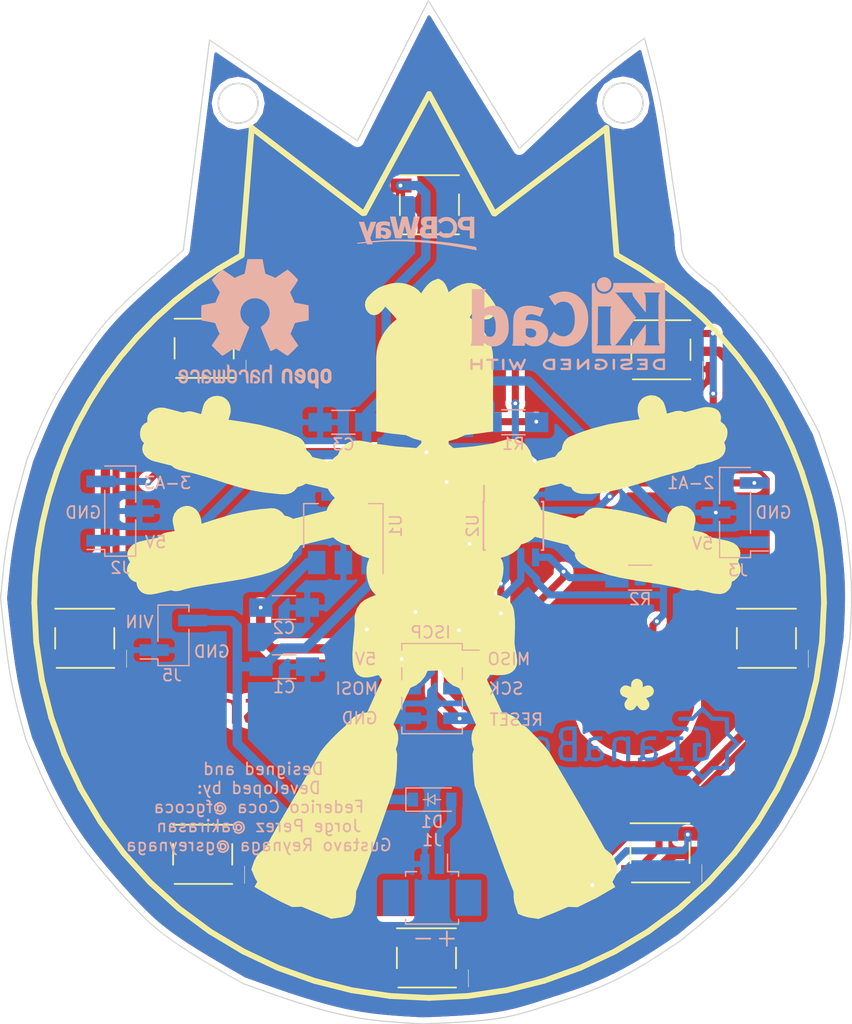
<source format=kicad_pcb>
(kicad_pcb (version 4) (host pcbnew 4.0.7-e2-6376~58~ubuntu16.04.1)
  (title_block (title "Project Title"))
  (layers (0 F.Cu signal hide) (31 B.Cu signal hide) (34 B.Paste user) (35 F.Paste user) (36 B.SilkS user hide) (37 F.SilkS user hide) (38 B.Mask user) (39 F.Mask user) (44 Edge.Cuts user))
  (net 0 "")
  (net 1 GND)
  (net 2 +5V)
  (net 3 MISO-1-PWM)
  (net 4 VCC)
  (net 5 VBAT)
  (net 6 "Net-(D2-Pad2)")
  (net 7 3-A3)
  (net 8 4-A2)
  (net 9 RESET)
  (net 10 MOSI-0-PWM)
  (net 11 SCK-2-A1)
  (net 12 "Net-(LED1-Pad4)")
  (net 13 "Net-(LED2-Pad4)")
  (net 14 "Net-(LED3-Pad4)")
  (net 15 "Net-(LED4-Pad4)")
  (net 16 "Net-(LED5-Pad4)")
  (net 17 "Net-(LED6-Pad4)")
  (net 18 "Net-(LED7-Pad4)")
  (net 19 "Net-(LED8-Pad4)")
  (module Granabot:logo_letra_Mask (layer B.Cu) (at 152.908 117.094 180)
    (fp_text reference svg2mod4 hide)
    (fp_text value G***4 hide)
  )
  (module "Granabot:hormiga con borde" (layer F.Cu) (at 136.271 100.1522)
    (fp_text reference svg2mod4 hide)
    (fp_text value G***4 hide)
  )
  (module OSHwi:D_SOD-123 (layer B.Cu) (at 136.525 121.92)
    (fp_text reference D1 (at 0 1.905) (layer B.SilkS) (effects (justify mirror)))
    (fp_text value MBRA140 hide)
    (pad 1 smd rect (at -1.65 0) (size 0.9 1.2) (layers B.Cu B.Paste B.Mask) (net 4 VCC))
    (pad 2 smd rect (at 1.65 0) (size 0.9 1.2) (layers B.Cu B.Paste B.Mask) (net 5 VBAT))
  )
  (module Connectors_Molex:Molex_PicoBlade_53261-0271_02x1.25mm_Angled (layer B.Cu) (at 136.525 128.905 180)
    (fp_text reference J1 (at 0 3.5 180) (layer B.SilkS) (effects (justify mirror)))
    (fp_text value CONN_01X02)
    (pad "" smd rect (at 3.125 -1.45 180) (size 2.2 3.1) (layers B.Cu B.Paste B.Mask))
    (pad "" smd rect (at -3.125 -1.45 180) (size 2.2 3.1) (layers B.Cu B.Paste B.Mask))
    (pad 2 smd rect (at 0.625 1.45 180) (size 0.8 1.7) (layers B.Cu B.Paste B.Mask) (net 1 GND))
    (pad 1 smd rect (at -0.625 1.45 180) (size 0.8 1.7) (layers B.Cu B.Paste B.Mask) (net 5 VBAT))
  )
  (module Pin_Headers:Pin_Header_Straight_2x03_Pitch2.54mm_SMD (layer B.Cu) (at 136.525 112.395 180)
    (fp_text reference J4 hide)
    (fp_text value CONN_02X03)
    (pad 6 smd rect (at 2.525 -2.54 180) (size 3.15 1) (layers B.Cu B.Paste B.Mask) (net 1 GND))
    (pad 5 smd rect (at -2.525 -2.54 180) (size 3.15 1) (layers B.Cu B.Paste B.Mask) (net 9 RESET))
    (pad 4 smd rect (at 2.525 0 180) (size 3.15 1) (layers B.Cu B.Paste B.Mask) (net 10 MOSI-0-PWM))
    (pad 3 smd rect (at -2.525 0 180) (size 3.15 1) (layers B.Cu B.Paste B.Mask) (net 11 SCK-2-A1))
    (pad 2 smd rect (at 2.525 2.54 180) (size 3.15 1) (layers B.Cu B.Paste B.Mask) (net 2 +5V))
    (pad 1 smd rect (at -2.525 2.54 180) (size 3.15 1) (layers B.Cu B.Paste B.Mask) (net 3 MISO-1-PWM))
  )
  (module Pin_Headers:Pin_Header_Straight_1x02_Pitch2.54mm_SMD_Pin1Left (layer B.Cu) (at 114.304 107.823)
    (fp_text reference J5 (at -0.131 3.429) (layer B.SilkS) (effects (justify mirror)))
    (fp_text value CONN_01X02)
    (pad 2 smd rect (at 1.655 -1.27) (size 2.51 1) (layers B.Cu B.Paste B.Mask) (net 4 VCC))
    (pad 1 smd rect (at -1.655 1.27) (size 2.51 1) (layers B.Cu B.Paste B.Mask) (net 1 GND))
  )
  (module OSHwi:WS2812B (layer F.Cu) (at 136.2964 70.866)
    (fp_text reference LED1)
    (fp_text value WS2812B hide)
    (pad 1 smd rect (at 2.4384 1.651) (size 1.8 1.2) (layers F.Cu F.Paste F.Mask) (net 1 GND))
    (pad 2 smd rect (at 2.4384 -1.651) (size 1.8 1.2) (layers F.Cu F.Paste F.Mask) (net 8 4-A2))
    (pad 3 smd rect (at -2.4384 -1.651) (size 1.8 1.2) (layers F.Cu F.Paste F.Mask) (net 2 +5V))
    (pad 4 smd rect (at -2.4384 1.651) (size 1.8 1.2) (layers F.Cu F.Paste F.Mask) (net 12 "Net-(LED1-Pad4)"))
  )
  (module OSHwi:WS2812B (layer F.Cu) (at 116.9416 83.185)
    (fp_text reference LED2)
    (fp_text value WS2812B hide)
    (pad 1 smd rect (at 2.4384 1.651) (size 1.8 1.2) (layers F.Cu F.Paste F.Mask) (net 1 GND))
    (pad 2 smd rect (at 2.4384 -1.651) (size 1.8 1.2) (layers F.Cu F.Paste F.Mask) (net 12 "Net-(LED1-Pad4)"))
    (pad 3 smd rect (at -2.4384 -1.651) (size 1.8 1.2) (layers F.Cu F.Paste F.Mask) (net 2 +5V))
    (pad 4 smd rect (at -2.4384 1.651) (size 1.8 1.2) (layers F.Cu F.Paste F.Mask) (net 13 "Net-(LED2-Pad4)"))
  )
  (module OSHwi:WS2812B (layer F.Cu) (at 106.68 108.077)
    (fp_text reference LED3)
    (fp_text value WS2812B hide)
    (pad 1 smd rect (at 2.4384 1.651) (size 1.8 1.2) (layers F.Cu F.Paste F.Mask) (net 1 GND))
    (pad 2 smd rect (at 2.4384 -1.651) (size 1.8 1.2) (layers F.Cu F.Paste F.Mask) (net 13 "Net-(LED2-Pad4)"))
    (pad 3 smd rect (at -2.4384 -1.651) (size 1.8 1.2) (layers F.Cu F.Paste F.Mask) (net 2 +5V))
    (pad 4 smd rect (at -2.4384 1.651) (size 1.8 1.2) (layers F.Cu F.Paste F.Mask) (net 14 "Net-(LED3-Pad4)"))
  )
  (module OSHwi:WS2812B (layer F.Cu) (at 116.8146 126.619)
    (fp_text reference LED4)
    (fp_text value WS2812B hide)
    (pad 1 smd rect (at 2.4384 1.651) (size 1.8 1.2) (layers F.Cu F.Paste F.Mask) (net 1 GND))
    (pad 2 smd rect (at 2.4384 -1.651) (size 1.8 1.2) (layers F.Cu F.Paste F.Mask) (net 14 "Net-(LED3-Pad4)"))
    (pad 3 smd rect (at -2.4384 -1.651) (size 1.8 1.2) (layers F.Cu F.Paste F.Mask) (net 2 +5V))
    (pad 4 smd rect (at -2.4384 1.651) (size 1.8 1.2) (layers F.Cu F.Paste F.Mask) (net 15 "Net-(LED4-Pad4)"))
  )
  (module OSHwi:WS2812B (layer F.Cu) (at 136.0424 135.509)
    (fp_text reference LED5)
    (fp_text value WS2812B hide)
    (pad 1 smd rect (at 2.4384 1.651) (size 1.8 1.2) (layers F.Cu F.Paste F.Mask) (net 1 GND))
    (pad 2 smd rect (at 2.4384 -1.651) (size 1.8 1.2) (layers F.Cu F.Paste F.Mask) (net 15 "Net-(LED4-Pad4)"))
    (pad 3 smd rect (at -2.4384 -1.651) (size 1.8 1.2) (layers F.Cu F.Paste F.Mask) (net 2 +5V))
    (pad 4 smd rect (at -2.4384 1.651) (size 1.8 1.2) (layers F.Cu F.Paste F.Mask) (net 16 "Net-(LED5-Pad4)"))
  )
  (module OSHwi:WS2812B (layer F.Cu) (at 156.1084 126.492)
    (fp_text reference LED6)
    (fp_text value WS2812B hide)
    (pad 1 smd rect (at 2.4384 1.651) (size 1.8 1.2) (layers F.Cu F.Paste F.Mask) (net 1 GND))
    (pad 2 smd rect (at 2.4384 -1.651) (size 1.8 1.2) (layers F.Cu F.Paste F.Mask) (net 16 "Net-(LED5-Pad4)"))
    (pad 3 smd rect (at -2.4384 -1.651) (size 1.8 1.2) (layers F.Cu F.Paste F.Mask) (net 2 +5V))
    (pad 4 smd rect (at -2.4384 1.651) (size 1.8 1.2) (layers F.Cu F.Paste F.Mask) (net 17 "Net-(LED6-Pad4)"))
  )
  (module OSHwi:WS2812B (layer F.Cu) (at 165.2524 108.077)
    (fp_text reference LED7)
    (fp_text value WS2812B hide)
    (pad 1 smd rect (at 2.4384 1.651) (size 1.8 1.2) (layers F.Cu F.Paste F.Mask) (net 1 GND))
    (pad 2 smd rect (at 2.4384 -1.651) (size 1.8 1.2) (layers F.Cu F.Paste F.Mask) (net 17 "Net-(LED6-Pad4)"))
    (pad 3 smd rect (at -2.4384 -1.651) (size 1.8 1.2) (layers F.Cu F.Paste F.Mask) (net 2 +5V))
    (pad 4 smd rect (at -2.4384 1.651) (size 1.8 1.2) (layers F.Cu F.Paste F.Mask) (net 18 "Net-(LED7-Pad4)"))
  )
  (module OSHwi:WS2812B (layer F.Cu) (at 156.1846 83.312)
    (fp_text reference LED8)
    (fp_text value WS2812B hide)
    (pad 1 smd rect (at 2.4384 1.651) (size 1.8 1.2) (layers F.Cu F.Paste F.Mask) (net 1 GND))
    (pad 2 smd rect (at 2.4384 -1.651) (size 1.8 1.2) (layers F.Cu F.Paste F.Mask) (net 18 "Net-(LED7-Pad4)"))
    (pad 3 smd rect (at -2.4384 -1.651) (size 1.8 1.2) (layers F.Cu F.Paste F.Mask) (net 2 +5V))
    (pad 4 smd rect (at -2.4384 1.651) (size 1.8 1.2) (layers F.Cu F.Paste F.Mask) (net 19 "Net-(LED8-Pad4)"))
  )
  (module TO_SOT_Packages_SMD:SOT-223-3Lead_TabPin2 (layer B.Cu) (at 128.905 98.425 90)
    (fp_text reference U1 (at 0 4.5 90) (layer B.SilkS) (effects (justify mirror)))
    (fp_text value LM340MP-5.0/NOPB)
    (pad 1 smd rect (at -3.15 2.3 90) (size 2 1.5) (layers B.Cu B.Paste B.Mask) (net 4 VCC))
    (pad 3 smd rect (at -3.15 -2.3 90) (size 2 1.5) (layers B.Cu B.Paste B.Mask) (net 2 +5V))
    (pad 2 smd rect (at -3.15 0 90) (size 2 1.5) (layers B.Cu B.Paste B.Mask) (net 1 GND))
    (pad 2 smd rect (at 3.15 0 90) (size 2 3.8) (layers B.Cu B.Paste B.Mask) (net 1 GND))
  )
  (module Housings_SOIC:SOIC-8_3.9x4.9mm_Pitch1.27mm (layer B.Cu) (at 143.51 98.425 270)
    (fp_text reference U2 (at 0 3.5 270) (layer B.SilkS) (effects (justify mirror)))
    (fp_text value ATTINY85-20SU)
    (pad 8 smd rect (at 2.7 1.905 270) (size 1.55 0.6) (layers B.Cu B.Paste B.Mask) (net 2 +5V))
    (pad 7 smd rect (at 2.7 0.635 270) (size 1.55 0.6) (layers B.Cu B.Paste B.Mask) (net 11 SCK-2-A1))
    (pad 6 smd rect (at 2.7 -0.635 270) (size 1.55 0.6) (layers B.Cu B.Paste B.Mask) (net 3 MISO-1-PWM))
    (pad 5 smd rect (at 2.7 -1.905 270) (size 1.55 0.6) (layers B.Cu B.Paste B.Mask) (net 10 MOSI-0-PWM))
    (pad 4 smd rect (at -2.7 -1.905 270) (size 1.55 0.6) (layers B.Cu B.Paste B.Mask) (net 1 GND))
    (pad 3 smd rect (at -2.7 -0.635 270) (size 1.55 0.6) (layers B.Cu B.Paste B.Mask) (net 8 4-A2))
    (pad 2 smd rect (at -2.7 0.635 270) (size 1.55 0.6) (layers B.Cu B.Paste B.Mask) (net 7 3-A3))
    (pad 1 smd rect (at -2.7 1.905 270) (size 1.55 0.6) (layers B.Cu B.Paste B.Mask) (net 9 RESET))
  )
  (module Granabot:CAPSENSE-CIRCLE2-D10MM (layer F.Cu) (at 154.051 113.03)
    (fp_text reference CAP1)
    (fp_text value CAPSENSE_CIRCLE hide)
    (pad 1 smd circle (at 0 0) (size 10.16 10.16) (layers F.Cu) (net 3 MISO-1-PWM) (clearance 0.508))
  )
  (module Symbols:OSHW-Logo2_14.6x12mm_SilkScreen (layer B.Cu) (at 121.3104 81.0768 180)
    (fp_text reference REF***OSHW hide)
    (fp_text value OSHW-Logo2_14.6x12mm_SilkScreen hide)
  )
  (module Symbols:KiCad-Logo2_8mm_SilkScreen (layer B.Cu) (at 148.1836 81.0514 180)
    (fp_text reference REF***KiCad hide)
    (fp_text value KiCad-Logo2_8mm_SilkScreen hide)
  )
  (module Pin_Headers:Pin_Header_Straight_1x03_Pitch2.54mm_SMD_Pin1Left (layer B.Cu) (at 109.732 97.155)
    (fp_text reference J2 (at 0 4.87) (layer B.SilkS) (effects (justify mirror)))
    (fp_text value CONN_01X03)
    (pad 2 smd rect (at 1.655 0) (size 2.51 1) (layers B.Cu B.Paste B.Mask) (net 1 GND))
    (pad 3 smd rect (at -1.655 -2.54) (size 2.51 1) (layers B.Cu B.Paste B.Mask) (net 7 3-A3))
    (pad 1 smd rect (at -1.655 2.54) (size 2.51 1) (layers B.Cu B.Paste B.Mask) (net 2 +5V))
  )
  (module Pin_Headers:Pin_Header_Straight_1x03_Pitch2.54mm_SMD_Pin1Right (layer B.Cu) (at 162.556 97.282)
    (fp_text reference J3 (at 0.258 4.953) (layer B.SilkS) (effects (justify mirror)))
    (fp_text value CONN_01X03)
    (pad 3 smd rect (at 1.655 -2.54) (size 2.51 1) (layers B.Cu B.Paste B.Mask) (net 11 SCK-2-A1))
    (pad 1 smd rect (at 1.655 2.54) (size 2.51 1) (layers B.Cu B.Paste B.Mask) (net 2 +5V))
    (pad 2 smd rect (at -1.655 0) (size 2.51 1) (layers B.Cu B.Paste B.Mask) (net 1 GND))
  )
  (module Capacitors_SMD:C_1206_HandSoldering (layer B.Cu) (at 123.825 110.5154)
    (fp_text reference C1 (at 0 1.75) (layer B.SilkS) (effects (justify mirror)))
    (fp_text value 4.7uF)
    (pad 2 smd rect (at 2 0) (size 2 1.6) (layers B.Cu B.Paste B.Mask) (net 1 GND))
    (pad 1 smd rect (at -2 0) (size 2 1.6) (layers B.Cu B.Paste B.Mask) (net 4 VCC))
  )
  (module Capacitors_SMD:C_1206_HandSoldering (layer B.Cu) (at 123.7996 105.4354)
    (fp_text reference C2 (at 0 1.75) (layer B.SilkS) (effects (justify mirror)))
    (fp_text value 4.7uF)
    (pad 2 smd rect (at 2 0) (size 2 1.6) (layers B.Cu B.Paste B.Mask) (net 1 GND))
    (pad 1 smd rect (at -2 0) (size 2 1.6) (layers B.Cu B.Paste B.Mask) (net 2 +5V))
  )
  (module Capacitors_SMD:C_1206_HandSoldering (layer B.Cu) (at 128.905 89.535 180)
    (fp_text reference C3 (at 0 -1.905 180) (layer B.SilkS) (effects (justify mirror)))
    (fp_text value 22nF)
    (pad 2 smd rect (at 2 0 180) (size 2 1.6) (layers B.Cu B.Paste B.Mask) (net 1 GND))
    (pad 1 smd rect (at -2 0 180) (size 2 1.6) (layers B.Cu B.Paste B.Mask) (net 2 +5V))
  )
  (module LEDs:LED_1206_HandSoldering (layer F.Cu) (at 136.8552 83.7184 180)
    (fp_text reference D2 (at 0 -1.85 180) (layer F.SilkS))
    (fp_text value ON)
    (pad 2 smd rect (at 2 0 180) (size 2 1.7) (layers F.Cu F.Paste F.Mask) (net 6 "Net-(D2-Pad2)"))
    (pad 1 smd rect (at -2 0 180) (size 2 1.7) (layers F.Cu F.Paste F.Mask) (net 1 GND))
  )
  (module Resistors_SMD:R_1206_HandSoldering (layer B.Cu) (at 143.51 89.535)
    (fp_text reference R1 (at 0 1.85) (layer B.SilkS) (effects (justify mirror)))
    (fp_text value 1k)
    (pad 2 smd rect (at 2 0) (size 2 1.7) (layers B.Cu B.Paste B.Mask) (net 6 "Net-(D2-Pad2)"))
    (pad 1 smd rect (at -2 0) (size 2 1.7) (layers B.Cu B.Paste B.Mask) (net 2 +5V))
  )
  (module Resistors_SMD:R_1206_HandSoldering (layer B.Cu) (at 154.4 102.87)
    (fp_text reference R2 (at 0 1.85) (layer B.SilkS) (effects (justify mirror)))
    (fp_text value "1M Ohms")
    (pad 2 smd rect (at 2 0) (size 2 1.7) (layers B.Cu B.Paste B.Mask) (net 3 MISO-1-PWM))
    (pad 1 smd rect (at -2 0) (size 2 1.7) (layers B.Cu B.Paste B.Mask) (net 10 MOSI-0-PWM))
  )
  (module Granabot:logo_letra_Cu (layer F.Cu) (at 118.7704 113.8682)
    (fp_text reference svg2mod1 hide)
    (fp_text value G***1 hide)
    (fp_poly (pts (xy -7.333423 2.742437) (xy -7.449553 2.626693) (xy -7.565828 2.5108) (xy -7.68221 2.3948) (xy -7.798383 2.279013) (xy -7.961671 2.279013) (xy -8.125166 2.279013) (xy -8.28881 2.279013) (xy -8.452159 2.279013) (xy -8.619247 2.269413) (xy -8.786545 2.259813) (xy -8.953996 2.250213) (xy -9.121146 2.240613) (xy -9.124986 2.073125) (xy -9.128826 1.905424) (xy -9.132666 1.737563) (xy -9.136506 1.570011) (xy -9.136506 1.359909) (xy -9.136506 1.150384) (xy -9.136506 0.939056) (xy -9.252223 0.823461) (xy -9.368086 0.707728) (xy -9.484057 0.591888) (xy -9.599817 0.476251) (xy -9.715534 0.360656) (xy -9.831397 0.244923) (xy -9.947367 0.129083) (xy -10.063127 0.013445) (xy -9.94741 -0.102853) (xy -9.831547 -0.219301) (xy -9.715577 -0.335856) (xy -9.599817 -0.452197) (xy -9.484099 -0.568496) (xy -9.368236 -0.684955) (xy -9.252266 -0.801509) (xy -9.136506 -0.917851) (xy -9.136506 -1.128592) (xy -9.136506 -1.338768) (xy -9.136506 -1.550747) (xy -9.129999 -1.720933) (xy -9.123492 -1.891323) (xy -9.116986 -2.061883) (xy -9.110479 -2.232123) (xy -8.940297 -2.244176) (xy -8.769901 -2.256229) (xy -8.599348 -2.268389) (xy -8.429104 -2.280443) (xy -8.265402 -2.280443) (xy -8.101492 -2.280443) (xy -7.937435 -2.280443) (xy -7.773671 -2.280443) (xy -7.65737 -2.396165) (xy -7.540922 -2.512027) (xy -7.424367 -2.627995) (xy -7.308022 -2.74376) (xy -7.191721 -2.859472) (xy -7.075273 -2.975344) (xy -6.958719 -3.091312) (xy -6.842374 -3.207067) (xy -6.726783 -3.091355) (xy -6.611047 -2.975483) (xy -6.495204 -2.859515) (xy -6.379571 -2.74376) (xy -6.26398 -2.628037) (xy -6.148244 -2.512176) (xy -6.032401 -2.396208) (xy -5.916768 -2.280443) (xy -5.72714 -2.280443) (xy -5.538031 -2.280443) (xy -5.34729 -2.280443) (xy -5.164277 -2.272976) (xy -4.981766 -2.265509) (xy -4.797679 -2.258043) (xy -4.725924 -2.095227) (xy -4.79593 -1.945968) (xy -4.996834 -1.940635) (xy -5.197189 -1.935301) (xy -5.399274 -1.929968) (xy -5.559853 -1.929968) (xy -5.720635 -1.929968) (xy -5.881563 -1.929968) (xy -6.042202 -1.929968) (xy -6.163089 -2.051504) (xy -6.283645 -2.172709) (xy -6.405242 -2.29496) (xy -6.541837 -2.425189) (xy -6.678058 -2.555056) (xy -6.815455 -2.686043) (xy -6.961484 -2.564645) (xy -7.107111 -2.443589) (xy -7.253998 -2.321477) (xy -7.384319 -2.191397) (xy -7.514283 -2.061669) (xy -7.645369 -1.930821) (xy -7.833119 -1.928688) (xy -8.020356 -1.926555) (xy -8.20921 -1.924421) (xy -8.396961 -1.922288) (xy -8.584198 -1.920155) (xy -8.773052 -1.918021) (xy -8.775292 -1.730267) (xy -8.777532 -1.543035) (xy -8.779772 -1.354181) (xy -8.782012 -1.166427) (xy -8.784252 -0.979195) (xy -8.786492 -0.790341) (xy -8.917677 -0.658917) (xy -9.048501 -0.527845) (xy -9.180457 -0.395653) (xy -9.311642 -0.264229) (xy -9.442466 -0.133168) (xy -9.574421 -0.000976) (xy -9.445182 0.128453) (xy -9.316295 0.25752) (xy -9.186297 0.387707) (xy -9.057056 0.517125) (xy -8.92817 0.646192) (xy -8.798171 0.776379) (xy -8.794011 0.966128) (xy -8.789851 1.155365) (xy -8.785691 1.346235) (xy -8.781531 1.535995) (xy -8.777371 1.725232) (xy -8.773211 1.916101) (xy -8.583455 1.920368) (xy -8.39422 1.924635) (xy -8.20335 1.928901) (xy -8.013595 1.933168) (xy -7.824359 1.937435) (xy -7.633489 1.941701) (xy -7.506055 2.068955) (xy -7.378972 2.195856) (xy -7.25079 2.323856) (xy -7.115438 2.451109) (xy -6.980455 2.578021) (xy -6.844308 2.706021) (xy -6.706133 2.576677) (xy -6.568337 2.447696) (xy -6.42935 2.317595) (xy -6.299095 2.188251) (xy -6.169197 2.059269) (xy -6.038176 1.929168) (xy -5.828359 1.929168) (xy -5.619119 1.929168) (xy -5.40807 1.929168) (xy -5.20646 1.935568) (xy -5.005403 1.941968) (xy -4.802608 1.948368) (xy -4.726085 2.111995) (xy -4.789776 2.260837) (xy -4.967725 2.267237) (xy -5.145187 2.273637) (xy -5.324181 2.280037) (xy -5.513211 2.280037) (xy -5.701722 2.280037) (xy -5.89186 2.280037) (xy -6.007524 2.395824) (xy -6.123333 2.511771) (xy -6.239249 2.627813) (xy -6.354956 2.743643) (xy -6.476942 2.859387) (xy -6.599082 2.97528) (xy -6.721333 3.09128) (xy -6.843364 3.207067) (xy -6.965817 3.09128) (xy -7.088422 2.975333) (xy -7.211141 2.859291) (xy -7.333638 2.743461) (xy -7.333587 2.744037) (xy -7.333423 2.742437)) (layer F.Cu) (width 0))
    (fp_poly (pts (xy -6.763411 1.543163) (xy -7.336785 1.363451) (xy -7.533615 0.815749) (xy -7.533615 -0.724656) (xy -7.336785 -1.26808) (xy -6.763411 -1.452069) (xy -6.160085 -1.452069) (xy -6.160085 -1.126875) (xy -6.806201 -1.126875) (xy -7.062935 -1.032688) (xy -7.161346 -0.805904) (xy -7.161346 0.897104) (xy -7.062935 1.123877) (xy -6.806201 1.218064) (xy -6.386867 1.218064) (xy -6.386867 0.289541) (xy -6.759133 0.289541) (xy -6.759133 -0.031387) (xy -6.031718 -0.031387) (xy -6.031718 1.543259) (xy -6.763411 1.543259) (xy -6.763411 1.543163)) (layer F.Cu) (width 0))
    (fp_poly (pts (xy -4.888982 1.222245) (xy -4.888982 -0.275376) (xy -5.201343 -0.275376) (xy -5.201343 -0.596293) (xy -4.54667 -0.596293) (xy -4.54667 -0.480763) (xy -4.204357 -0.596293) (xy -3.76363 -0.596293) (xy -3.76363 -0.253979) (xy -4.247147 -0.253979) (xy -4.452534 -0.164165) (xy -4.52527 0.011269) (xy -4.52527 1.222203) (xy -4.058869 1.222203) (xy -4.058869 1.54312) (xy -5.201338 1.54312) (xy -5.201338 1.222203) (xy -4.888977 1.222203) (xy -4.888982 1.222245)) (layer F.Cu) (width 0))
    (fp_poly (pts (xy -1.538331 1.543163) (xy -2.077471 1.222288) (xy -1.914873 1.162341) (xy -1.880643 1.008293) (xy -1.880643 0.537616) (xy -2.415507 0.537616) (xy -2.5995 0.610363) (xy -2.672236 0.794352) (xy -2.672236 1.008293) (xy -2.620886 1.170896) (xy -2.458288 1.222203) (xy -2.077465 1.222203) (xy -2.077471 1.222288) (xy -1.538331 1.543163) (xy -1.662419 1.508923) (xy -1.77367 1.414736) (xy -2.034684 1.543109) (xy -2.415507 1.543109) (xy -2.890466 1.414736) (xy -3.035949 0.965456) (xy -3.035949 0.879909) (xy -2.411228 0.216677) (xy -1.880643 0.216677) (xy -1.880643 0.002736) (xy -1.961945 -0.202651) (xy -2.201564 -0.275397) (xy -2.864795 -0.275397) (xy -2.864795 -0.596315) (xy -2.244353 -0.596315) (xy -1.696653 -0.433712) (xy -1.516939 0.088315) (xy -1.516939 1.115248) (xy -1.469867 1.213701) (xy -1.302989 1.243675) (xy -1.302989 1.543205) (xy -1.538329 1.543205) (xy -1.538331 1.543163)) (layer F.Cu) (width 0))
    (fp_poly (pts (xy -0.301459 -0.596293) (xy -0.301459 -0.493573) (xy 0.040853 -0.596293) (xy 0.237683 -0.596293) (xy 0.751152 -0.433691) (xy 0.922308 0.088336) (xy 0.922308 1.543163) (xy 0.558601 1.543163) (xy 0.558601 0.002757) (xy 0.481577 -0.198352) (xy 0.280468 -0.275365) (xy -0.00194 -0.275365) (xy -0.211606 -0.198352) (xy -0.280065 -0.040037) (xy -0.280065 1.543163) (xy -0.643772 1.543163) (xy -0.643772 -0.596293) (xy -0.301459 -0.596293)) (layer F.Cu) (width 0))
    (fp_poly (pts (xy 3.074866 1.543163) (xy 2.535726 1.222288) (xy 2.698324 1.162341) (xy 2.732554 1.008293) (xy 2.732554 0.537616) (xy 2.19769 0.537616) (xy 2.013697 0.610363) (xy 1.94095 0.794352) (xy 1.94095 1.008293) (xy 1.9923 1.170896) (xy 2.154898 1.222203) (xy 2.535722 1.222203) (xy 2.535726 1.222288) (xy 3.074866 1.543163) (xy 2.950778 1.508923) (xy 2.839526 1.414736) (xy 2.578513 1.543109) (xy 2.19769 1.543109) (xy 1.722731 1.414736) (xy 1.577248 0.965456) (xy 1.577248 0.879909) (xy 2.201969 0.216677) (xy 2.732554 0.216677) (xy 2.732554 0.002736) (xy 2.651252 -0.202651) (xy 2.411633 -0.275397) (xy 1.748402 -0.275397) (xy 1.748402 -0.596315) (xy 2.368844 -0.596315) (xy 2.916544 -0.433712) (xy 3.096258 0.088315) (xy 3.096258 1.115248) (xy 3.14333 1.213701) (xy 3.310208 1.243675) (xy 3.310208 1.543205) (xy 3.074868 1.543205) (xy 3.074866 1.543163)) (layer F.Cu) (width 0))
    (fp_poly (pts (xy 5.544062 0.867088) (xy 4.816643 -0.185531) (xy 5.039147 -0.271077) (xy 5.129003 -0.497861) (xy 5.129003 -0.823056) (xy 5.129008 -0.823077) (xy 5.051984 -1.058416) (xy 4.816643 -1.131163) (xy 4.333127 -1.131163) (xy 4.333127 -0.185531) (xy 4.816643 -0.185531) (xy 5.544062 0.867088) (xy 5.171797 0.443504) (xy 5.086219 0.220997) (xy 4.859437 0.135451) (xy 4.333132 0.135451) (xy 4.333132 1.222299) (xy 4.855158 1.222299) (xy 5.094777 1.149552) (xy 5.171801 0.909936) (xy 5.171801 0.443536) (xy 5.171797 0.443504) (xy 5.544062 0.867088) (xy 5.372906 1.389115) (xy 4.816647 1.543163) (xy 3.960866 1.543163) (xy 3.960866 -1.452069) (xy 4.765301 -1.452069) (xy 5.321559 -1.298032) (xy 5.501274 -0.78456) (xy 5.501274 -0.540667) (xy 5.265933 -0.044315) (xy 5.544062 0.481989) (xy 5.544062 0.867088)) (layer F.Cu) (width 0))
    (fp_poly (pts (xy 7.85494 0.858533) (xy 7.491233 0.002757) (xy 7.409932 -0.202629) (xy 7.170313 -0.275376) (xy 6.943531 -0.275376) (xy 6.703911 -0.202629) (xy 6.62261 0.002757) (xy 6.62261 0.944112) (xy 6.703911 1.149499) (xy 6.943531 1.222245) (xy 7.170313 1.222245) (xy 7.409932 1.149499) (xy 7.491233 0.944112) (xy 7.491233 0.002757) (xy 7.85494 0.858533) (xy 7.675226 1.38056) (xy 7.127525 1.543163) (xy 6.986322 1.543163) (xy 6.434342 1.38056) (xy 6.258908 0.858533) (xy 6.258908 0.088336) (xy 6.434342 -0.433691) (xy 6.986322 -0.596293) (xy 7.127525 -0.596293) (xy 7.675226 -0.433691) (xy 7.85494 0.088336) (xy 7.85494 0.858533)) (layer F.Cu) (width 0))
    (fp_poly (pts (xy 9.523982 1.543163) (xy 9.190227 1.401957) (xy 9.074697 1.029691) (xy 9.074697 -0.275376) (xy 8.668201 -0.275376) (xy 8.668201 -0.596293) (xy 9.074697 -0.596293) (xy 9.074697 -1.109765) (xy 9.438403 -1.109765) (xy 9.438403 -0.596293) (xy 10.063124 -0.596293) (xy 10.063124 -0.275376) (xy 9.438403 -0.275376) (xy 9.438403 1.051088) (xy 9.485475 1.183728) (xy 9.630958 1.222235) (xy 10.063127 1.222235) (xy 10.063127 1.543152) (xy 9.523985 1.543152) (xy 9.523982 1.543163)) (layer F.Cu) (width 0))
  )
  (module Granabot:logo_letra_Mask (layer F.Cu) (at 118.7704 113.8682)
    (fp_text reference svg2mod2 hide)
    (fp_text value G***2 hide)
  )
  (module Granabot:logo_letra_Cu (layer B.Cu) (at 152.908 117.094 180)
    (fp_text reference svg2mod3 hide)
    (fp_text value G***3 hide)
    (fp_poly (pts (xy -7.333423 -2.742437) (xy -7.449553 -2.626693) (xy -7.565828 -2.5108) (xy -7.68221 -2.3948) (xy -7.798383 -2.279013) (xy -7.961671 -2.279013) (xy -8.125166 -2.279013) (xy -8.28881 -2.279013) (xy -8.452159 -2.279013) (xy -8.619247 -2.269413) (xy -8.786545 -2.259813) (xy -8.953996 -2.250213) (xy -9.121146 -2.240613) (xy -9.124986 -2.073125) (xy -9.128826 -1.905424) (xy -9.132666 -1.737563) (xy -9.136506 -1.570011) (xy -9.136506 -1.359909) (xy -9.136506 -1.150384) (xy -9.136506 -0.939056) (xy -9.252223 -0.823461) (xy -9.368086 -0.707728) (xy -9.484057 -0.591888) (xy -9.599817 -0.476251) (xy -9.715534 -0.360656) (xy -9.831397 -0.244923) (xy -9.947367 -0.129083) (xy -10.063127 -0.013445) (xy -9.94741 0.102853) (xy -9.831547 0.219301) (xy -9.715577 0.335856) (xy -9.599817 0.452197) (xy -9.484099 0.568496) (xy -9.368236 0.684955) (xy -9.252266 0.801509) (xy -9.136506 0.917851) (xy -9.136506 1.128592) (xy -9.136506 1.338768) (xy -9.136506 1.550747) (xy -9.129999 1.720933) (xy -9.123492 1.891323) (xy -9.116986 2.061883) (xy -9.110479 2.232123) (xy -8.940297 2.244176) (xy -8.769901 2.256229) (xy -8.599348 2.268389) (xy -8.429104 2.280443) (xy -8.265402 2.280443) (xy -8.101492 2.280443) (xy -7.937435 2.280443) (xy -7.773671 2.280443) (xy -7.65737 2.396165) (xy -7.540922 2.512027) (xy -7.424367 2.627995) (xy -7.308022 2.74376) (xy -7.191721 2.859472) (xy -7.075273 2.975344) (xy -6.958719 3.091312) (xy -6.842374 3.207067) (xy -6.726783 3.091355) (xy -6.611047 2.975483) (xy -6.495204 2.859515) (xy -6.379571 2.74376) (xy -6.26398 2.628037) (xy -6.148244 2.512176) (xy -6.032401 2.396208) (xy -5.916768 2.280443) (xy -5.72714 2.280443) (xy -5.538031 2.280443) (xy -5.34729 2.280443) (xy -5.164277 2.272976) (xy -4.981766 2.265509) (xy -4.797679 2.258043) (xy -4.725924 2.095227) (xy -4.79593 1.945968) (xy -4.996834 1.940635) (xy -5.197189 1.935301) (xy -5.399274 1.929968) (xy -5.559853 1.929968) (xy -5.720635 1.929968) (xy -5.881563 1.929968) (xy -6.042202 1.929968) (xy -6.163089 2.051504) (xy -6.283645 2.172709) (xy -6.405242 2.29496) (xy -6.541837 2.425189) (xy -6.678058 2.555056) (xy -6.815455 2.686043) (xy -6.961484 2.564645) (xy -7.107111 2.443589) (xy -7.253998 2.321477) (xy -7.384319 2.191397) (xy -7.514283 2.061669) (xy -7.645369 1.930821) (xy -7.833119 1.928688) (xy -8.020356 1.926555) (xy -8.20921 1.924421) (xy -8.396961 1.922288) (xy -8.584198 1.920155) (xy -8.773052 1.918021) (xy -8.775292 1.730267) (xy -8.777532 1.543035) (xy -8.779772 1.354181) (xy -8.782012 1.166427) (xy -8.784252 0.979195) (xy -8.786492 0.790341) (xy -8.917677 0.658917) (xy -9.048501 0.527845) (xy -9.180457 0.395653) (xy -9.311642 0.264229) (xy -9.442466 0.133168) (xy -9.574421 0.000976) (xy -9.445182 -0.128453) (xy -9.316295 -0.25752) (xy -9.186297 -0.387707) (xy -9.057056 -0.517125) (xy -8.92817 -0.646192) (xy -8.798171 -0.776379) (xy -8.794011 -0.966128) (xy -8.789851 -1.155365) (xy -8.785691 -1.346235) (xy -8.781531 -1.535995) (xy -8.777371 -1.725232) (xy -8.773211 -1.916101) (xy -8.583455 -1.920368) (xy -8.39422 -1.924635) (xy -8.20335 -1.928901) (xy -8.013595 -1.933168) (xy -7.824359 -1.937435) (xy -7.633489 -1.941701) (xy -7.506055 -2.068955) (xy -7.378972 -2.195856) (xy -7.25079 -2.323856) (xy -7.115438 -2.451109) (xy -6.980455 -2.578021) (xy -6.844308 -2.706021) (xy -6.706133 -2.576677) (xy -6.568337 -2.447696) (xy -6.42935 -2.317595) (xy -6.299095 -2.188251) (xy -6.169197 -2.059269) (xy -6.038176 -1.929168) (xy -5.828359 -1.929168) (xy -5.619119 -1.929168) (xy -5.40807 -1.929168) (xy -5.20646 -1.935568) (xy -5.005403 -1.941968) (xy -4.802608 -1.948368) (xy -4.726085 -2.111995) (xy -4.789776 -2.260837) (xy -4.967725 -2.267237) (xy -5.145187 -2.273637) (xy -5.324181 -2.280037) (xy -5.513211 -2.280037) (xy -5.701722 -2.280037) (xy -5.89186 -2.280037) (xy -6.007524 -2.395824) (xy -6.123333 -2.511771) (xy -6.239249 -2.627813) (xy -6.354956 -2.743643) (xy -6.476942 -2.859387) (xy -6.599082 -2.97528) (xy -6.721333 -3.09128) (xy -6.843364 -3.207067) (xy -6.965817 -3.09128) (xy -7.088422 -2.975333) (xy -7.211141 -2.859291) (xy -7.333638 -2.743461) (xy -7.333587 -2.744037) (xy -7.333423 -2.742437)) (layer B.Cu) (width 0))
    (fp_poly (pts (xy -6.763411 -1.543163) (xy -7.336785 -1.363451) (xy -7.533615 -0.815749) (xy -7.533615 0.724656) (xy -7.336785 1.26808) (xy -6.763411 1.452069) (xy -6.160085 1.452069) (xy -6.160085 1.126875) (xy -6.806201 1.126875) (xy -7.062935 1.032688) (xy -7.161346 0.805904) (xy -7.161346 -0.897104) (xy -7.062935 -1.123877) (xy -6.806201 -1.218064) (xy -6.386867 -1.218064) (xy -6.386867 -0.289541) (xy -6.759133 -0.289541) (xy -6.759133 0.031387) (xy -6.031718 0.031387) (xy -6.031718 -1.543259) (xy -6.763411 -1.543259) (xy -6.763411 -1.543163)) (layer B.Cu) (width 0))
    (fp_poly (pts (xy -4.888982 -1.222245) (xy -4.888982 0.275376) (xy -5.201343 0.275376) (xy -5.201343 0.596293) (xy -4.54667 0.596293) (xy -4.54667 0.480763) (xy -4.204357 0.596293) (xy -3.76363 0.596293) (xy -3.76363 0.253979) (xy -4.247147 0.253979) (xy -4.452534 0.164165) (xy -4.52527 -0.011269) (xy -4.52527 -1.222203) (xy -4.058869 -1.222203) (xy -4.058869 -1.54312) (xy -5.201338 -1.54312) (xy -5.201338 -1.222203) (xy -4.888977 -1.222203) (xy -4.888982 -1.222245)) (layer B.Cu) (width 0))
    (fp_poly (pts (xy -1.538331 -1.543163) (xy -2.077471 -1.222288) (xy -1.914873 -1.162341) (xy -1.880643 -1.008293) (xy -1.880643 -0.537616) (xy -2.415507 -0.537616) (xy -2.5995 -0.610363) (xy -2.672236 -0.794352) (xy -2.672236 -1.008293) (xy -2.620886 -1.170896) (xy -2.458288 -1.222203) (xy -2.077465 -1.222203) (xy -2.077471 -1.222288) (xy -1.538331 -1.543163) (xy -1.662419 -1.508923) (xy -1.77367 -1.414736) (xy -2.034684 -1.543109) (xy -2.415507 -1.543109) (xy -2.890466 -1.414736) (xy -3.035949 -0.965456) (xy -3.035949 -0.879909) (xy -2.411228 -0.216677) (xy -1.880643 -0.216677) (xy -1.880643 -0.002736) (xy -1.961945 0.202651) (xy -2.201564 0.275397) (xy -2.864795 0.275397) (xy -2.864795 0.596315) (xy -2.244353 0.596315) (xy -1.696653 0.433712) (xy -1.516939 -0.088315) (xy -1.516939 -1.115248) (xy -1.469867 -1.213701) (xy -1.302989 -1.243675) (xy -1.302989 -1.543205) (xy -1.538329 -1.543205) (xy -1.538331 -1.543163)) (layer B.Cu) (width 0))
    (fp_poly (pts (xy -0.301459 0.596293) (xy -0.301459 0.493573) (xy 0.040853 0.596293) (xy 0.237683 0.596293) (xy 0.751152 0.433691) (xy 0.922308 -0.088336) (xy 0.922308 -1.543163) (xy 0.558601 -1.543163) (xy 0.558601 -0.002757) (xy 0.481577 0.198352) (xy 0.280468 0.275365) (xy -0.00194 0.275365) (xy -0.211606 0.198352) (xy -0.280065 0.040037) (xy -0.280065 -1.543163) (xy -0.643772 -1.543163) (xy -0.643772 0.596293) (xy -0.301459 0.596293)) (layer B.Cu) (width 0))
    (fp_poly (pts (xy 3.074866 -1.543163) (xy 2.535726 -1.222288) (xy 2.698324 -1.162341) (xy 2.732554 -1.008293) (xy 2.732554 -0.537616) (xy 2.19769 -0.537616) (xy 2.013697 -0.610363) (xy 1.94095 -0.794352) (xy 1.94095 -1.008293) (xy 1.9923 -1.170896) (xy 2.154898 -1.222203) (xy 2.535722 -1.222203) (xy 2.535726 -1.222288) (xy 3.074866 -1.543163) (xy 2.950778 -1.508923) (xy 2.839526 -1.414736) (xy 2.578513 -1.543109) (xy 2.19769 -1.543109) (xy 1.722731 -1.414736) (xy 1.577248 -0.965456) (xy 1.577248 -0.879909) (xy 2.201969 -0.216677) (xy 2.732554 -0.216677) (xy 2.732554 -0.002736) (xy 2.651252 0.202651) (xy 2.411633 0.275397) (xy 1.748402 0.275397) (xy 1.748402 0.596315) (xy 2.368844 0.596315) (xy 2.916544 0.433712) (xy 3.096258 -0.088315) (xy 3.096258 -1.115248) (xy 3.14333 -1.213701) (xy 3.310208 -1.243675) (xy 3.310208 -1.543205) (xy 3.074868 -1.543205) (xy 3.074866 -1.543163)) (layer B.Cu) (width 0))
    (fp_poly (pts (xy 5.544062 -0.867088) (xy 4.816643 0.185531) (xy 5.039147 0.271077) (xy 5.129003 0.497861) (xy 5.129003 0.823056) (xy 5.129008 0.823077) (xy 5.051984 1.058416) (xy 4.816643 1.131163) (xy 4.333127 1.131163) (xy 4.333127 0.185531) (xy 4.816643 0.185531) (xy 5.544062 -0.867088) (xy 5.171797 -0.443504) (xy 5.086219 -0.220997) (xy 4.859437 -0.135451) (xy 4.333132 -0.135451) (xy 4.333132 -1.222299) (xy 4.855158 -1.222299) (xy 5.094777 -1.149552) (xy 5.171801 -0.909936) (xy 5.171801 -0.443536) (xy 5.171797 -0.443504) (xy 5.544062 -0.867088) (xy 5.372906 -1.389115) (xy 4.816647 -1.543163) (xy 3.960866 -1.543163) (xy 3.960866 1.452069) (xy 4.765301 1.452069) (xy 5.321559 1.298032) (xy 5.501274 0.78456) (xy 5.501274 0.540667) (xy 5.265933 0.044315) (xy 5.544062 -0.481989) (xy 5.544062 -0.867088)) (layer B.Cu) (width 0))
    (fp_poly (pts (xy 7.85494 -0.858533) (xy 7.491233 -0.002757) (xy 7.409932 0.202629) (xy 7.170313 0.275376) (xy 6.943531 0.275376) (xy 6.703911 0.202629) (xy 6.62261 -0.002757) (xy 6.62261 -0.944112) (xy 6.703911 -1.149499) (xy 6.943531 -1.222245) (xy 7.170313 -1.222245) (xy 7.409932 -1.149499) (xy 7.491233 -0.944112) (xy 7.491233 -0.002757) (xy 7.85494 -0.858533) (xy 7.675226 -1.38056) (xy 7.127525 -1.543163) (xy 6.986322 -1.543163) (xy 6.434342 -1.38056) (xy 6.258908 -0.858533) (xy 6.258908 -0.088336) (xy 6.434342 0.433691) (xy 6.986322 0.596293) (xy 7.127525 0.596293) (xy 7.675226 0.433691) (xy 7.85494 -0.088336) (xy 7.85494 -0.858533)) (layer B.Cu) (width 0))
    (fp_poly (pts (xy 9.523982 -1.543163) (xy 9.190227 -1.401957) (xy 9.074697 -1.029691) (xy 9.074697 0.275376) (xy 8.668201 0.275376) (xy 8.668201 0.596293) (xy 9.074697 0.596293) (xy 9.074697 1.109765) (xy 9.438403 1.109765) (xy 9.438403 0.596293) (xy 10.063124 0.596293) (xy 10.063124 0.275376) (xy 9.438403 0.275376) (xy 9.438403 -1.051088) (xy 9.485475 -1.183728) (xy 9.630958 -1.222235) (xy 10.063127 -1.222235) (xy 10.063127 -1.543152) (xy 9.523985 -1.543152) (xy 9.523982 -1.543163)) (layer B.Cu) (width 0))
  )
  (module OSHwi:pcbway3 (layer B.Cu) (at 135.2042 73.3298 180)
    (fp_text reference PCBway-3 hide)
    (fp_text value LOGO-3 hide)
  )
  (gr_circle (center 119.8626 62.1538) (end 121.031 63.3984) (layer Edge.Cuts) (width 0.1524))
  (gr_circle (center 152.9334 62.1284) (end 154.1018 63.373) (layer Edge.Cuts) (width 0.1524))
  (gr_text - (at 135.763 133.731) (layer B.SilkS) (effects (font (size 1.6 1.6) (thickness 0.1524)) (justify mirror)))
  (gr_text + (at 137.795 133.731) (layer B.SilkS) (effects (font (size 1.6 1.6) (thickness 0.1524)) (justify mirror)))
  (gr_text ISCP (at 136.398 107.569) (layer B.SilkS) (effects (font (size 1.016 1.016) (thickness 0.1524)) (justify mirror)))
  (gr_text 5V (at 159.766 99.949) (layer B.SilkS) (effects (font (size 1.016 1.016) (thickness 0.1524)) (justify mirror)))
  (gr_text GND (at 165.862 97.282) (layer B.SilkS) (effects (font (size 1.016 1.016) (thickness 0.1524)) (justify mirror)))
  (gr_text 5V (at 112.776 99.822) (layer B.SilkS) (effects (font (size 1.016 1.016) (thickness 0.1524)) (justify mirror)))
  (gr_text GND (at 106.553 97.282) (layer B.SilkS) (effects (font (size 1.016 1.016) (thickness 0.1524)) (justify mirror)))
  (gr_text "Designed and \nDeveloped by:\nFederico Coca @fgcoca\nJorge Perez @akirasan\nGustavo Reynaga @gsreynaga" (at 121.6406 122.555) (layer B.SilkS) (effects (font (size 1.016 1.016) (thickness 0.1524)) (justify mirror)))
  (gr_text VIN (at 111.379 106.68) (layer B.SilkS) (effects (font (size 1.016 1.016) (thickness 0.1524)) (justify mirror)))
  (gr_text GND (at 117.602 109.22) (layer B.SilkS) (effects (font (size 1.016 1.016) (thickness 0.1524)) (justify mirror)))
  (gr_text 2-A1 (at 158.75 94.742) (layer B.SilkS) (effects (font (size 1.016 1.016) (thickness 0.1524)) (justify mirror)))
  (gr_text 3-A3 (at 113.792 94.742) (layer B.SilkS) (effects (font (size 1.016 1.016) (thickness 0.1524)) (justify mirror)))
  (gr_text 5V (at 130.81 109.855) (layer B.SilkS) (effects (font (size 1.016 1.016) (thickness 0.1524)) (justify mirror)))
  (gr_text MOSI (at 130.048 112.395) (layer B.SilkS) (effects (font (size 1.016 1.016) (thickness 0.1524)) (justify mirror)))
  (gr_text GND (at 130.302 114.935) (layer B.SilkS) (effects (font (size 1.016 1.016) (thickness 0.1524)) (justify mirror)))
  (gr_text RESET (at 143.764 115.062) (layer B.SilkS) (effects (font (size 1.016 1.016) (thickness 0.1524)) (justify mirror)))
  (gr_text SCK (at 142.875 112.395) (layer B.SilkS) (effects (font (size 1.016 1.016) (thickness 0.1524)) (justify mirror)))
  (gr_text MISO (at 143.129 109.855) (layer B.SilkS) (effects (font (size 1.016 1.016) (thickness 0.1524)) (justify mirror)))
  (gr_text * (at 154.1272 114.2492) (layer F.SilkS) (effects (font (size 4 4) (thickness 1))))
  (gr_line (start 116.401525 64.786061) (end 116.449326 64.402071) (layer Edge.Cuts) (width 0.1))
  (gr_line (start 116.640493 62.866106) (end 116.688291 62.482115) (layer Edge.Cuts) (width 0.1))
  (gr_line (start 151.135043 59.348714) (end 151.369706 59.153944) (layer Edge.Cuts) (width 0.1))
  (gr_line (start 150.90218 59.545621) (end 151.135043 59.348714) (layer Edge.Cuts) (width 0.1))
  (gr_line (start 150.671133 59.744685) (end 150.90218 59.545621) (layer Edge.Cuts) (width 0.1))
  (gr_line (start 119.8392 58.37818) (end 120.109576 58.562164) (layer Edge.Cuts) (width 0.1))
  (gr_line (start 116.018521 67.857907) (end 116.066484 67.473937) (layer Edge.Cuts) (width 0.1))
  (gr_line (start 118.487321 57.458262) (end 118.757696 57.642246) (layer Edge.Cuts) (width 0.1))
  (gr_line (start 116.353716 65.17005) (end 116.401525 64.786061) (layer Edge.Cuts) (width 0.1))
  (gr_line (start 139.864613 59.286899) (end 140.030998 59.557275) (layer Edge.Cuts) (width 0.1))
  (gr_line (start 139.698228 59.016523) (end 139.864613 59.286899) (layer Edge.Cuts) (width 0.1))
  (gr_line (start 139.531843 58.746147) (end 139.698228 59.016523) (layer Edge.Cuts) (width 0.1))
  (gr_line (start 156.49338 64.051284) (end 156.550257 64.412461) (layer Edge.Cuts) (width 0.1))
  (gr_line (start 156.434642 63.690481) (end 156.49338 64.051284) (layer Edge.Cuts) (width 0.1))
  (gr_line (start 156.3738 63.330102) (end 156.434642 63.690481) (layer Edge.Cuts) (width 0.1))
  (gr_line (start 171.007122 94.065141) (end 171.073243 94.272915) (layer Edge.Cuts) (width 0.1))
  (gr_line (start 170.940248 93.857618) (end 171.007122 94.065141) (layer Edge.Cuts) (width 0.1))
  (gr_line (start 170.872747 93.65033) (end 170.940248 93.857618) (layer Edge.Cuts) (width 0.1))
  (gr_line (start 170.804739 93.443256) (end 170.872747 93.65033) (layer Edge.Cuts) (width 0.1))
  (gr_line (start 170.736289 93.236383) (end 170.804739 93.443256) (layer Edge.Cuts) (width 0.1))
  (gr_line (start 170.667425 93.029696) (end 170.736289 93.236383) (layer Edge.Cuts) (width 0.1))
  (gr_line (start 116.975206 60.178189) (end 117.023042 59.794203) (layer Edge.Cuts) (width 0.1))
  (gr_line (start 148.339337 138.979225) (end 148.081475 139.064148) (layer Edge.Cuts) (width 0.1))
  (gr_line (start 148.59675 138.893119) (end 148.339337 138.979225) (layer Edge.Cuts) (width 0.1))
  (gr_line (start 148.853647 138.80566) (end 148.59675 138.893119) (layer Edge.Cuts) (width 0.1))
  (gr_line (start 149.109964 138.716679) (end 148.853647 138.80566) (layer Edge.Cuts) (width 0.1))
  (gr_line (start 149.365638 138.626008) (end 149.109964 138.716679) (layer Edge.Cuts) (width 0.1))
  (gr_line (start 149.620604 138.533477) (end 149.365638 138.626008) (layer Edge.Cuts) (width 0.1))
  (gr_line (start 149.874797 138.438918) (end 149.620604 138.533477) (layer Edge.Cuts) (width 0.1))
  (gr_line (start 150.128153 138.34216) (end 149.874797 138.438918) (layer Edge.Cuts) (width 0.1))
  (gr_line (start 150.380607 138.243036) (end 150.128153 138.34216) (layer Edge.Cuts) (width 0.1))
  (gr_line (start 150.632096 138.141377) (end 150.380607 138.243036) (layer Edge.Cuts) (width 0.1))
  (gr_line (start 150.882576 138.037097) (end 150.632096 138.141377) (layer Edge.Cuts) (width 0.1))
  (gr_line (start 151.132033 137.930237) (end 150.882576 138.037097) (layer Edge.Cuts) (width 0.1))
  (gr_line (start 151.380459 137.820849) (end 151.132033 137.930237) (layer Edge.Cuts) (width 0.1))
  (gr_line (start 131.927722 61.785877) (end 132.057311 61.529899) (layer Edge.Cuts) (width 0.1))
  (gr_line (start 131.798134 62.041854) (end 131.927722 61.785877) (layer Edge.Cuts) (width 0.1))
  (gr_line (start 156.310611 62.970195) (end 156.3738 63.330102) (layer Edge.Cuts) (width 0.1))
  (gr_line (start 156.24483 62.610811) (end 156.310611 62.970195) (layer Edge.Cuts) (width 0.1))
  (gr_line (start 156.176216 62.251999) (end 156.24483 62.610811) (layer Edge.Cuts) (width 0.1))
  (gr_line (start 135.037844 55.642424) (end 135.167432 55.386447) (layer Edge.Cuts) (width 0.1))
  (gr_line (start 134.908255 55.898401) (end 135.037844 55.642424) (layer Edge.Cuts) (width 0.1))
  (gr_line (start 170.598178 92.823183) (end 170.667425 93.029696) (layer Edge.Cuts) (width 0.1))
  (gr_line (start 170.528577 92.61683) (end 170.598178 92.823183) (layer Edge.Cuts) (width 0.1))
  (gr_line (start 170.458651 92.410623) (end 170.528577 92.61683) (layer Edge.Cuts) (width 0.1))
  (gr_line (start 170.38843 92.20455) (end 170.458651 92.410623) (layer Edge.Cuts) (width 0.1))
  (gr_line (start 170.317943 91.998597) (end 170.38843 92.20455) (layer Edge.Cuts) (width 0.1))
  (gr_line (start 170.247221 91.79275) (end 170.317943 91.998597) (layer Edge.Cuts) (width 0.1))
  (gr_line (start 157.981121 74.684342) (end 158.003353 74.801709) (layer Edge.Cuts) (width 0.1))
  (gr_line (start 157.962456 74.565548) (end 157.981121 74.684342) (layer Edge.Cuts) (width 0.1))
  (gr_line (start 157.947002 74.44547) (end 157.962456 74.565548) (layer Edge.Cuts) (width 0.1))
  (gr_line (start 157.934401 74.324251) (end 157.947002 74.44547) (layer Edge.Cuts) (width 0.1))
  (gr_line (start 171.714798 96.580338) (end 171.762044 96.792576) (layer Edge.Cuts) (width 0.1))
  (gr_line (start 171.665285 96.368574) (end 171.714798 96.580338) (layer Edge.Cuts) (width 0.1))
  (gr_line (start 171.613632 96.157265) (end 171.665285 96.368574) (layer Edge.Cuts) (width 0.1))
  (gr_line (start 171.559964 95.946392) (end 171.613632 96.157265) (layer Edge.Cuts) (width 0.1))
  (gr_line (start 171.504408 95.735938) (end 171.559964 95.946392) (layer Edge.Cuts) (width 0.1))
  (gr_line (start 171.44709 95.525883) (end 171.504408 95.735938) (layer Edge.Cuts) (width 0.1))
  (gr_line (start 150.44178 59.945758) (end 150.671133 59.744685) (layer Edge.Cuts) (width 0.1))
  (gr_line (start 150.213988 60.148679) (end 150.44178 59.945758) (layer Edge.Cuts) (width 0.1))
  (gr_line (start 149.987624 60.35329) (end 150.213988 60.148679) (layer Edge.Cuts) (width 0.1))
  (gr_line (start 158.287759 75.571656) (end 158.34897 75.67318) (layer Edge.Cuts) (width 0.1))
  (gr_line (start 158.23149 75.468) (end 158.287759 75.571656) (layer Edge.Cuts) (width 0.1))
  (gr_line (start 158.180514 75.362146) (end 158.23149 75.468) (layer Edge.Cuts) (width 0.1))
  (gr_line (start 158.135093 75.254054) (end 158.180514 75.362146) (layer Edge.Cuts) (width 0.1))
  (gr_line (start 156.916738 66.946992) (end 156.967491 67.309372) (layer Edge.Cuts) (width 0.1))
  (gr_line (start 156.866071 66.584589) (end 156.916738 66.946992) (layer Edge.Cuts) (width 0.1))
  (gr_line (start 156.815248 66.222213) (end 156.866071 66.584589) (layer Edge.Cuts) (width 0.1))
  (gr_line (start 156.764024 65.859912) (end 156.815248 66.222213) (layer Edge.Cuts) (width 0.1))
  (gr_line (start 126.868973 63.161754) (end 127.139349 63.345737) (layer Edge.Cuts) (width 0.1))
  (gr_line (start 126.598597 62.97777) (end 126.868973 63.161754) (layer Edge.Cuts) (width 0.1))
  (gr_line (start 99.926823 108.821789) (end 99.893509 108.561485) (layer Edge.Cuts) (width 0.1))
  (gr_line (start 99.960895 109.082026) (end 99.926823 108.821789) (layer Edge.Cuts) (width 0.1))
  (gr_line (start 99.99581 109.342171) (end 99.960895 109.082026) (layer Edge.Cuts) (width 0.1))
  (gr_line (start 100.031656 109.602198) (end 99.99581 109.342171) (layer Edge.Cuts) (width 0.1))
  (gr_line (start 100.06852 109.862081) (end 100.031656 109.602198) (layer Edge.Cuts) (width 0.1))
  (gr_line (start 100.10649 110.121792) (end 100.06852 109.862081) (layer Edge.Cuts) (width 0.1))
  (gr_line (start 100.145653 110.381305) (end 100.10649 110.121792) (layer Edge.Cuts) (width 0.1))
  (gr_line (start 100.186097 110.640594) (end 100.145653 110.381305) (layer Edge.Cuts) (width 0.1))
  (gr_line (start 100.22791 110.899633) (end 100.186097 110.640594) (layer Edge.Cuts) (width 0.1))
  (gr_line (start 100.271179 111.158393) (end 100.22791 110.899633) (layer Edge.Cuts) (width 0.1))
  (gr_line (start 100.315992 111.41685) (end 100.271179 111.158393) (layer Edge.Cuts) (width 0.1))
  (gr_line (start 100.362437 111.674977) (end 100.315992 111.41685) (layer Edge.Cuts) (width 0.1))
  (gr_line (start 100.410601 111.932746) (end 100.362437 111.674977) (layer Edge.Cuts) (width 0.1))
  (gr_line (start 100.460571 112.190132) (end 100.410601 111.932746) (layer Edge.Cuts) (width 0.1))
  (gr_line (start 100.512436 112.447108) (end 100.460571 112.190132) (layer Edge.Cuts) (width 0.1))
  (gr_line (start 100.566283 112.703648) (end 100.512436 112.447108) (layer Edge.Cuts) (width 0.1))
  (gr_line (start 100.622188 112.959727) (end 100.566283 112.703648) (layer Edge.Cuts) (width 0.1))
  (gr_line (start 100.680099 113.215355) (end 100.622188 112.959727) (layer Edge.Cuts) (width 0.1))
  (gr_line (start 100.739885 113.470562) (end 100.680099 113.215355) (layer Edge.Cuts) (width 0.1))
  (gr_line (start 100.80141 113.725378) (end 100.739885 113.470562) (layer Edge.Cuts) (width 0.1))
  (gr_line (start 100.864541 113.979833) (end 100.80141 113.725378) (layer Edge.Cuts) (width 0.1))
  (gr_line (start 100.929145 114.233957) (end 100.864541 113.979833) (layer Edge.Cuts) (width 0.1))
  (gr_line (start 100.995086 114.48778) (end 100.929145 114.233957) (layer Edge.Cuts) (width 0.1))
  (gr_line (start 101.062233 114.741332) (end 100.995086 114.48778) (layer Edge.Cuts) (width 0.1))
  (gr_line (start 101.13045 114.994643) (end 101.062233 114.741332) (layer Edge.Cuts) (width 0.1))
  (gr_line (start 101.199605 115.247744) (end 101.13045 114.994643) (layer Edge.Cuts) (width 0.1))
  (gr_line (start 101.269562 115.500664) (end 101.199605 115.247744) (layer Edge.Cuts) (width 0.1))
  (gr_line (start 101.340189 115.753434) (end 101.269562 115.500664) (layer Edge.Cuts) (width 0.1))
  (gr_line (start 101.41135 116.006083) (end 101.340189 115.753434) (layer Edge.Cuts) (width 0.1))
  (gr_line (start 101.482914 116.258642) (end 101.41135 116.006083) (layer Edge.Cuts) (width 0.1))
  (gr_line (start 101.554745 116.511141) (end 101.482914 116.258642) (layer Edge.Cuts) (width 0.1))
  (gr_line (start 101.62671 116.76361) (end 101.554745 116.511141) (layer Edge.Cuts) (width 0.1))
  (gr_line (start 101.750834 117.059992) (end 101.62671 116.76361) (layer Edge.Cuts) (width 0.1))
  (gr_line (start 101.875124 117.356298) (end 101.750834 117.059992) (layer Edge.Cuts) (width 0.1))
  (gr_line (start 101.999745 117.652453) (end 101.875124 117.356298) (layer Edge.Cuts) (width 0.1))
  (gr_line (start 102.124863 117.948382) (end 101.999745 117.652453) (layer Edge.Cuts) (width 0.1))
  (gr_line (start 102.250644 118.244009) (end 102.124863 117.948382) (layer Edge.Cuts) (width 0.1))
  (gr_line (start 102.377254 118.53926) (end 102.250644 118.244009) (layer Edge.Cuts) (width 0.1))
  (gr_line (start 102.504857 118.834057) (end 102.377254 118.53926) (layer Edge.Cuts) (width 0.1))
  (gr_line (start 102.633621 119.128327) (end 102.504857 118.834057) (layer Edge.Cuts) (width 0.1))
  (gr_line (start 102.763711 119.421993) (end 102.633621 119.128327) (layer Edge.Cuts) (width 0.1))
  (gr_line (start 102.895291 119.714981) (end 102.763711 119.421993) (layer Edge.Cuts) (width 0.1))
  (gr_line (start 103.028529 120.007214) (end 102.895291 119.714981) (layer Edge.Cuts) (width 0.1))
  (gr_line (start 103.163589 120.298618) (end 103.028529 120.007214) (layer Edge.Cuts) (width 0.1))
  (gr_line (start 103.300638 120.589117) (end 103.163589 120.298618) (layer Edge.Cuts) (width 0.1))
  (gr_line (start 103.439841 120.878635) (end 103.300638 120.589117) (layer Edge.Cuts) (width 0.1))
  (gr_line (start 103.581364 121.167097) (end 103.439841 120.878635) (layer Edge.Cuts) (width 0.1))
  (gr_line (start 103.725372 121.454428) (end 103.581364 121.167097) (layer Edge.Cuts) (width 0.1))
  (gr_line (start 103.871975 121.740556) (end 103.725372 121.454428) (layer Edge.Cuts) (width 0.1))
  (gr_line (start 104.021201 122.025415) (end 103.871975 121.740556) (layer Edge.Cuts) (width 0.1))
  (gr_line (start 104.17307 122.30894) (end 104.021201 122.025415) (layer Edge.Cuts) (width 0.1))
  (gr_line (start 104.327602 122.591065) (end 104.17307 122.30894) (layer Edge.Cuts) (width 0.1))
  (gr_line (start 104.484819 122.871725) (end 104.327602 122.591065) (layer Edge.Cuts) (width 0.1))
  (gr_line (start 104.644738 123.150854) (end 104.484819 122.871725) (layer Edge.Cuts) (width 0.1))
  (gr_line (start 104.807382 123.428387) (end 104.644738 123.150854) (layer Edge.Cuts) (width 0.1))
  (gr_line (start 104.97277 123.704259) (end 104.807382 123.428387) (layer Edge.Cuts) (width 0.1))
  (gr_line (start 105.140922 123.978404) (end 104.97277 123.704259) (layer Edge.Cuts) (width 0.1))
  (gr_line (start 105.311858 124.250756) (end 105.140922 123.978404) (layer Edge.Cuts) (width 0.1))
  (gr_line (start 105.485599 124.521251) (end 105.311858 124.250756) (layer Edge.Cuts) (width 0.1))
  (gr_line (start 105.662165 124.789822) (end 105.485599 124.521251) (layer Edge.Cuts) (width 0.1))
  (gr_line (start 105.841575 125.056405) (end 105.662165 124.789822) (layer Edge.Cuts) (width 0.1))
  (gr_line (start 106.023851 125.320933) (end 105.841575 125.056405) (layer Edge.Cuts) (width 0.1))
  (gr_line (start 106.209012 125.583342) (end 106.023851 125.320933) (layer Edge.Cuts) (width 0.1))
  (gr_line (start 106.39707 125.843575) (end 106.209012 125.583342) (layer Edge.Cuts) (width 0.1))
  (gr_line (start 138.866302 57.664644) (end 139.032688 57.935019) (layer Edge.Cuts) (width 0.1))
  (gr_line (start 138.699917 57.394268) (end 138.866302 57.664644) (layer Edge.Cuts) (width 0.1))
  (gr_line (start 138.533532 57.123892) (end 138.699917 57.394268) (layer Edge.Cuts) (width 0.1))
  (gr_line (start 119.979546 137.549296) (end 119.729025 137.40596) (layer Edge.Cuts) (width 0.1))
  (gr_line (start 120.230096 137.692564) (end 119.979546 137.549296) (layer Edge.Cuts) (width 0.1))
  (gr_line (start 120.55018 137.807482) (end 120.230096 137.692564) (layer Edge.Cuts) (width 0.1))
  (gr_line (start 120.870307 137.922294) (end 120.55018 137.807482) (layer Edge.Cuts) (width 0.1))
  (gr_line (start 121.190517 138.036894) (end 120.870307 137.922294) (layer Edge.Cuts) (width 0.1))
  (gr_line (start 121.510853 138.151176) (end 121.190517 138.036894) (layer Edge.Cuts) (width 0.1))
  (gr_line (start 121.831358 138.265034) (end 121.510853 138.151176) (layer Edge.Cuts) (width 0.1))
  (gr_line (start 122.152072 138.378362) (end 121.831358 138.265034) (layer Edge.Cuts) (width 0.1))
  (gr_line (start 122.473038 138.491054) (end 122.152072 138.378362) (layer Edge.Cuts) (width 0.1))
  (gr_line (start 122.794298 138.603004) (end 122.473038 138.491054) (layer Edge.Cuts) (width 0.1))
  (gr_line (start 123.115894 138.714106) (end 122.794298 138.603004) (layer Edge.Cuts) (width 0.1))
  (gr_line (start 123.437868 138.824254) (end 123.115894 138.714106) (layer Edge.Cuts) (width 0.1))
  (gr_line (start 123.760262 138.933341) (end 123.437868 138.824254) (layer Edge.Cuts) (width 0.1))
  (gr_line (start 124.083118 139.041263) (end 123.760262 138.933341) (layer Edge.Cuts) (width 0.1))
  (gr_line (start 124.406478 139.147912) (end 124.083118 139.041263) (layer Edge.Cuts) (width 0.1))
  (gr_line (start 124.730384 139.253183) (end 124.406478 139.147912) (layer Edge.Cuts) (width 0.1))
  (gr_line (start 125.054877 139.35697) (end 124.730384 139.253183) (layer Edge.Cuts) (width 0.1))
  (gr_line (start 125.38 139.459167) (end 125.054877 139.35697) (layer Edge.Cuts) (width 0.1))
  (gr_line (start 125.705779 139.559639) (end 125.38 139.459167) (layer Edge.Cuts) (width 0.1))
  (gr_line (start 126.032217 139.658206) (end 125.705779 139.559639) (layer Edge.Cuts) (width 0.1))
  (gr_line (start 126.359312 139.754686) (end 126.032217 139.658206) (layer Edge.Cuts) (width 0.1))
  (gr_line (start 126.687065 139.848896) (end 126.359312 139.754686) (layer Edge.Cuts) (width 0.1))
  (gr_line (start 127.015476 139.940653) (end 126.687065 139.848896) (layer Edge.Cuts) (width 0.1))
  (gr_line (start 127.344544 140.029775) (end 127.015476 139.940653) (layer Edge.Cuts) (width 0.1))
  (gr_line (start 127.67427 140.116077) (end 127.344544 140.029775) (layer Edge.Cuts) (width 0.1))
  (gr_line (start 128.004654 140.199377) (end 127.67427 140.116077) (layer Edge.Cuts) (width 0.1))
  (gr_line (start 128.335695 140.279493) (end 128.004654 140.199377) (layer Edge.Cuts) (width 0.1))
  (gr_line (start 128.667394 140.356241) (end 128.335695 140.279493) (layer Edge.Cuts) (width 0.1))
  (gr_line (start 128.999749 140.429438) (end 128.667394 140.356241) (layer Edge.Cuts) (width 0.1))
  (gr_line (start 129.332762 140.498901) (end 128.999749 140.429438) (layer Edge.Cuts) (width 0.1))
  (gr_line (start 129.666432 140.564448) (end 129.332762 140.498901) (layer Edge.Cuts) (width 0.1))
  (gr_line (start 130.000759 140.625895) (end 129.666432 140.564448) (layer Edge.Cuts) (width 0.1))
  (gr_line (start 130.335743 140.68306) (end 130.000759 140.625895) (layer Edge.Cuts) (width 0.1))
  (gr_line (start 130.671382 140.735782) (end 130.335743 140.68306) (layer Edge.Cuts) (width 0.1))
  (gr_line (start 131.007649 140.784171) (end 130.671382 140.735782) (layer Edge.Cuts) (width 0.1))
  (gr_line (start 131.344504 140.828513) (end 131.007649 140.784171) (layer Edge.Cuts) (width 0.1))
  (gr_line (start 131.681903 140.869097) (end 131.344504 140.828513) (layer Edge.Cuts) (width 0.1))
  (gr_line (start 132.019806 140.906212) (end 131.681903 140.869097) (layer Edge.Cuts) (width 0.1))
  (gr_line (start 132.35817 140.940148) (end 132.019806 140.906212) (layer Edge.Cuts) (width 0.1))
  (gr_line (start 132.696954 140.971192) (end 132.35817 140.940148) (layer Edge.Cuts) (width 0.1))
  (gr_line (start 133.036115 140.999636) (end 132.696954 140.971192) (layer Edge.Cuts) (width 0.1))
  (gr_line (start 133.375611 141.025766) (end 133.036115 140.999636) (layer Edge.Cuts) (width 0.1))
  (gr_line (start 133.715401 141.049873) (end 133.375611 141.025766) (layer Edge.Cuts) (width 0.1))
  (gr_line (start 134.055443 141.072246) (end 133.715401 141.049873) (layer Edge.Cuts) (width 0.1))
  (gr_line (start 134.395694 141.093173) (end 134.055443 141.072246) (layer Edge.Cuts) (width 0.1))
  (gr_line (start 134.736113 141.112944) (end 134.395694 141.093173) (layer Edge.Cuts) (width 0.1))
  (gr_line (start 135.076658 141.131848) (end 134.736113 141.112944) (layer Edge.Cuts) (width 0.1))
  (gr_line (start 135.417286 141.150173) (end 135.076658 141.131848) (layer Edge.Cuts) (width 0.1))
  (gr_line (start 135.757957 141.16821) (end 135.417286 141.150173) (layer Edge.Cuts) (width 0.1))
  (gr_line (start 135.99033 141.158846) (end 135.757957 141.16821) (layer Edge.Cuts) (width 0.1))
  (gr_line (start 136.222706 141.149433) (end 135.99033 141.158846) (layer Edge.Cuts) (width 0.1))
  (gr_line (start 136.455087 141.139922) (end 136.222706 141.149433) (layer Edge.Cuts) (width 0.1))
  (gr_line (start 136.687475 141.130263) (end 136.455087 141.139922) (layer Edge.Cuts) (width 0.1))
  (gr_line (start 136.919875 141.120408) (end 136.687475 141.130263) (layer Edge.Cuts) (width 0.1))
  (gr_line (start 137.152287 141.110306) (end 136.919875 141.120408) (layer Edge.Cuts) (width 0.1))
  (gr_line (start 137.384715 141.09991) (end 137.152287 141.110306) (layer Edge.Cuts) (width 0.1))
  (gr_line (start 137.617161 141.089169) (end 137.384715 141.09991) (layer Edge.Cuts) (width 0.1))
  (gr_line (start 137.849629 141.078034) (end 137.617161 141.089169) (layer Edge.Cuts) (width 0.1))
  (gr_line (start 138.082119 141.066457) (end 137.849629 141.078034) (layer Edge.Cuts) (width 0.1))
  (gr_line (start 138.314636 141.054388) (end 138.082119 141.066457) (layer Edge.Cuts) (width 0.1))
  (gr_line (start 131.409369 62.809785) (end 131.538957 62.553808) (layer Edge.Cuts) (width 0.1))
  (gr_line (start 131.27978 63.065762) (end 131.409369 62.809785) (layer Edge.Cuts) (width 0.1))
  (gr_line (start 117.166568 58.642248) (end 117.214415 58.258264) (layer Edge.Cuts) (width 0.1))
  (gr_line (start 129.572732 65.00159) (end 129.843108 65.185573) (layer Edge.Cuts) (width 0.1))
  (gr_line (start 129.302356 64.817606) (end 129.572732 65.00159) (layer Edge.Cuts) (width 0.1))
  (gr_line (start 167.369568 86.075077) (end 167.538254 86.354463) (layer Edge.Cuts) (width 0.1))
  (gr_line (start 167.198639 85.796989) (end 167.369568 86.075077) (layer Edge.Cuts) (width 0.1))
  (gr_line (start 167.025378 85.520265) (end 167.198639 85.796989) (layer Edge.Cuts) (width 0.1))
  (gr_line (start 166.849787 85.244943) (end 167.025378 85.520265) (layer Edge.Cuts) (width 0.1))
  (gr_line (start 166.671874 84.971057) (end 166.849787 85.244943) (layer Edge.Cuts) (width 0.1))
  (gr_line (start 117.118723 59.026233) (end 117.166568 58.642248) (layer Edge.Cuts) (width 0.1))
  (gr_line (start 163.517676 80.811376) (end 163.730891 81.058329) (layer Edge.Cuts) (width 0.1))
  (gr_line (start 163.302771 80.565879) (end 163.517676 80.811376) (layer Edge.Cuts) (width 0.1))
  (gr_line (start 163.086317 80.321717) (end 163.302771 80.565879) (layer Edge.Cuts) (width 0.1))
  (gr_line (start 162.868453 80.078769) (end 163.086317 80.321717) (layer Edge.Cuts) (width 0.1))
  (gr_line (start 162.649322 79.836914) (end 162.868453 80.078769) (layer Edge.Cuts) (width 0.1))
  (gr_line (start 171.388136 95.31621) (end 171.44709 95.525883) (layer Edge.Cuts) (width 0.1))
  (gr_line (start 171.327673 95.106899) (end 171.388136 95.31621) (layer Edge.Cuts) (width 0.1))
  (gr_line (start 171.265826 94.897933) (end 171.327673 95.106899) (layer Edge.Cuts) (width 0.1))
  (gr_line (start 171.202721 94.689292) (end 171.265826 94.897933) (layer Edge.Cuts) (width 0.1))
  (gr_line (start 171.138484 94.480959) (end 171.202721 94.689292) (layer Edge.Cuts) (width 0.1))
  (gr_line (start 171.073243 94.272915) (end 171.138484 94.480959) (layer Edge.Cuts) (width 0.1))
  (gr_line (start 120.920704 59.114115) (end 121.19108 59.298098) (layer Edge.Cuts) (width 0.1))
  (gr_line (start 118.216945 57.274279) (end 118.487321 57.458262) (layer Edge.Cuts) (width 0.1))
  (gr_line (start 159.622659 76.984942) (end 159.717207 77.061384) (layer Edge.Cuts) (width 0.1))
  (gr_line (start 159.528426 76.907463) (end 159.622659 76.984942) (layer Edge.Cuts) (width 0.1))
  (gr_line (start 159.434532 76.828868) (end 159.528426 76.907463) (layer Edge.Cuts) (width 0.1))
  (gr_line (start 159.341002 76.749076) (end 159.434532 76.828868) (layer Edge.Cuts) (width 0.1))
  (gr_line (start 134.51949 56.666333) (end 134.649079 56.410356) (layer Edge.Cuts) (width 0.1))
  (gr_line (start 134.389902 56.92231) (end 134.51949 56.666333) (layer Edge.Cuts) (width 0.1))
  (gr_line (start 115.2468 74.000883) (end 115.295184 73.616966) (layer Edge.Cuts) (width 0.1))
  (gr_line (start 164.818517 127.223469) (end 164.650525 127.442846) (layer Edge.Cuts) (width 0.1))
  (gr_line (start 164.984847 127.002806) (end 164.818517 127.223469) (layer Edge.Cuts) (width 0.1))
  (gr_line (start 165.149654 126.780963) (end 164.984847 127.002806) (layer Edge.Cuts) (width 0.1))
  (gr_line (start 165.313077 126.558049) (end 165.149654 126.780963) (layer Edge.Cuts) (width 0.1))
  (gr_line (start 165.475254 126.334169) (end 165.313077 126.558049) (layer Edge.Cuts) (width 0.1))
  (gr_line (start 165.636323 126.109432) (end 165.475254 126.334169) (layer Edge.Cuts) (width 0.1))
  (gr_line (start 165.796423 125.883945) (end 165.636323 126.109432) (layer Edge.Cuts) (width 0.1))
  (gr_line (start 165.955692 125.657814) (end 165.796423 125.883945) (layer Edge.Cuts) (width 0.1))
  (gr_line (start 172.405462 101.403633) (end 172.421018 101.570571) (layer Edge.Cuts) (width 0.1))
  (gr_line (start 172.389429 101.236726) (end 172.405462 101.403633) (layer Edge.Cuts) (width 0.1))
  (gr_line (start 172.372987 101.069846) (end 172.389429 101.236726) (layer Edge.Cuts) (width 0.1))
  (gr_line (start 172.356204 100.902987) (end 172.372987 101.069846) (layer Edge.Cuts) (width 0.1))
  (gr_line (start 172.339148 100.736147) (end 172.356204 100.902987) (layer Edge.Cuts) (width 0.1))
  (gr_line (start 172.321887 100.569319) (end 172.339148 100.736147) (layer Edge.Cuts) (width 0.1))
  (gr_line (start 135.556198 54.618515) (end 135.685786 54.362538) (layer Edge.Cuts) (width 0.1))
  (gr_line (start 135.426609 54.874493) (end 135.556198 54.618515) (layer Edge.Cuts) (width 0.1))
  (gr_line (start 116.258055 65.938023) (end 116.305893 65.554037) (layer Edge.Cuts) (width 0.1))
  (gr_line (start 155.346442 58.692906) (end 155.438279 59.047025) (layer Edge.Cuts) (width 0.1))
  (gr_line (start 155.253382 58.339035) (end 155.346442 58.692906) (layer Edge.Cuts) (width 0.1))
  (gr_line (start 155.159305 57.985369) (end 155.253382 58.339035) (layer Edge.Cuts) (width 0.1))
  (gr_line (start 117.946569 57.090295) (end 118.216945 57.274279) (layer Edge.Cuts) (width 0.1))
  (gr_line (start 170.176291 91.586997) (end 170.247221 91.79275) (layer Edge.Cuts) (width 0.1))
  (gr_line (start 170.105185 91.381324) (end 170.176291 91.586997) (layer Edge.Cuts) (width 0.1))
  (gr_line (start 170.033931 91.175718) (end 170.105185 91.381324) (layer Edge.Cuts) (width 0.1))
  (gr_line (start 169.96256 90.970165) (end 170.033931 91.175718) (layer Edge.Cuts) (width 0.1))
  (gr_line (start 169.891099 90.764652) (end 169.96256 90.970165) (layer Edge.Cuts) (width 0.1))
  (gr_line (start 169.81958 90.559166) (end 169.891099 90.764652) (layer Edge.Cuts) (width 0.1))
  (gr_line (start 166.114269 125.431148) (end 165.955692 125.657814) (layer Edge.Cuts) (width 0.1))
  (gr_line (start 166.272292 125.204052) (end 166.114269 125.431148) (layer Edge.Cuts) (width 0.1))
  (gr_line (start 166.4299 124.976635) (end 166.272292 125.204052) (layer Edge.Cuts) (width 0.1))
  (gr_line (start 166.587231 124.749004) (end 166.4299 124.976635) (layer Edge.Cuts) (width 0.1))
  (gr_line (start 166.744423 124.521265) (end 166.587231 124.749004) (layer Edge.Cuts) (width 0.1))
  (gr_line (start 166.938036 124.201148) (end 166.744423 124.521265) (layer Edge.Cuts) (width 0.1))
  (gr_line (start 167.131334 123.880875) (end 166.938036 124.201148) (layer Edge.Cuts) (width 0.1))
  (gr_line (start 167.324002 123.56029) (end 167.131334 123.880875) (layer Edge.Cuts) (width 0.1))
  (gr_line (start 158.886282 76.329659) (end 158.974372 76.416491) (layer Edge.Cuts) (width 0.1))
  (gr_line (start 158.800322 76.241221) (end 158.886282 76.329659) (layer Edge.Cuts) (width 0.1))
  (gr_line (start 158.716844 76.151111) (end 158.800322 76.241221) (layer Edge.Cuts) (width 0.1))
  (gr_line (start 158.636197 76.059263) (end 158.716844 76.151111) (layer Edge.Cuts) (width 0.1))
  (gr_line (start 151.627843 137.708986) (end 151.380459 137.820849) (layer Edge.Cuts) (width 0.1))
  (gr_line (start 151.874175 137.5947) (end 151.627843 137.708986) (layer Edge.Cuts) (width 0.1))
  (gr_line (start 152.119446 137.478043) (end 151.874175 137.5947) (layer Edge.Cuts) (width 0.1))
  (gr_line (start 152.363646 137.359067) (end 152.119446 137.478043) (layer Edge.Cuts) (width 0.1))
  (gr_line (start 152.606764 137.237825) (end 152.363646 137.359067) (layer Edge.Cuts) (width 0.1))
  (gr_line (start 152.848792 137.114369) (end 152.606764 137.237825) (layer Edge.Cuts) (width 0.1))
  (gr_line (start 153.08972 136.988751) (end 152.848792 137.114369) (layer Edge.Cuts) (width 0.1))
  (gr_line (start 153.329536 136.861024) (end 153.08972 136.988751) (layer Edge.Cuts) (width 0.1))
  (gr_line (start 153.568233 136.73124) (end 153.329536 136.861024) (layer Edge.Cuts) (width 0.1))
  (gr_line (start 153.805799 136.599451) (end 153.568233 136.73124) (layer Edge.Cuts) (width 0.1))
  (gr_line (start 154.042225 136.465709) (end 153.805799 136.599451) (layer Edge.Cuts) (width 0.1))
  (gr_line (start 154.277502 136.330066) (end 154.042225 136.465709) (layer Edge.Cuts) (width 0.1))
  (gr_line (start 154.511623 136.19258) (end 154.277502 136.330066) (layer Edge.Cuts) (width 0.1))
  (gr_line (start 162.429064 79.59603) (end 162.649322 79.836914) (layer Edge.Cuts) (width 0.1))
  (gr_line (start 162.20782 79.355995) (end 162.429064 79.59603) (layer Edge.Cuts) (width 0.1))
  (gr_line (start 161.985731 79.116689) (end 162.20782 79.355995) (layer Edge.Cuts) (width 0.1))
  (gr_line (start 161.762937 78.87799) (end 161.985731 79.116689) (layer Edge.Cuts) (width 0.1))
  (gr_line (start 161.53958 78.639776) (end 161.762937 78.87799) (layer Edge.Cuts) (width 0.1))
  (gr_line (start 167.515725 123.239239) (end 167.324002 123.56029) (layer Edge.Cuts) (width 0.1))
  (gr_line (start 167.706188 122.917565) (end 167.515725 123.239239) (layer Edge.Cuts) (width 0.1))
  (gr_line (start 167.895076 122.595113) (end 167.706188 122.917565) (layer Edge.Cuts) (width 0.1))
  (gr_line (start 168.082073 122.271727) (end 167.895076 122.595113) (layer Edge.Cuts) (width 0.1))
  (gr_line (start 168.266865 121.947252) (end 168.082073 122.271727) (layer Edge.Cuts) (width 0.1))
  (gr_line (start 168.449137 121.621532) (end 168.266865 121.947252) (layer Edge.Cuts) (width 0.1))
  (gr_line (start 168.628573 121.29441) (end 168.449137 121.621532) (layer Edge.Cuts) (width 0.1))
  (gr_line (start 155.872005 60.822763) (end 155.952232 61.179229) (layer Edge.Cuts) (width 0.1))
  (gr_line (start 155.789334 60.466792) (end 155.872005 60.822763) (layer Edge.Cuts) (width 0.1))
  (gr_line (start 155.704422 60.111274) (end 155.789334 60.466792) (layer Edge.Cuts) (width 0.1))
  (gr_line (start 101.781483 92.568402) (end 101.84965 92.397425) (layer Edge.Cuts) (width 0.1))
  (gr_line (start 101.713355 92.739393) (end 101.781483 92.568402) (layer Edge.Cuts) (width 0.1))
  (gr_line (start 101.643634 92.988328) (end 101.713355 92.739393) (layer Edge.Cuts) (width 0.1))
  (gr_line (start 101.573988 93.237283) (end 101.643634 92.988328) (layer Edge.Cuts) (width 0.1))
  (gr_line (start 101.504494 93.486279) (end 101.573988 93.237283) (layer Edge.Cuts) (width 0.1))
  (gr_line (start 101.435225 93.735336) (end 101.504494 93.486279) (layer Edge.Cuts) (width 0.1))
  (gr_line (start 101.366259 93.984473) (end 101.435225 93.735336) (layer Edge.Cuts) (width 0.1))
  (gr_line (start 101.29767 94.233712) (end 101.366259 93.984473) (layer Edge.Cuts) (width 0.1))
  (gr_line (start 101.229533 94.483071) (end 101.29767 94.233712) (layer Edge.Cuts) (width 0.1))
  (gr_line (start 101.161925 94.732573) (end 101.229533 94.483071) (layer Edge.Cuts) (width 0.1))
  (gr_line (start 101.09492 94.982236) (end 101.161925 94.732573) (layer Edge.Cuts) (width 0.1))
  (gr_line (start 101.028595 95.232081) (end 101.09492 94.982236) (layer Edge.Cuts) (width 0.1))
  (gr_line (start 100.963024 95.482128) (end 101.028595 95.232081) (layer Edge.Cuts) (width 0.1))
  (gr_line (start 100.898283 95.732398) (end 100.963024 95.482128) (layer Edge.Cuts) (width 0.1))
  (gr_line (start 100.834448 95.982911) (end 100.898283 95.732398) (layer Edge.Cuts) (width 0.1))
  (gr_line (start 100.771593 96.233686) (end 100.834448 95.982911) (layer Edge.Cuts) (width 0.1))
  (gr_line (start 100.709795 96.484745) (end 100.771593 96.233686) (layer Edge.Cuts) (width 0.1))
  (gr_line (start 100.649129 96.736106) (end 100.709795 96.484745) (layer Edge.Cuts) (width 0.1))
  (gr_line (start 100.589655 96.987781) (end 100.649129 96.736106) (layer Edge.Cuts) (width 0.1))
  (gr_line (start 100.531412 97.239766) (end 100.589655 96.987781) (layer Edge.Cuts) (width 0.1))
  (gr_line (start 100.474439 97.492054) (end 100.531412 97.239766) (layer Edge.Cuts) (width 0.1))
  (gr_line (start 100.418774 97.744642) (end 100.474439 97.492054) (layer Edge.Cuts) (width 0.1))
  (gr_line (start 100.364454 97.997524) (end 100.418774 97.744642) (layer Edge.Cuts) (width 0.1))
  (gr_line (start 100.311517 98.250694) (end 100.364454 97.997524) (layer Edge.Cuts) (width 0.1))
  (gr_line (start 100.260001 98.504149) (end 100.311517 98.250694) (layer Edge.Cuts) (width 0.1))
  (gr_line (start 100.209944 98.757882) (end 100.260001 98.504149) (layer Edge.Cuts) (width 0.1))
  (gr_line (start 100.161384 99.011889) (end 100.209944 98.757882) (layer Edge.Cuts) (width 0.1))
  (gr_line (start 100.114358 99.266164) (end 100.161384 99.011889) (layer Edge.Cuts) (width 0.1))
  (gr_line (start 100.068905 99.520702) (end 100.114358 99.266164) (layer Edge.Cuts) (width 0.1))
  (gr_line (start 100.025062 99.775498) (end 100.068905 99.520702) (layer Edge.Cuts) (width 0.1))
  (gr_line (start 99.982867 100.030548) (end 100.025062 99.775498) (layer Edge.Cuts) (width 0.1))
  (gr_line (start 99.942359 100.285845) (end 99.982867 100.030548) (layer Edge.Cuts) (width 0.1))
  (gr_line (start 99.903574 100.541385) (end 99.942359 100.285845) (layer Edge.Cuts) (width 0.1))
  (gr_line (start 99.866542 100.797162) (end 99.903574 100.541385) (layer Edge.Cuts) (width 0.1))
  (gr_line (start 99.831206 101.053165) (end 99.866542 100.797162) (layer Edge.Cuts) (width 0.1))
  (gr_line (start 99.797452 101.309379) (end 99.831206 101.053165) (layer Edge.Cuts) (width 0.1))
  (gr_line (start 99.765169 101.565788) (end 99.797452 101.309379) (layer Edge.Cuts) (width 0.1))
  (gr_line (start 99.734242 101.822378) (end 99.765169 101.565788) (layer Edge.Cuts) (width 0.1))
  (gr_line (start 99.704559 102.079133) (end 99.734242 101.822378) (layer Edge.Cuts) (width 0.1))
  (gr_line (start 99.676006 102.336039) (end 99.704559 102.079133) (layer Edge.Cuts) (width 0.1))
  (gr_line (start 99.648471 102.59308) (end 99.676006 102.336039) (layer Edge.Cuts) (width 0.1))
  (gr_line (start 99.62184 102.850242) (end 99.648471 102.59308) (layer Edge.Cuts) (width 0.1))
  (gr_line (start 99.596001 103.107509) (end 99.62184 102.850242) (layer Edge.Cuts) (width 0.1))
  (gr_line (start 99.570841 103.364866) (end 99.596001 103.107509) (layer Edge.Cuts) (width 0.1))
  (gr_line (start 99.546245 103.622298) (end 99.570841 103.364866) (layer Edge.Cuts) (width 0.1))
  (gr_line (start 99.522102 103.879791) (end 99.546245 103.622298) (layer Edge.Cuts) (width 0.1))
  (gr_line (start 99.498298 104.137329) (end 99.522102 103.879791) (layer Edge.Cuts) (width 0.1))
  (gr_line (start 99.47472 104.394897) (end 99.498298 104.137329) (layer Edge.Cuts) (width 0.1))
  (gr_line (start 99.451255 104.65248) (end 99.47472 104.394897) (layer Edge.Cuts) (width 0.1))
  (gr_line (start 99.479009 104.913214) (end 99.451255 104.65248) (layer Edge.Cuts) (width 0.1))
  (gr_line (start 99.506808 105.173945) (end 99.479009 104.913214) (layer Edge.Cuts) (width 0.1))
  (gr_line (start 99.534701 105.434669) (end 99.506808 105.173945) (layer Edge.Cuts) (width 0.1))
  (gr_line (start 99.562733 105.695381) (end 99.534701 105.434669) (layer Edge.Cuts) (width 0.1))
  (gr_line (start 99.59095 105.95608) (end 99.562733 105.695381) (layer Edge.Cuts) (width 0.1))
  (gr_line (start 99.619398 106.21676) (end 99.59095 105.95608) (layer Edge.Cuts) (width 0.1))
  (gr_line (start 99.648125 106.477419) (end 99.619398 106.21676) (layer Edge.Cuts) (width 0.1))
  (gr_line (start 99.677176 106.738053) (end 99.648125 106.477419) (layer Edge.Cuts) (width 0.1))
  (gr_line (start 99.706598 106.998658) (end 99.677176 106.738053) (layer Edge.Cuts) (width 0.1))
  (gr_line (start 99.736437 107.259231) (end 99.706598 106.998658) (layer Edge.Cuts) (width 0.1))
  (gr_line (start 99.766739 107.519768) (end 99.736437 107.259231) (layer Edge.Cuts) (width 0.1))
  (gr_line (start 99.797551 107.780266) (end 99.766739 107.519768) (layer Edge.Cuts) (width 0.1))
  (gr_line (start 99.828919 108.04072) (end 99.797551 107.780266) (layer Edge.Cuts) (width 0.1))
  (gr_line (start 99.860889 108.301128) (end 99.828919 108.04072) (layer Edge.Cuts) (width 0.1))
  (gr_line (start 99.893509 108.561485) (end 99.860889 108.301128) (layer Edge.Cuts) (width 0.1))
  (gr_line (start 108.748953 80.660469) (end 108.950674 80.438861) (layer Edge.Cuts) (width 0.1))
  (gr_line (start 108.550126 80.884516) (end 108.748953 80.660469) (layer Edge.Cuts) (width 0.1))
  (gr_line (start 108.354367 81.111127) (end 108.550126 80.884516) (layer Edge.Cuts) (width 0.1))
  (gr_line (start 108.161836 81.340412) (end 108.354367 81.111127) (layer Edge.Cuts) (width 0.1))
  (gr_line (start 107.972474 81.572315) (end 108.161836 81.340412) (layer Edge.Cuts) (width 0.1))
  (gr_line (start 107.786073 81.806663) (end 107.972474 81.572315) (layer Edge.Cuts) (width 0.1))
  (gr_line (start 107.60242 82.043281) (end 107.786073 81.806663) (layer Edge.Cuts) (width 0.1))
  (gr_line (start 107.421304 82.281995) (end 107.60242 82.043281) (layer Edge.Cuts) (width 0.1))
  (gr_line (start 107.242515 82.522631) (end 107.421304 82.281995) (layer Edge.Cuts) (width 0.1))
  (gr_line (start 107.06584 82.765013) (end 107.242515 82.522631) (layer Edge.Cuts) (width 0.1))
  (gr_line (start 106.891068 83.008966) (end 107.06584 82.765013) (layer Edge.Cuts) (width 0.1))
  (gr_line (start 106.717988 83.254317) (end 106.891068 83.008966) (layer Edge.Cuts) (width 0.1))
  (gr_line (start 106.546388 83.50089) (end 106.717988 83.254317) (layer Edge.Cuts) (width 0.1))
  (gr_line (start 106.376057 83.748512) (end 106.546388 83.50089) (layer Edge.Cuts) (width 0.1))
  (gr_line (start 106.206783 83.997006) (end 106.376057 83.748512) (layer Edge.Cuts) (width 0.1))
  (gr_line (start 106.038354 84.246199) (end 106.206783 83.997006) (layer Edge.Cuts) (width 0.1))
  (gr_line (start 105.870561 84.495917) (end 106.038354 84.246199) (layer Edge.Cuts) (width 0.1))
  (gr_line (start 105.70319 84.745983) (end 105.870561 84.495917) (layer Edge.Cuts) (width 0.1))
  (gr_line (start 105.53603 84.996224) (end 105.70319 84.745983) (layer Edge.Cuts) (width 0.1))
  (gr_line (start 105.437855 85.152157) (end 105.53603 84.996224) (layer Edge.Cuts) (width 0.1))
  (gr_line (start 105.339764 85.308137) (end 105.437855 85.152157) (layer Edge.Cuts) (width 0.1))
  (gr_line (start 105.241839 85.46421) (end 105.339764 85.308137) (layer Edge.Cuts) (width 0.1))
  (gr_line (start 105.144165 85.620422) (end 105.241839 85.46421) (layer Edge.Cuts) (width 0.1))
  (gr_line (start 105.046825 85.776819) (end 105.144165 85.620422) (layer Edge.Cuts) (width 0.1))
  (gr_line (start 104.949902 85.933449) (end 105.046825 85.776819) (layer Edge.Cuts) (width 0.1))
  (gr_line (start 104.85348 86.090357) (end 104.949902 85.933449) (layer Edge.Cuts) (width 0.1))
  (gr_line (start 104.757642 86.24759) (end 104.85348 86.090357) (layer Edge.Cuts) (width 0.1))
  (gr_line (start 104.662472 86.405194) (end 104.757642 86.24759) (layer Edge.Cuts) (width 0.1))
  (gr_line (start 104.568053 86.563216) (end 104.662472 86.405194) (layer Edge.Cuts) (width 0.1))
  (gr_line (start 104.474468 86.721702) (end 104.568053 86.563216) (layer Edge.Cuts) (width 0.1))
  (gr_line (start 104.381802 86.880699) (end 104.474468 86.721702) (layer Edge.Cuts) (width 0.1))
  (gr_line (start 104.290137 87.040252) (end 104.381802 86.880699) (layer Edge.Cuts) (width 0.1))
  (gr_line (start 104.199557 87.200409) (end 104.290137 87.040252) (layer Edge.Cuts) (width 0.1))
  (gr_line (start 104.110145 87.361216) (end 104.199557 87.200409) (layer Edge.Cuts) (width 0.1))
  (gr_line (start 104.021985 87.522719) (end 104.110145 87.361216) (layer Edge.Cuts) (width 0.1))
  (gr_line (start 103.935113 87.684935) (end 104.021985 87.522719) (layer Edge.Cuts) (width 0.1))
  (gr_line (start 103.849492 87.847838) (end 103.935113 87.684935) (layer Edge.Cuts) (width 0.1))
  (gr_line (start 103.765076 88.011396) (end 103.849492 87.847838) (layer Edge.Cuts) (width 0.1))
  (gr_line (start 103.681823 88.175578) (end 103.765076 88.011396) (layer Edge.Cuts) (width 0.1))
  (gr_line (start 103.599685 88.340352) (end 103.681823 88.175578) (layer Edge.Cuts) (width 0.1))
  (gr_line (start 103.51862 88.505685) (end 103.599685 88.340352) (layer Edge.Cuts) (width 0.1))
  (gr_line (start 103.438582 88.671548) (end 103.51862 88.505685) (layer Edge.Cuts) (width 0.1))
  (gr_line (start 103.359526 88.837907) (end 103.438582 88.671548) (layer Edge.Cuts) (width 0.1))
  (gr_line (start 103.281409 89.004732) (end 103.359526 88.837907) (layer Edge.Cuts) (width 0.1))
  (gr_line (start 103.204184 89.171991) (end 103.281409 89.004732) (layer Edge.Cuts) (width 0.1))
  (gr_line (start 103.127809 89.339652) (end 103.204184 89.171991) (layer Edge.Cuts) (width 0.1))
  (gr_line (start 103.052237 89.507684) (end 103.127809 89.339652) (layer Edge.Cuts) (width 0.1))
  (gr_line (start 102.977424 89.676054) (end 103.052237 89.507684) (layer Edge.Cuts) (width 0.1))
  (gr_line (start 102.903326 89.844733) (end 102.977424 89.676054) (layer Edge.Cuts) (width 0.1))
  (gr_line (start 102.829897 90.013687) (end 102.903326 89.844733) (layer Edge.Cuts) (width 0.1))
  (gr_line (start 102.757094 90.182886) (end 102.829897 90.013687) (layer Edge.Cuts) (width 0.1))
  (gr_line (start 102.684875 90.352309) (end 102.757094 90.182886) (layer Edge.Cuts) (width 0.1))
  (gr_line (start 102.613202 90.521941) (end 102.684875 90.352309) (layer Edge.Cuts) (width 0.1))
  (gr_line (start 102.542035 90.691768) (end 102.613202 90.521941) (layer Edge.Cuts) (width 0.1))
  (gr_line (start 102.471336 90.861774) (end 102.542035 90.691768) (layer Edge.Cuts) (width 0.1))
  (gr_line (start 102.401065 91.031944) (end 102.471336 90.861774) (layer Edge.Cuts) (width 0.1))
  (gr_line (start 102.331184 91.202263) (end 102.401065 91.031944) (layer Edge.Cuts) (width 0.1))
  (gr_line (start 102.261653 91.372717) (end 102.331184 91.202263) (layer Edge.Cuts) (width 0.1))
  (gr_line (start 102.192434 91.54329) (end 102.261653 91.372717) (layer Edge.Cuts) (width 0.1))
  (gr_line (start 102.123488 91.713968) (end 102.192434 91.54329) (layer Edge.Cuts) (width 0.1))
  (gr_line (start 102.054775 91.884735) (end 102.123488 91.713968) (layer Edge.Cuts) (width 0.1))
  (gr_line (start 101.986257 92.055577) (end 102.054775 91.884735) (layer Edge.Cuts) (width 0.1))
  (gr_line (start 101.917895 92.226479) (end 101.986257 92.055577) (layer Edge.Cuts) (width 0.1))
  (gr_line (start 101.84965 92.397425) (end 101.917895 92.226479) (layer Edge.Cuts) (width 0.1))
  (gr_line (start 106.587917 126.101694) (end 106.39707 125.843575) (layer Edge.Cuts) (width 0.1))
  (gr_line (start 106.781369 126.357838) (end 106.587917 126.101694) (layer Edge.Cuts) (width 0.1))
  (gr_line (start 106.977241 126.612147) (end 106.781369 126.357838) (layer Edge.Cuts) (width 0.1))
  (gr_line (start 107.175346 126.864764) (end 106.977241 126.612147) (layer Edge.Cuts) (width 0.1))
  (gr_line (start 107.375498 127.11583) (end 107.175346 126.864764) (layer Edge.Cuts) (width 0.1))
  (gr_line (start 107.577511 127.365484) (end 107.375498 127.11583) (layer Edge.Cuts) (width 0.1))
  (gr_line (start 107.781199 127.613869) (end 107.577511 127.365484) (layer Edge.Cuts) (width 0.1))
  (gr_line (start 107.986375 127.861126) (end 107.781199 127.613869) (layer Edge.Cuts) (width 0.1))
  (gr_line (start 108.192854 128.107395) (end 107.986375 127.861126) (layer Edge.Cuts) (width 0.1))
  (gr_line (start 108.40045 128.352817) (end 108.192854 128.107395) (layer Edge.Cuts) (width 0.1))
  (gr_line (start 108.608976 128.597534) (end 108.40045 128.352817) (layer Edge.Cuts) (width 0.1))
  (gr_line (start 108.818247 128.841687) (end 108.608976 128.597534) (layer Edge.Cuts) (width 0.1))
  (gr_line (start 109.028076 129.085417) (end 108.818247 128.841687) (layer Edge.Cuts) (width 0.1))
  (gr_line (start 109.238277 129.328864) (end 109.028076 129.085417) (layer Edge.Cuts) (width 0.1))
  (gr_line (start 109.448664 129.572171) (end 109.238277 129.328864) (layer Edge.Cuts) (width 0.1))
  (gr_line (start 109.64302 129.787544) (end 109.448664 129.572171) (layer Edge.Cuts) (width 0.1))
  (gr_line (start 109.837575 130.00269) (end 109.64302 129.787544) (layer Edge.Cuts) (width 0.1))
  (gr_line (start 110.03253 130.217381) (end 109.837575 130.00269) (layer Edge.Cuts) (width 0.1))
  (gr_line (start 110.228083 130.431391) (end 110.03253 130.217381) (layer Edge.Cuts) (width 0.1))
  (gr_line (start 110.424435 130.644491) (end 110.228083 130.431391) (layer Edge.Cuts) (width 0.1))
  (gr_line (start 110.621786 130.856455) (end 110.424435 130.644491) (layer Edge.Cuts) (width 0.1))
  (gr_line (start 110.820335 131.067055) (end 110.621786 130.856455) (layer Edge.Cuts) (width 0.1))
  (gr_line (start 111.020281 131.276065) (end 110.820335 131.067055) (layer Edge.Cuts) (width 0.1))
  (gr_line (start 111.221824 131.483256) (end 111.020281 131.276065) (layer Edge.Cuts) (width 0.1))
  (gr_line (start 111.425165 131.688402) (end 111.221824 131.483256) (layer Edge.Cuts) (width 0.1))
  (gr_line (start 111.630502 131.891274) (end 111.425165 131.688402) (layer Edge.Cuts) (width 0.1))
  (gr_line (start 111.838036 132.091647) (end 111.630502 131.891274) (layer Edge.Cuts) (width 0.1))
  (gr_line (start 112.047965 132.289293) (end 111.838036 132.091647) (layer Edge.Cuts) (width 0.1))
  (gr_line (start 112.26049 132.483984) (end 112.047965 132.289293) (layer Edge.Cuts) (width 0.1))
  (gr_line (start 112.475811 132.675493) (end 112.26049 132.483984) (layer Edge.Cuts) (width 0.1))
  (gr_line (start 112.694124 132.863595) (end 112.475811 132.675493) (layer Edge.Cuts) (width 0.1))
  (gr_line (start 112.915487 133.048213) (end 112.694124 132.863595) (layer Edge.Cuts) (width 0.1))
  (gr_line (start 113.139747 133.229488) (end 112.915487 133.048213) (layer Edge.Cuts) (width 0.1))
  (gr_line (start 113.366736 133.407579) (end 113.139747 133.229488) (layer Edge.Cuts) (width 0.1))
  (gr_line (start 113.596282 133.582649) (end 113.366736 133.407579) (layer Edge.Cuts) (width 0.1))
  (gr_line (start 113.828216 133.754856) (end 113.596282 133.582649) (layer Edge.Cuts) (width 0.1))
  (gr_line (start 114.062367 133.924362) (end 113.828216 133.754856) (layer Edge.Cuts) (width 0.1))
  (gr_line (start 114.298566 134.091326) (end 114.062367 133.924362) (layer Edge.Cuts) (width 0.1))
  (gr_line (start 114.536643 134.255908) (end 114.298566 134.091326) (layer Edge.Cuts) (width 0.1))
  (gr_line (start 114.776428 134.41827) (end 114.536643 134.255908) (layer Edge.Cuts) (width 0.1))
  (gr_line (start 115.017751 134.578571) (end 114.776428 134.41827) (layer Edge.Cuts) (width 0.1))
  (gr_line (start 115.260441 134.736971) (end 115.017751 134.578571) (layer Edge.Cuts) (width 0.1))
  (gr_line (start 115.504329 134.893631) (end 115.260441 134.736971) (layer Edge.Cuts) (width 0.1))
  (gr_line (start 115.749245 135.048712) (end 115.504329 134.893631) (layer Edge.Cuts) (width 0.1))
  (gr_line (start 115.995019 135.202373) (end 115.749245 135.048712) (layer Edge.Cuts) (width 0.1))
  (gr_line (start 116.24148 135.354774) (end 115.995019 135.202373) (layer Edge.Cuts) (width 0.1))
  (gr_line (start 116.488467 135.506072) (end 116.24148 135.354774) (layer Edge.Cuts) (width 0.1))
  (gr_line (start 116.735901 135.656365) (end 116.488467 135.506072) (layer Edge.Cuts) (width 0.1))
  (gr_line (start 116.983749 135.805722) (end 116.735901 135.656365) (layer Edge.Cuts) (width 0.1))
  (gr_line (start 117.231984 135.954209) (end 116.983749 135.805722) (layer Edge.Cuts) (width 0.1))
  (gr_line (start 117.480575 136.101893) (end 117.231984 135.954209) (layer Edge.Cuts) (width 0.1))
  (gr_line (start 117.729492 136.248841) (end 117.480575 136.101893) (layer Edge.Cuts) (width 0.1))
  (gr_line (start 117.978707 136.39512) (end 117.729492 136.248841) (layer Edge.Cuts) (width 0.1))
  (gr_line (start 118.228188 136.540797) (end 117.978707 136.39512) (layer Edge.Cuts) (width 0.1))
  (gr_line (start 118.477907 136.685939) (end 118.228188 136.540797) (layer Edge.Cuts) (width 0.1))
  (gr_line (start 118.727834 136.830612) (end 118.477907 136.685939) (layer Edge.Cuts) (width 0.1))
  (gr_line (start 118.977939 136.974884) (end 118.727834 136.830612) (layer Edge.Cuts) (width 0.1))
  (gr_line (start 119.228192 137.118821) (end 118.977939 136.974884) (layer Edge.Cuts) (width 0.1))
  (gr_line (start 119.478564 137.262491) (end 119.228192 137.118821) (layer Edge.Cuts) (width 0.1))
  (gr_line (start 119.729025 137.40596) (end 119.478564 137.262491) (layer Edge.Cuts) (width 0.1))
  (gr_line (start 141.362079 61.720281) (end 141.528464 61.990657) (layer Edge.Cuts) (width 0.1))
  (gr_line (start 141.195694 61.449906) (end 141.362079 61.720281) (layer Edge.Cuts) (width 0.1))
  (gr_line (start 141.029309 61.17953) (end 141.195694 61.449906) (layer Edge.Cuts) (width 0.1))
  (gr_line (start 117.676193 56.906312) (end 117.946569 57.090295) (layer Edge.Cuts) (width 0.1))
  (gr_line (start 115.295184 73.616966) (end 115.34356 73.233048) (layer Edge.Cuts) (width 0.1))
  (gr_line (start 156.712157 65.497737) (end 156.764024 65.859912) (layer Edge.Cuts) (width 0.1))
  (gr_line (start 156.659402 65.135737) (end 156.712157 65.497737) (layer Edge.Cuts) (width 0.1))
  (gr_line (start 156.605516 64.773962) (end 156.659402 65.135737) (layer Edge.Cuts) (width 0.1))
  (gr_line (start 156.550257 64.412461) (end 156.605516 64.773962) (layer Edge.Cuts) (width 0.1))
  (gr_line (start 116.449326 64.402071) (end 116.497119 64.01808) (layer Edge.Cuts) (width 0.1))
  (gr_line (start 147.773325 62.457131) (end 147.992711 62.244421) (layer Edge.Cuts) (width 0.1))
  (gr_line (start 147.553907 62.66977) (end 147.773325 62.457131) (layer Edge.Cuts) (width 0.1))
  (gr_line (start 147.334331 62.88219) (end 147.553907 62.66977) (layer Edge.Cuts) (width 0.1))
  (gr_line (start 117.310114 57.490296) (end 117.357965 57.106312) (layer Edge.Cuts) (width 0.1))
  (gr_line (start 145.129818 64.994578) (end 145.350787 64.784038) (layer Edge.Cuts) (width 0.1))
  (gr_line (start 144.908782 65.205029) (end 145.129818 64.994578) (layer Edge.Cuts) (width 0.1))
  (gr_line (start 144.687694 65.415408) (end 144.908782 65.205029) (layer Edge.Cuts) (width 0.1))
  (gr_line (start 115.150019 74.768716) (end 115.150019 74.768716) (layer Edge.Cuts) (width 0.1))
  (gr_line (start 115.150019 74.768716) (end 115.150019 74.768716) (layer Edge.Cuts) (width 0.1))
  (gr_line (start 114.922459 74.963829) (end 115.150019 74.768716) (layer Edge.Cuts) (width 0.1))
  (gr_line (start 114.694935 75.158993) (end 114.922459 74.963829) (layer Edge.Cuts) (width 0.1))
  (gr_line (start 114.46748 75.354258) (end 114.694935 75.158993) (layer Edge.Cuts) (width 0.1))
  (gr_line (start 114.240132 75.549674) (end 114.46748 75.354258) (layer Edge.Cuts) (width 0.1))
  (gr_line (start 114.012924 75.745291) (end 114.240132 75.549674) (layer Edge.Cuts) (width 0.1))
  (gr_line (start 113.785891 75.94116) (end 114.012924 75.745291) (layer Edge.Cuts) (width 0.1))
  (gr_line (start 113.55907 76.137331) (end 113.785891 75.94116) (layer Edge.Cuts) (width 0.1))
  (gr_line (start 113.332495 76.333855) (end 113.55907 76.137331) (layer Edge.Cuts) (width 0.1))
  (gr_line (start 113.106202 76.530782) (end 113.332495 76.333855) (layer Edge.Cuts) (width 0.1))
  (gr_line (start 112.880225 76.728163) (end 113.106202 76.530782) (layer Edge.Cuts) (width 0.1))
  (gr_line (start 112.6546 76.926047) (end 112.880225 76.728163) (layer Edge.Cuts) (width 0.1))
  (gr_line (start 112.429362 77.124485) (end 112.6546 76.926047) (layer Edge.Cuts) (width 0.1))
  (gr_line (start 112.204546 77.323528) (end 112.429362 77.124485) (layer Edge.Cuts) (width 0.1))
  (gr_line (start 111.980187 77.523226) (end 112.204546 77.323528) (layer Edge.Cuts) (width 0.1))
  (gr_line (start 111.756321 77.723629) (end 111.980187 77.523226) (layer Edge.Cuts) (width 0.1))
  (gr_line (start 111.532983 77.924788) (end 111.756321 77.723629) (layer Edge.Cuts) (width 0.1))
  (gr_line (start 111.310259 78.12678) (end 111.532983 77.924788) (layer Edge.Cuts) (width 0.1))
  (gr_line (start 111.088319 78.329726) (end 111.310259 78.12678) (layer Edge.Cuts) (width 0.1))
  (gr_line (start 110.867338 78.533748) (end 111.088319 78.329726) (layer Edge.Cuts) (width 0.1))
  (gr_line (start 110.647492 78.738972) (end 110.867338 78.533748) (layer Edge.Cuts) (width 0.1))
  (gr_line (start 110.428956 78.94552) (end 110.647492 78.738972) (layer Edge.Cuts) (width 0.1))
  (gr_line (start 110.211907 79.153517) (end 110.428956 78.94552) (layer Edge.Cuts) (width 0.1))
  (gr_line (start 109.99652 79.363087) (end 110.211907 79.153517) (layer Edge.Cuts) (width 0.1))
  (gr_line (start 109.782971 79.574353) (end 109.99652 79.363087) (layer Edge.Cuts) (width 0.1))
  (gr_line (start 109.571436 79.78744) (end 109.782971 79.574353) (layer Edge.Cuts) (width 0.1))
  (gr_line (start 109.362091 80.002471) (end 109.571436 79.78744) (layer Edge.Cuts) (width 0.1))
  (gr_line (start 109.155112 80.21957) (end 109.362091 80.002471) (layer Edge.Cuts) (width 0.1))
  (gr_line (start 108.950674 80.438861) (end 109.155112 80.21957) (layer Edge.Cuts) (width 0.1))
  (gr_line (start 121.19108 59.298098) (end 121.461455 59.482082) (layer Edge.Cuts) (width 0.1))
  (gr_line (start 142.859545 64.153664) (end 143.025931 64.42404) (layer Edge.Cuts) (width 0.1))
  (gr_line (start 142.69316 63.883288) (end 142.859545 64.153664) (layer Edge.Cuts) (width 0.1))
  (gr_line (start 142.526775 63.612912) (end 142.69316 63.883288) (layer Edge.Cuts) (width 0.1))
  (gr_line (start 143.857857 65.775919) (end 144.024242 66.046295) (layer Edge.Cuts) (width 0.1))
  (gr_line (start 143.691471 65.505543) (end 143.857857 65.775919) (layer Edge.Cuts) (width 0.1))
  (gr_line (start 143.525086 65.235167) (end 143.691471 65.505543) (layer Edge.Cuts) (width 0.1))
  (gr_line (start 119.568824 58.194197) (end 119.8392 58.37818) (layer Edge.Cuts) (width 0.1))
  (gr_line (start 115.681747 70.545566) (end 115.729964 70.161628) (layer Edge.Cuts) (width 0.1))
  (gr_line (start 115.585228 71.313431) (end 115.6335 70.9295) (layer Edge.Cuts) (width 0.1))
  (gr_line (start 116.066484 67.473937) (end 116.114416 67.089963) (layer Edge.Cuts) (width 0.1))
  (gr_line (start 157.255536 134.439498) (end 157.029867 134.590299) (layer Edge.Cuts) (width 0.1))
  (gr_line (start 157.480982 134.288347) (end 157.255536 134.439498) (layer Edge.Cuts) (width 0.1))
  (gr_line (start 157.70628 134.136962) (end 157.480982 134.288347) (layer Edge.Cuts) (width 0.1))
  (gr_line (start 157.931504 133.985461) (end 157.70628 134.136962) (layer Edge.Cuts) (width 0.1))
  (gr_line (start 158.145702 133.810553) (end 157.931504 133.985461) (layer Edge.Cuts) (width 0.1))
  (gr_line (start 158.359806 133.635538) (end 158.145702 133.810553) (layer Edge.Cuts) (width 0.1))
  (gr_line (start 158.573721 133.460305) (end 158.359806 133.635538) (layer Edge.Cuts) (width 0.1))
  (gr_line (start 158.787355 133.284748) (end 158.573721 133.460305) (layer Edge.Cuts) (width 0.1))
  (gr_line (start 159.000613 133.108758) (end 158.787355 133.284748) (layer Edge.Cuts) (width 0.1))
  (gr_line (start 159.2134 132.932227) (end 159.000613 133.108758) (layer Edge.Cuts) (width 0.1))
  (gr_line (start 137.036066 54.690509) (end 137.202451 54.960885) (layer Edge.Cuts) (width 0.1))
  (gr_line (start 136.86968 54.420133) (end 137.036066 54.690509) (layer Edge.Cuts) (width 0.1))
  (gr_line (start 136.703295 54.149758) (end 136.86968 54.420133) (layer Edge.Cuts) (width 0.1))
  (gr_line (start 129.03198 64.633623) (end 129.302356 64.817606) (layer Edge.Cuts) (width 0.1))
  (gr_line (start 128.761605 64.449639) (end 129.03198 64.633623) (layer Edge.Cuts) (width 0.1))
  (gr_line (start 116.305893 65.554037) (end 116.353716 65.17005) (layer Edge.Cuts) (width 0.1))
  (gr_line (start 115.874415 69.009789) (end 115.922489 68.625833) (layer Edge.Cuts) (width 0.1))
  (gr_line (start 158.558736 75.965612) (end 158.636197 76.059263) (layer Edge.Cuts) (width 0.1))
  (gr_line (start 158.48481 75.870092) (end 158.558736 75.965612) (layer Edge.Cuts) (width 0.1))
  (gr_line (start 158.41477 75.772636) (end 158.48481 75.870092) (layer Edge.Cuts) (width 0.1))
  (gr_line (start 158.34897 75.67318) (end 158.41477 75.772636) (layer Edge.Cuts) (width 0.1))
  (gr_line (start 115.391925 72.849129) (end 115.440277 72.465208) (layer Edge.Cuts) (width 0.1))
  (gr_line (start 158.095023 75.143821) (end 158.135093 75.254054) (layer Edge.Cuts) (width 0.1))
  (gr_line (start 158.059947 75.031591) (end 158.095023 75.143821) (layer Edge.Cuts) (width 0.1))
  (gr_line (start 158.02951 74.917506) (end 158.059947 75.031591) (layer Edge.Cuts) (width 0.1))
  (gr_line (start 158.003353 74.801709) (end 158.02951 74.917506) (layer Edge.Cuts) (width 0.1))
  (gr_line (start 171.490096 113.620743) (end 171.406309 113.984841) (layer Edge.Cuts) (width 0.1))
  (gr_line (start 171.569989 113.255947) (end 171.490096 113.620743) (layer Edge.Cuts) (width 0.1))
  (gr_line (start 171.646247 112.890502) (end 171.569989 113.255947) (layer Edge.Cuts) (width 0.1))
  (gr_line (start 171.719128 112.524453) (end 171.646247 112.890502) (layer Edge.Cuts) (width 0.1))
  (gr_line (start 171.788893 112.157847) (end 171.719128 112.524453) (layer Edge.Cuts) (width 0.1))
  (gr_line (start 171.855802 111.790731) (end 171.788893 112.157847) (layer Edge.Cuts) (width 0.1))
  (gr_line (start 171.920113 111.42315) (end 171.855802 111.790731) (layer Edge.Cuts) (width 0.1))
  (gr_line (start 117.405817 56.722328) (end 117.676193 56.906312) (layer Edge.Cuts) (width 0.1))
  (gr_line (start 153.297448 57.655691) (end 153.54292 57.473759) (layer Edge.Cuts) (width 0.1))
  (gr_line (start 153.052698 57.83848) (end 153.297448 57.655691) (layer Edge.Cuts) (width 0.1))
  (gr_line (start 152.808787 58.022267) (end 153.052698 57.83848) (layer Edge.Cuts) (width 0.1))
  (gr_line (start 144.971342 140.050647) (end 144.748006 140.116849) (layer Edge.Cuts) (width 0.1))
  (gr_line (start 145.194366 139.982998) (end 144.971342 140.050647) (layer Edge.Cuts) (width 0.1))
  (gr_line (start 145.417121 139.914109) (end 145.194366 139.982998) (layer Edge.Cuts) (width 0.1))
  (gr_line (start 145.639652 139.844187) (end 145.417121 139.914109) (layer Edge.Cuts) (width 0.1))
  (gr_line (start 145.862005 139.773439) (end 145.639652 139.844187) (layer Edge.Cuts) (width 0.1))
  (gr_line (start 146.084224 139.70207) (end 145.862005 139.773439) (layer Edge.Cuts) (width 0.1))
  (gr_line (start 146.306353 139.630288) (end 146.084224 139.70207) (layer Edge.Cuts) (width 0.1))
  (gr_line (start 146.528438 139.5583) (end 146.306353 139.630288) (layer Edge.Cuts) (width 0.1))
  (gr_line (start 146.787653 139.476928) (end 146.528438 139.5583) (layer Edge.Cuts) (width 0.1))
  (gr_line (start 147.046804 139.395386) (end 146.787653 139.476928) (layer Edge.Cuts) (width 0.1))
  (gr_line (start 147.305825 139.313506) (end 147.046804 139.395386) (layer Edge.Cuts) (width 0.1))
  (gr_line (start 147.564654 139.231119) (end 147.305825 139.313506) (layer Edge.Cuts) (width 0.1))
  (gr_line (start 147.823225 139.148056) (end 147.564654 139.231119) (layer Edge.Cuts) (width 0.1))
  (gr_line (start 148.081475 139.064148) (end 147.823225 139.148056) (layer Edge.Cuts) (width 0.1))
  (gr_line (start 171.964606 97.860669) (end 171.999362 98.075466) (layer Edge.Cuts) (width 0.1))
  (gr_line (start 171.928138 97.646223) (end 171.964606 97.860669) (layer Edge.Cuts) (width 0.1))
  (gr_line (start 171.889804 97.432159) (end 171.928138 97.646223) (layer Edge.Cuts) (width 0.1))
  (gr_line (start 171.849447 97.218508) (end 171.889804 97.432159) (layer Edge.Cuts) (width 0.1))
  (gr_line (start 171.806911 97.005304) (end 171.849447 97.218508) (layer Edge.Cuts) (width 0.1))
  (gr_line (start 171.762044 96.792576) (end 171.806911 97.005304) (layer Edge.Cuts) (width 0.1))
  (gr_line (start 172.480032 107.097373) (end 172.471226 107.264779) (layer Edge.Cuts) (width 0.1))
  (gr_line (start 172.488589 106.929954) (end 172.480032 107.097373) (layer Edge.Cuts) (width 0.1))
  (gr_line (start 172.496855 106.76252) (end 172.488589 106.929954) (layer Edge.Cuts) (width 0.1))
  (gr_line (start 172.504788 106.59507) (end 172.496855 106.76252) (layer Edge.Cuts) (width 0.1))
  (gr_line (start 172.512346 106.4276) (end 172.504788 106.59507) (layer Edge.Cuts) (width 0.1))
  (gr_line (start 172.519488 106.260108) (end 172.512346 106.4276) (layer Edge.Cuts) (width 0.1))
  (gr_line (start 172.526173 106.092593) (end 172.519488 106.260108) (layer Edge.Cuts) (width 0.1))
  (gr_line (start 169.924972 118.608896) (end 169.778921 118.95237) (layer Edge.Cuts) (width 0.1))
  (gr_line (start 170.066216 118.263239) (end 169.924972 118.608896) (layer Edge.Cuts) (width 0.1))
  (gr_line (start 170.202709 117.915508) (end 170.066216 118.263239) (layer Edge.Cuts) (width 0.1))
  (gr_line (start 170.334506 117.565813) (end 170.202709 117.915508) (layer Edge.Cuts) (width 0.1))
  (gr_line (start 170.461661 117.214262) (end 170.334506 117.565813) (layer Edge.Cuts) (width 0.1))
  (gr_line (start 170.584231 116.860965) (end 170.461661 117.214262) (layer Edge.Cuts) (width 0.1))
  (gr_line (start 170.70227 116.506032) (end 170.584231 116.860965) (layer Edge.Cuts) (width 0.1))
  (gr_line (start 137.867991 56.042388) (end 138.034377 56.312764) (layer Edge.Cuts) (width 0.1))
  (gr_line (start 137.701606 55.772013) (end 137.867991 56.042388) (layer Edge.Cuts) (width 0.1))
  (gr_line (start 137.535221 55.501637) (end 137.701606 55.772013) (layer Edge.Cuts) (width 0.1))
  (gr_line (start 131.668545 62.297831) (end 131.798134 62.041854) (layer Edge.Cuts) (width 0.1))
  (gr_line (start 131.538957 62.553808) (end 131.668545 62.297831) (layer Edge.Cuts) (width 0.1))
  (gr_line (start 138.367147 56.853516) (end 138.533532 57.123892) (layer Edge.Cuts) (width 0.1))
  (gr_line (start 138.200762 56.58314) (end 138.367147 56.853516) (layer Edge.Cuts) (width 0.1))
  (gr_line (start 138.034377 56.312764) (end 138.200762 56.58314) (layer Edge.Cuts) (width 0.1))
  (gr_line (start 142.36039 63.342537) (end 142.526775 63.612912) (layer Edge.Cuts) (width 0.1))
  (gr_line (start 142.194005 63.072161) (end 142.36039 63.342537) (layer Edge.Cuts) (width 0.1))
  (gr_line (start 142.02762 62.801785) (end 142.194005 63.072161) (layer Edge.Cuts) (width 0.1))
  (gr_line (start 116.927374 60.562175) (end 116.975206 60.178189) (layer Edge.Cuts) (width 0.1))
  (gr_line (start 161.315801 78.401927) (end 161.53958 78.639776) (layer Edge.Cuts) (width 0.1))
  (gr_line (start 161.091739 78.16432) (end 161.315801 78.401927) (layer Edge.Cuts) (width 0.1))
  (gr_line (start 160.867537 77.926835) (end 161.091739 78.16432) (layer Edge.Cuts) (width 0.1))
  (gr_line (start 160.771099 77.856615) (end 160.867537 77.926835) (layer Edge.Cuts) (width 0.1))
  (gr_line (start 160.674684 77.786316) (end 160.771099 77.856615) (layer Edge.Cuts) (width 0.1))
  (gr_line (start 147.114557 63.094342) (end 147.334331 62.88219) (layer Edge.Cuts) (width 0.1))
  (gr_line (start 146.894597 63.306244) (end 147.114557 63.094342) (layer Edge.Cuts) (width 0.1))
  (gr_line (start 146.674464 63.517912) (end 146.894597 63.306244) (layer Edge.Cuts) (width 0.1))
  (gr_line (start 126.328221 62.793787) (end 126.598597 62.97777) (layer Edge.Cuts) (width 0.1))
  (gr_line (start 126.057846 62.609803) (end 126.328221 62.793787) (layer Edge.Cuts) (width 0.1))
  (gr_line (start 120.109576 58.562164) (end 120.379952 58.746148) (layer Edge.Cuts) (width 0.1))
  (gr_line (start 116.688291 62.482115) (end 116.736096 62.098126) (layer Edge.Cuts) (width 0.1))
  (gr_line (start 135.815375 54.106561) (end 135.944963 53.850584) (layer Edge.Cuts) (width 0.1))
  (gr_line (start 135.685786 54.362538) (end 135.815375 54.106561) (layer Edge.Cuts) (width 0.1))
  (gr_line (start 141.861235 62.531409) (end 142.02762 62.801785) (layer Edge.Cuts) (width 0.1))
  (gr_line (start 141.69485 62.261033) (end 141.861235 62.531409) (layer Edge.Cuts) (width 0.1))
  (gr_line (start 141.528464 61.990657) (end 141.69485 62.261033) (layer Edge.Cuts) (width 0.1))
  (gr_line (start 134.778667 56.154378) (end 134.908255 55.898401) (layer Edge.Cuts) (width 0.1))
  (gr_line (start 134.649079 56.410356) (end 134.778667 56.154378) (layer Edge.Cuts) (width 0.1))
  (gr_line (start 157.122474 68.395919) (end 157.175314 68.757851) (layer Edge.Cuts) (width 0.1))
  (gr_line (start 157.070214 68.033864) (end 157.122474 68.395919) (layer Edge.Cuts) (width 0.1))
  (gr_line (start 157.018573 67.671678) (end 157.070214 68.033864) (layer Edge.Cuts) (width 0.1))
  (gr_line (start 156.967491 67.309372) (end 157.018573 67.671678) (layer Edge.Cuts) (width 0.1))
  (gr_line (start 170.815833 116.14957) (end 170.70227 116.506032) (layer Edge.Cuts) (width 0.1))
  (gr_line (start 170.924975 115.791691) (end 170.815833 116.14957) (layer Edge.Cuts) (width 0.1))
  (gr_line (start 171.029752 115.432502) (end 170.924975 115.791691) (layer Edge.Cuts) (width 0.1))
  (gr_line (start 171.130219 115.072113) (end 171.029752 115.432502) (layer Edge.Cuts) (width 0.1))
  (gr_line (start 171.226431 114.710634) (end 171.130219 115.072113) (layer Edge.Cuts) (width 0.1))
  (gr_line (start 171.318442 114.348174) (end 171.226431 114.710634) (layer Edge.Cuts) (width 0.1))
  (gr_line (start 171.406309 113.984841) (end 171.318442 114.348174) (layer Edge.Cuts) (width 0.1))
  (gr_line (start 119.298448 58.010213) (end 119.568824 58.194197) (layer Edge.Cuts) (width 0.1))
  (gr_line (start 117.023042 59.794203) (end 117.070881 59.410218) (layer Edge.Cuts) (width 0.1))
  (gr_line (start 115.922489 68.625833) (end 115.970524 68.241872) (layer Edge.Cuts) (width 0.1))
  (gr_line (start 132.705253 60.250014) (end 132.834841 59.994036) (layer Edge.Cuts) (width 0.1))
  (gr_line (start 132.575664 60.505991) (end 132.705253 60.250014) (layer Edge.Cuts) (width 0.1))
  (gr_line (start 122.002207 59.850049) (end 122.272583 60.034033) (layer Edge.Cuts) (width 0.1))
  (gr_line (start 115.34356 73.233048) (end 115.391925 72.849129) (layer Edge.Cuts) (width 0.1))
  (gr_line (start 116.879547 60.946162) (end 116.927374 60.562175) (layer Edge.Cuts) (width 0.1))
  (gr_line (start 149.093796 61.185428) (end 149.315775 60.975659) (layer Edge.Cuts) (width 0.1))
  (gr_line (start 148.872582 61.396087) (end 149.093796 61.185428) (layer Edge.Cuts) (width 0.1))
  (gr_line (start 148.651999 61.607475) (end 148.872582 61.396087) (layer Edge.Cuts) (width 0.1))
  (gr_line (start 130.631838 64.345648) (end 130.761426 64.089671) (layer Edge.Cuts) (width 0.1))
  (gr_line (start 130.502249 64.601625) (end 130.631838 64.345648) (layer Edge.Cuts) (width 0.1))
  (gr_line (start 117.262264 57.87428) (end 117.310114 57.490296) (layer Edge.Cuts) (width 0.1))
  (gr_line (start 148.431915 61.819434) (end 148.651999 61.607475) (layer Edge.Cuts) (width 0.1))
  (gr_line (start 148.212196 62.031802) (end 148.431915 61.819434) (layer Edge.Cuts) (width 0.1))
  (gr_line (start 147.992711 62.244421) (end 148.212196 62.031802) (layer Edge.Cuts) (width 0.1))
  (gr_line (start 130.891015 63.833694) (end 131.020603 63.577717) (layer Edge.Cuts) (width 0.1))
  (gr_line (start 130.761426 64.089671) (end 130.891015 63.833694) (layer Edge.Cuts) (width 0.1))
  (gr_line (start 157.924298 74.202033) (end 157.934401 74.324251) (layer Edge.Cuts) (width 0.1))
  (gr_line (start 157.916336 74.078958) (end 157.924298 74.202033) (layer Edge.Cuts) (width 0.1))
  (gr_line (start 157.910157 73.955171) (end 157.916336 74.078958) (layer Edge.Cuts) (width 0.1))
  (gr_line (start 157.905406 73.830812) (end 157.910157 73.955171) (layer Edge.Cuts) (width 0.1))
  (gr_line (start 163.418924 128.934908) (end 163.234806 129.141383) (layer Edge.Cuts) (width 0.1))
  (gr_line (start 163.601067 128.72675) (end 163.418924 128.934908) (layer Edge.Cuts) (width 0.1))
  (gr_line (start 163.781189 128.51691) (end 163.601067 128.72675) (layer Edge.Cuts) (width 0.1))
  (gr_line (start 163.959248 128.305389) (end 163.781189 128.51691) (layer Edge.Cuts) (width 0.1))
  (gr_line (start 164.135198 128.092188) (end 163.959248 128.305389) (layer Edge.Cuts) (width 0.1))
  (gr_line (start 164.309003 127.877313) (end 164.135198 128.092188) (layer Edge.Cuts) (width 0.1))
  (gr_line (start 164.480733 127.66083) (end 164.309003 127.877313) (layer Edge.Cuts) (width 0.1))
  (gr_line (start 164.650525 127.442846) (end 164.480733 127.66083) (layer Edge.Cuts) (width 0.1))
  (gr_line (start 136.53691 53.879382) (end 136.703295 54.149758) (layer Edge.Cuts) (width 0.1))
  (gr_line (start 136.370525 53.609006) (end 136.53691 53.879382) (layer Edge.Cuts) (width 0.1))
  (gr_line (start 154.035544 57.111891) (end 154.282456 56.93167) (layer Edge.Cuts) (width 0.1))
  (gr_line (start 153.788992 57.292539) (end 154.035544 57.111891) (layer Edge.Cuts) (width 0.1))
  (gr_line (start 153.54292 57.473759) (end 153.788992 57.292539) (layer Edge.Cuts) (width 0.1))
  (gr_line (start 154.744632 136.053341) (end 154.511623 136.19258) (layer Edge.Cuts) (width 0.1))
  (gr_line (start 154.976604 135.912468) (end 154.744632 136.053341) (layer Edge.Cuts) (width 0.1))
  (gr_line (start 155.207611 135.770076) (end 154.976604 135.912468) (layer Edge.Cuts) (width 0.1))
  (gr_line (start 155.437729 135.626283) (end 155.207611 135.770076) (layer Edge.Cuts) (width 0.1))
  (gr_line (start 155.667031 135.481205) (end 155.437729 135.626283) (layer Edge.Cuts) (width 0.1))
  (gr_line (start 155.895592 135.334959) (end 155.667031 135.481205) (layer Edge.Cuts) (width 0.1))
  (gr_line (start 156.123485 135.187662) (end 155.895592 135.334959) (layer Edge.Cuts) (width 0.1))
  (gr_line (start 156.350785 135.039431) (end 156.123485 135.187662) (layer Edge.Cuts) (width 0.1))
  (gr_line (start 156.577566 134.890382) (end 156.350785 135.039431) (layer Edge.Cuts) (width 0.1))
  (gr_line (start 156.803902 134.740632) (end 156.577566 134.890382) (layer Edge.Cuts) (width 0.1))
  (gr_line (start 157.029867 134.590299) (end 156.803902 134.740632) (layer Edge.Cuts) (width 0.1))
  (gr_line (start 125.246718 62.057852) (end 125.517094 62.241836) (layer Edge.Cuts) (width 0.1))
  (gr_line (start 124.976342 61.873869) (end 125.246718 62.057852) (layer Edge.Cuts) (width 0.1))
  (gr_line (start 127.409725 63.529721) (end 127.680101 63.713705) (layer Edge.Cuts) (width 0.1))
  (gr_line (start 127.139349 63.345737) (end 127.409725 63.529721) (layer Edge.Cuts) (width 0.1))
  (gr_line (start 118.757696 57.642246) (end 119.028072 57.826229) (layer Edge.Cuts) (width 0.1))
  (gr_line (start 127.950477 63.897688) (end 128.220853 64.081672) (layer Edge.Cuts) (width 0.1))
  (gr_line (start 127.680101 63.713705) (end 127.950477 63.897688) (layer Edge.Cuts) (width 0.1))
  (gr_line (start 115.198411 74.3848) (end 115.2468 74.000883) (layer Edge.Cuts) (width 0.1))
  (gr_line (start 123.624463 60.953951) (end 123.894838 61.137934) (layer Edge.Cuts) (width 0.1))
  (gr_line (start 123.354087 60.769967) (end 123.624463 60.953951) (layer Edge.Cuts) (width 0.1))
  (gr_line (start 157.78297 72.733472) (end 157.839537 73.09461) (layer Edge.Cuts) (width 0.1))
  (gr_line (start 157.726487 72.372316) (end 157.78297 72.733472) (layer Edge.Cuts) (width 0.1))
  (gr_line (start 157.670127 72.011134) (end 157.726487 72.372316) (layer Edge.Cuts) (width 0.1))
  (gr_line (start 157.613933 71.649917) (end 157.670127 72.011134) (layer Edge.Cuts) (width 0.1))
  (gr_line (start 157.557946 71.288655) (end 157.613933 71.649917) (layer Edge.Cuts) (width 0.1))
  (gr_line (start 157.502208 70.927341) (end 157.557946 71.288655) (layer Edge.Cuts) (width 0.1))
  (gr_line (start 157.446759 70.565965) (end 157.502208 70.927341) (layer Edge.Cuts) (width 0.1))
  (gr_line (start 157.391642 70.204518) (end 157.446759 70.565965) (layer Edge.Cuts) (width 0.1))
  (gr_line (start 157.336897 69.842993) (end 157.391642 70.204518) (layer Edge.Cuts) (width 0.1))
  (gr_line (start 157.282567 69.481378) (end 157.336897 69.842993) (layer Edge.Cuts) (width 0.1))
  (gr_line (start 157.228692 69.119667) (end 157.282567 69.481378) (layer Edge.Cuts) (width 0.1))
  (gr_line (start 157.175314 68.757851) (end 157.228692 69.119667) (layer Edge.Cuts) (width 0.1))
  (gr_line (start 135.297021 55.13047) (end 135.426609 54.874493) (layer Edge.Cuts) (width 0.1))
  (gr_line (start 135.167432 55.386447) (end 135.297021 55.13047) (layer Edge.Cuts) (width 0.1))
  (gr_line (start 143.358701 64.964792) (end 143.525086 65.235167) (layer Edge.Cuts) (width 0.1))
  (gr_line (start 143.192316 64.694416) (end 143.358701 64.964792) (layer Edge.Cuts) (width 0.1))
  (gr_line (start 143.025931 64.42404) (end 143.192316 64.694416) (layer Edge.Cuts) (width 0.1))
  (gr_line (start 116.497119 64.01808) (end 116.54491 63.634088) (layer Edge.Cuts) (width 0.1))
  (gr_line (start 154.776882 56.571941) (end 154.872997 56.925195) (layer Edge.Cuts) (width 0.1))
  (gr_line (start 154.529609 56.751734) (end 154.776882 56.571941) (layer Edge.Cuts) (width 0.1))
  (gr_line (start 154.282456 56.93167) (end 154.529609 56.751734) (layer Edge.Cuts) (width 0.1))
  (gr_line (start 168.804859 120.965733) (end 168.628573 121.29441) (layer Edge.Cuts) (width 0.1))
  (gr_line (start 168.97768 120.635343) (end 168.804859 120.965733) (layer Edge.Cuts) (width 0.1))
  (gr_line (start 169.14672 120.303085) (end 168.97768 120.635343) (layer Edge.Cuts) (width 0.1))
  (gr_line (start 169.311664 119.968804) (end 169.14672 120.303085) (layer Edge.Cuts) (width 0.1))
  (gr_line (start 169.472198 119.632344) (end 169.311664 119.968804) (layer Edge.Cuts) (width 0.1))
  (gr_line (start 169.628009 119.293551) (end 169.472198 119.632344) (layer Edge.Cuts) (width 0.1))
  (gr_line (start 169.778921 118.95237) (end 169.628009 119.293551) (layer Edge.Cuts) (width 0.1))
  (gr_line (start 160.098065 77.358376) (end 160.193825 77.430829) (layer Edge.Cuts) (width 0.1))
  (gr_line (start 160.002499 77.285285) (end 160.098065 77.358376) (layer Edge.Cuts) (width 0.1))
  (gr_line (start 159.907151 77.211475) (end 160.002499 77.285285) (layer Edge.Cuts) (width 0.1))
  (gr_line (start 159.812046 77.136868) (end 159.907151 77.211475) (layer Edge.Cuts) (width 0.1))
  (gr_line (start 159.717207 77.061384) (end 159.812046 77.136868) (layer Edge.Cuts) (width 0.1))
  (gr_line (start 144.466565 65.625734) (end 144.687694 65.415408) (layer Edge.Cuts) (width 0.1))
  (gr_line (start 144.24541 65.836023) (end 144.466565 65.625734) (layer Edge.Cuts) (width 0.1))
  (gr_line (start 144.024242 66.046295) (end 144.24541 65.836023) (layer Edge.Cuts) (width 0.1))
  (gr_line (start 156.104539 61.893805) (end 156.176216 62.251999) (layer Edge.Cuts) (width 0.1))
  (gr_line (start 156.029811 61.536229) (end 156.104539 61.893805) (layer Edge.Cuts) (width 0.1))
  (gr_line (start 155.952232 61.179229) (end 156.029811 61.536229) (layer Edge.Cuts) (width 0.1))
  (gr_line (start 146.454172 63.729366) (end 146.674464 63.517912) (layer Edge.Cuts) (width 0.1))
  (gr_line (start 146.233734 63.940623) (end 146.454172 63.729366) (layer Edge.Cuts) (width 0.1))
  (gr_line (start 146.013163 64.1517) (end 146.233734 63.940623) (layer Edge.Cuts) (width 0.1))
  (gr_line (start 157.901724 73.706026) (end 157.905406 73.830812) (layer Edge.Cuts) (width 0.1))
  (gr_line (start 157.898756 73.580954) (end 157.901724 73.706026) (layer Edge.Cuts) (width 0.1))
  (gr_line (start 157.896145 73.455739) (end 157.898756 73.580954) (layer Edge.Cuts) (width 0.1))
  (gr_line (start 157.839537 73.09461) (end 157.896145 73.455739) (layer Edge.Cuts) (width 0.1))
  (gr_line (start 130.372661 64.857603) (end 130.502249 64.601625) (layer Edge.Cuts) (width 0.1))
  (gr_line (start 130.243072 65.11358) (end 130.372661 64.857603) (layer Edge.Cuts) (width 0.1))
  (gr_line (start 145.792473 64.362617) (end 146.013163 64.1517) (layer Edge.Cuts) (width 0.1))
  (gr_line (start 145.571676 64.57339) (end 145.792473 64.362617) (layer Edge.Cuts) (width 0.1))
  (gr_line (start 145.350787 64.784038) (end 145.571676 64.57339) (layer Edge.Cuts) (width 0.1))
  (gr_line (start 116.114416 67.089963) (end 116.162319 66.705986) (layer Edge.Cuts) (width 0.1))
  (gr_line (start 120.379952 58.746148) (end 120.650328 58.930131) (layer Edge.Cuts) (width 0.1))
  (gr_line (start 159.425624 132.755046) (end 159.2134 132.932227) (layer Edge.Cuts) (width 0.1))
  (gr_line (start 159.637189 132.577108) (end 159.425624 132.755046) (layer Edge.Cuts) (width 0.1))
  (gr_line (start 159.848002 132.398303) (end 159.637189 132.577108) (layer Edge.Cuts) (width 0.1))
  (gr_line (start 160.057969 132.218524) (end 159.848002 132.398303) (layer Edge.Cuts) (width 0.1))
  (gr_line (start 160.266996 132.037663) (end 160.057969 132.218524) (layer Edge.Cuts) (width 0.1))
  (gr_line (start 160.474989 131.855611) (end 160.266996 132.037663) (layer Edge.Cuts) (width 0.1))
  (gr_line (start 160.681853 131.672259) (end 160.474989 131.855611) (layer Edge.Cuts) (width 0.1))
  (gr_line (start 160.887496 131.487501) (end 160.681853 131.672259) (layer Edge.Cuts) (width 0.1))
  (gr_line (start 161.091822 131.301227) (end 160.887496 131.487501) (layer Edge.Cuts) (width 0.1))
  (gr_line (start 161.294738 131.113329) (end 161.091822 131.301227) (layer Edge.Cuts) (width 0.1))
  (gr_line (start 155.064412 57.631868) (end 155.159305 57.985369) (layer Edge.Cuts) (width 0.1))
  (gr_line (start 154.968908 57.27849) (end 155.064412 57.631868) (layer Edge.Cuts) (width 0.1))
  (gr_line (start 154.872997 56.925195) (end 154.968908 57.27849) (layer Edge.Cuts) (width 0.1))
  (gr_line (start 168.193553 87.483255) (end 168.353264 87.767833) (layer Edge.Cuts) (width 0.1))
  (gr_line (start 168.032346 87.199543) (end 168.193553 87.483255) (layer Edge.Cuts) (width 0.1))
  (gr_line (start 167.869494 86.916782) (end 168.032346 87.199543) (layer Edge.Cuts) (width 0.1))
  (gr_line (start 167.704846 86.63506) (end 167.869494 86.916782) (layer Edge.Cuts) (width 0.1))
  (gr_line (start 167.538254 86.354463) (end 167.704846 86.63506) (layer Edge.Cuts) (width 0.1))
  (gr_line (start 115.150019 74.768716) (end 115.198411 74.3848) (layer Edge.Cuts) (width 0.1))
  (gr_line (start 151.843956 58.770252) (end 152.083302 58.581045) (layer Edge.Cuts) (width 0.1))
  (gr_line (start 151.60605 58.961171) (end 151.843956 58.770252) (layer Edge.Cuts) (width 0.1))
  (gr_line (start 151.369706 59.153944) (end 151.60605 58.961171) (layer Edge.Cuts) (width 0.1))
  (gr_line (start 172.55839 104.751492) (end 172.556751 104.919207) (layer Edge.Cuts) (width 0.1))
  (gr_line (start 172.559264 104.583771) (end 172.55839 104.751492) (layer Edge.Cuts) (width 0.1))
  (gr_line (start 172.559345 104.416052) (end 172.559264 104.583771) (layer Edge.Cuts) (width 0.1))
  (gr_line (start 172.558608 104.248342) (end 172.559345 104.416052) (layer Edge.Cuts) (width 0.1))
  (gr_line (start 172.557026 104.080645) (end 172.558608 104.248342) (layer Edge.Cuts) (width 0.1))
  (gr_line (start 172.554573 103.91297) (end 172.557026 104.080645) (layer Edge.Cuts) (width 0.1))
  (gr_line (start 172.551223 103.745322) (end 172.554573 103.91297) (layer Edge.Cuts) (width 0.1))
  (gr_line (start 134.260313 57.178287) (end 134.389902 56.92231) (layer Edge.Cuts) (width 0.1))
  (gr_line (start 134.130725 57.434265) (end 134.260313 57.178287) (layer Edge.Cuts) (width 0.1))
  (gr_line (start 132.964429 59.738059) (end 133.094018 59.482082) (layer Edge.Cuts) (width 0.1))
  (gr_line (start 132.834841 59.994036) (end 132.964429 59.738059) (layer Edge.Cuts) (width 0.1))
  (gr_line (start 119.028072 57.826229) (end 119.298448 58.010213) (layer Edge.Cuts) (width 0.1))
  (gr_line (start 140.862924 60.909154) (end 141.029309 61.17953) (layer Edge.Cuts) (width 0.1))
  (gr_line (start 140.696539 60.638778) (end 140.862924 60.909154) (layer Edge.Cuts) (width 0.1))
  (gr_line (start 140.530154 60.368402) (end 140.696539 60.638778) (layer Edge.Cuts) (width 0.1))
  (gr_line (start 120.650328 58.930131) (end 120.920704 59.114115) (layer Edge.Cuts) (width 0.1))
  (gr_line (start 172.152917 99.153587) (end 172.180672 99.369816) (layer Edge.Cuts) (width 0.1))
  (gr_line (start 172.124385 98.937517) (end 172.152917 99.153587) (layer Edge.Cuts) (width 0.1))
  (gr_line (start 172.094918 98.721638) (end 172.124385 98.937517) (layer Edge.Cuts) (width 0.1))
  (gr_line (start 172.064363 98.505982) (end 172.094918 98.721638) (layer Edge.Cuts) (width 0.1))
  (gr_line (start 172.032563 98.290581) (end 172.064363 98.505982) (layer Edge.Cuts) (width 0.1))
  (gr_line (start 171.999362 98.075466) (end 172.032563 98.290581) (layer Edge.Cuts) (width 0.1))
  (gr_line (start 134.001137 57.690242) (end 134.130725 57.434265) (layer Edge.Cuts) (width 0.1))
  (gr_line (start 133.871548 57.946219) (end 134.001137 57.690242) (layer Edge.Cuts) (width 0.1))
  (gr_line (start 121.461455 59.482082) (end 121.731831 59.666066) (layer Edge.Cuts) (width 0.1))
  (gr_line (start 132.446076 60.761968) (end 132.575664 60.505991) (layer Edge.Cuts) (width 0.1))
  (gr_line (start 132.316487 61.017945) (end 132.446076 60.761968) (layer Edge.Cuts) (width 0.1))
  (gr_line (start 128.491229 64.265656) (end 128.761605 64.449639) (layer Edge.Cuts) (width 0.1))
  (gr_line (start 128.220853 64.081672) (end 128.491229 64.265656) (layer Edge.Cuts) (width 0.1))
  (gr_line (start 116.783908 61.714137) (end 116.831725 61.330149) (layer Edge.Cuts) (width 0.1))
  (gr_line (start 132.186899 61.273922) (end 132.316487 61.017945) (layer Edge.Cuts) (width 0.1))
  (gr_line (start 132.057311 61.529899) (end 132.186899 61.273922) (layer Edge.Cuts) (width 0.1))
  (gr_line (start 149.762556 60.55943) (end 149.987624 60.35329) (layer Edge.Cuts) (width 0.1))
  (gr_line (start 149.53865 60.76694) (end 149.762556 60.55943) (layer Edge.Cuts) (width 0.1))
  (gr_line (start 149.315775 60.975659) (end 149.53865 60.76694) (layer Edge.Cuts) (width 0.1))
  (gr_line (start 141.798196 140.761207) (end 141.567373 140.791741) (layer Edge.Cuts) (width 0.1))
  (gr_line (start 142.028573 140.728287) (end 141.798196 140.761207) (layer Edge.Cuts) (width 0.1))
  (gr_line (start 142.258458 140.692821) (end 142.028573 140.728287) (layer Edge.Cuts) (width 0.1))
  (gr_line (start 142.487804 140.654656) (end 142.258458 140.692821) (layer Edge.Cuts) (width 0.1))
  (gr_line (start 142.716563 140.613632) (end 142.487804 140.654656) (layer Edge.Cuts) (width 0.1))
  (gr_line (start 142.944688 140.569595) (end 142.716563 140.613632) (layer Edge.Cuts) (width 0.1))
  (gr_line (start 143.172136 140.522401) (end 142.944688 140.569595) (layer Edge.Cuts) (width 0.1))
  (gr_line (start 143.398914 140.472111) (end 143.172136 140.522401) (layer Edge.Cuts) (width 0.1))
  (gr_line (start 143.625067 140.418928) (end 143.398914 140.472111) (layer Edge.Cuts) (width 0.1))
  (gr_line (start 143.850638 140.363059) (end 143.625067 140.418928) (layer Edge.Cuts) (width 0.1))
  (gr_line (start 144.075673 140.304709) (end 143.850638 140.363059) (layer Edge.Cuts) (width 0.1))
  (gr_line (start 144.300216 140.244087) (end 144.075673 140.304709) (layer Edge.Cuts) (width 0.1))
  (gr_line (start 144.524312 140.181398) (end 144.300216 140.244087) (layer Edge.Cuts) (width 0.1))
  (gr_line (start 144.748006 140.116849) (end 144.524312 140.181398) (layer Edge.Cuts) (width 0.1))
  (gr_line (start 116.5927 63.250097) (end 116.640493 62.866106) (layer Edge.Cuts) (width 0.1))
  (gr_line (start 123.083711 60.585984) (end 123.354087 60.769967) (layer Edge.Cuts) (width 0.1))
  (gr_line (start 122.813335 60.402) (end 123.083711 60.585984) (layer Edge.Cuts) (width 0.1))
  (gr_line (start 116.736096 62.098126) (end 116.783908 61.714137) (layer Edge.Cuts) (width 0.1))
  (gr_line (start 115.488613 72.081285) (end 115.536931 71.697359) (layer Edge.Cuts) (width 0.1))
  (gr_line (start 124.165214 61.321918) (end 124.43559 61.505901) (layer Edge.Cuts) (width 0.1))
  (gr_line (start 123.894838 61.137934) (end 124.165214 61.321918) (layer Edge.Cuts) (width 0.1))
  (gr_line (start 121.731831 59.666066) (end 122.002207 59.850049) (layer Edge.Cuts) (width 0.1))
  (gr_line (start 169.748031 90.353693) (end 169.81958 90.559166) (layer Edge.Cuts) (width 0.1))
  (gr_line (start 169.595051 90.065221) (end 169.748031 90.353693) (layer Edge.Cuts) (width 0.1))
  (gr_line (start 169.441922 89.776836) (end 169.595051 90.065221) (layer Edge.Cuts) (width 0.1))
  (gr_line (start 169.288494 89.488624) (end 169.441922 89.776836) (layer Edge.Cuts) (width 0.1))
  (gr_line (start 169.134617 89.200672) (end 169.288494 89.488624) (layer Edge.Cuts) (width 0.1))
  (gr_line (start 125.78747 62.425819) (end 126.057846 62.609803) (layer Edge.Cuts) (width 0.1))
  (gr_line (start 125.517094 62.241836) (end 125.78747 62.425819) (layer Edge.Cuts) (width 0.1))
  (gr_line (start 115.729964 70.161628) (end 115.77815 69.777686) (layer Edge.Cuts) (width 0.1))
  (gr_line (start 159.247907 76.66801) (end 159.341002 76.749076) (layer Edge.Cuts) (width 0.1))
  (gr_line (start 159.155536 76.585601) (end 159.247907 76.66801) (layer Edge.Cuts) (width 0.1))
  (gr_line (start 159.064241 76.501783) (end 159.155536 76.585601) (layer Edge.Cuts) (width 0.1))
  (gr_line (start 158.974372 76.416491) (end 159.064241 76.501783) (layer Edge.Cuts) (width 0.1))
  (gr_line (start 116.162319 66.705986) (end 116.210198 66.322006) (layer Edge.Cuts) (width 0.1))
  (gr_line (start 115.970524 68.241872) (end 116.018521 67.857907) (layer Edge.Cuts) (width 0.1))
  (gr_line (start 136.20414 53.33863) (end 136.370525 53.609006) (layer Edge.Cuts) (width 0.1))
  (gr_line (start 136.074552 53.594607) (end 136.20414 53.33863) (layer Edge.Cuts) (width 0.1))
  (gr_line (start 135.944963 53.850584) (end 136.074552 53.594607) (layer Edge.Cuts) (width 0.1))
  (gr_line (start 117.070881 59.410218) (end 117.118723 59.026233) (layer Edge.Cuts) (width 0.1))
  (gr_line (start 116.210198 66.322006) (end 116.258055 65.938023) (layer Edge.Cuts) (width 0.1))
  (gr_line (start 115.440277 72.465208) (end 115.488613 72.081285) (layer Edge.Cuts) (width 0.1))
  (gr_line (start 138.547182 141.041778) (end 138.314636 141.054388) (layer Edge.Cuts) (width 0.1))
  (gr_line (start 138.779759 141.028578) (end 138.547182 141.041778) (layer Edge.Cuts) (width 0.1))
  (gr_line (start 139.01237 141.014738) (end 138.779759 141.028578) (layer Edge.Cuts) (width 0.1))
  (gr_line (start 139.245018 141.00021) (end 139.01237 141.014738) (layer Edge.Cuts) (width 0.1))
  (gr_line (start 139.477704 140.984943) (end 139.245018 141.00021) (layer Edge.Cuts) (width 0.1))
  (gr_line (start 139.710414 140.96885) (end 139.477704 140.984943) (layer Edge.Cuts) (width 0.1))
  (gr_line (start 139.943103 140.951778) (end 139.710414 140.96885) (layer Edge.Cuts) (width 0.1))
  (gr_line (start 140.175723 140.933572) (end 139.943103 140.951778) (layer Edge.Cuts) (width 0.1))
  (gr_line (start 140.408228 140.914075) (end 140.175723 140.933572) (layer Edge.Cuts) (width 0.1))
  (gr_line (start 140.640571 140.89313) (end 140.408228 140.914075) (layer Edge.Cuts) (width 0.1))
  (gr_line (start 140.872703 140.870581) (end 140.640571 140.89313) (layer Edge.Cuts) (width 0.1))
  (gr_line (start 141.104579 140.846271) (end 140.872703 140.870581) (layer Edge.Cuts) (width 0.1))
  (gr_line (start 141.336152 140.820043) (end 141.104579 140.846271) (layer Edge.Cuts) (width 0.1))
  (gr_line (start 141.567373 140.791741) (end 141.336152 140.820043) (layer Edge.Cuts) (width 0.1))
  (gr_line (start 172.489248 102.405882) (end 172.500507 102.5731) (layer Edge.Cuts) (width 0.1))
  (gr_line (start 172.477102 102.238723) (end 172.489248 102.405882) (layer Edge.Cuts) (width 0.1))
  (gr_line (start 172.464138 102.071616) (end 172.477102 102.238723) (layer Edge.Cuts) (width 0.1))
  (gr_line (start 172.450424 101.904558) (end 172.464138 102.071616) (layer Edge.Cuts) (width 0.1))
  (gr_line (start 172.436028 101.737545) (end 172.450424 101.904558) (layer Edge.Cuts) (width 0.1))
  (gr_line (start 172.421018 101.570571) (end 172.436028 101.737545) (layer Edge.Cuts) (width 0.1))
  (gr_line (start 152.565838 58.207195) (end 152.808787 58.022267) (layer Edge.Cuts) (width 0.1))
  (gr_line (start 152.32397 58.393407) (end 152.565838 58.207195) (layer Edge.Cuts) (width 0.1))
  (gr_line (start 152.083302 58.581045) (end 152.32397 58.393407) (layer Edge.Cuts) (width 0.1))
  (gr_line (start 130.113484 65.369557) (end 130.243072 65.11358) (layer Edge.Cuts) (width 0.1))
  (gr_line (start 129.843108 65.185573) (end 130.113484 65.369557) (layer Edge.Cuts) (width 0.1))
  (gr_line (start 165.556127 83.359856) (end 165.747788 83.624392) (layer Edge.Cuts) (width 0.1))
  (gr_line (start 165.362206 83.097) (end 165.556127 83.359856) (layer Edge.Cuts) (width 0.1))
  (gr_line (start 165.166031 82.83586) (end 165.362206 83.097) (layer Edge.Cuts) (width 0.1))
  (gr_line (start 164.967614 82.576469) (end 165.166031 82.83586) (layer Edge.Cuts) (width 0.1))
  (gr_line (start 164.766961 82.318862) (end 164.967614 82.576469) (layer Edge.Cuts) (width 0.1))
  (gr_line (start 160.578319 77.715857) (end 160.674684 77.786316) (layer Edge.Cuts) (width 0.1))
  (gr_line (start 160.482025 77.645158) (end 160.578319 77.715857) (layer Edge.Cuts) (width 0.1))
  (gr_line (start 160.385829 77.574141) (end 160.482025 77.645158) (layer Edge.Cuts) (width 0.1))
  (gr_line (start 160.289754 77.502724) (end 160.385829 77.574141) (layer Edge.Cuts) (width 0.1))
  (gr_line (start 160.193825 77.430829) (end 160.289754 77.502724) (layer Edge.Cuts) (width 0.1))
  (gr_line (start 139.365458 58.475771) (end 139.531843 58.746147) (layer Edge.Cuts) (width 0.1))
  (gr_line (start 139.199073 58.205395) (end 139.365458 58.475771) (layer Edge.Cuts) (width 0.1))
  (gr_line (start 139.032688 57.935019) (end 139.199073 58.205395) (layer Edge.Cuts) (width 0.1))
  (gr_line (start 164.564082 82.063075) (end 164.766961 82.318862) (layer Edge.Cuts) (width 0.1))
  (gr_line (start 164.358985 81.809143) (end 164.564082 82.063075) (layer Edge.Cuts) (width 0.1))
  (gr_line (start 164.151686 81.557092) (end 164.358985 81.809143) (layer Edge.Cuts) (width 0.1))
  (gr_line (start 163.942275 81.306861) (end 164.151686 81.557092) (layer Edge.Cuts) (width 0.1))
  (gr_line (start 163.730891 81.058329) (end 163.942275 81.306861) (layer Edge.Cuts) (width 0.1))
  (gr_line (start 172.37228 108.471361) (end 172.319395 108.840985) (layer Edge.Cuts) (width 0.1))
  (gr_line (start 172.424905 108.101691) (end 172.37228 108.471361) (layer Edge.Cuts) (width 0.1))
  (gr_line (start 172.434336 107.934317) (end 172.424905 108.101691) (layer Edge.Cuts) (width 0.1))
  (gr_line (start 172.443724 107.766941) (end 172.434336 107.934317) (layer Edge.Cuts) (width 0.1))
  (gr_line (start 172.45303 107.599561) (end 172.443724 107.766941) (layer Edge.Cuts) (width 0.1))
  (gr_line (start 172.462211 107.432174) (end 172.45303 107.599561) (layer Edge.Cuts) (width 0.1))
  (gr_line (start 172.471226 107.264779) (end 172.462211 107.432174) (layer Edge.Cuts) (width 0.1))
  (gr_line (start 122.542959 60.218016) (end 122.813335 60.402) (layer Edge.Cuts) (width 0.1))
  (gr_line (start 122.272583 60.034033) (end 122.542959 60.218016) (layer Edge.Cuts) (width 0.1))
  (gr_line (start 161.49617 130.923743) (end 161.294738 131.113329) (layer Edge.Cuts) (width 0.1))
  (gr_line (start 161.69607 130.732463) (end 161.49617 130.923743) (layer Edge.Cuts) (width 0.1))
  (gr_line (start 161.894394 130.539491) (end 161.69607 130.732463) (layer Edge.Cuts) (width 0.1))
  (gr_line (start 162.091097 130.344827) (end 161.894394 130.539491) (layer Edge.Cuts) (width 0.1))
  (gr_line (start 162.286136 130.148473) (end 162.091097 130.344827) (layer Edge.Cuts) (width 0.1))
  (gr_line (start 162.479466 129.950429) (end 162.286136 130.148473) (layer Edge.Cuts) (width 0.1))
  (gr_line (start 162.671042 129.750698) (end 162.479466 129.950429) (layer Edge.Cuts) (width 0.1))
  (gr_line (start 162.86082 129.549279) (end 162.671042 129.750698) (layer Edge.Cuts) (width 0.1))
  (gr_line (start 163.048756 129.346173) (end 162.86082 129.549279) (layer Edge.Cuts) (width 0.1))
  (gr_line (start 163.234806 129.141383) (end 163.048756 129.346173) (layer Edge.Cuts) (width 0.1))
  (gr_line (start 131.150192 63.321739) (end 131.27978 63.065762) (layer Edge.Cuts) (width 0.1))
  (gr_line (start 131.020603 63.577717) (end 131.150192 63.321739) (layer Edge.Cuts) (width 0.1))
  (gr_line (start 133.223606 59.226105) (end 133.353195 58.970128) (layer Edge.Cuts) (width 0.1))
  (gr_line (start 133.094018 59.482082) (end 133.223606 59.226105) (layer Edge.Cuts) (width 0.1))
  (gr_line (start 168.980141 88.913066) (end 169.134617 89.200672) (layer Edge.Cuts) (width 0.1))
  (gr_line (start 168.824918 88.625892) (end 168.980141 88.913066) (layer Edge.Cuts) (width 0.1))
  (gr_line (start 168.668797 88.339238) (end 168.824918 88.625892) (layer Edge.Cuts) (width 0.1))
  (gr_line (start 168.511629 88.053189) (end 168.668797 88.339238) (layer Edge.Cuts) (width 0.1))
  (gr_line (start 168.353264 87.767833) (end 168.511629 88.053189) (layer Edge.Cuts) (width 0.1))
  (gr_line (start 172.30449 100.402501) (end 172.321887 100.569319) (layer Edge.Cuts) (width 0.1))
  (gr_line (start 172.287025 100.235687) (end 172.30449 100.402501) (layer Edge.Cuts) (width 0.1))
  (gr_line (start 172.260826 100.01914) (end 172.287025 100.235687) (layer Edge.Cuts) (width 0.1))
  (gr_line (start 172.234471 99.802624) (end 172.260826 100.01914) (layer Edge.Cuts) (width 0.1))
  (gr_line (start 172.207805 99.586172) (end 172.234471 99.802624) (layer Edge.Cuts) (width 0.1))
  (gr_line (start 172.180672 99.369816) (end 172.207805 99.586172) (layer Edge.Cuts) (width 0.1))
  (gr_line (start 171.982088 111.055151) (end 171.920113 111.42315) (layer Edge.Cuts) (width 0.1))
  (gr_line (start 172.041985 110.686781) (end 171.982088 111.055151) (layer Edge.Cuts) (width 0.1))
  (gr_line (start 172.100064 110.318086) (end 172.041985 110.686781) (layer Edge.Cuts) (width 0.1))
  (gr_line (start 172.156584 109.949112) (end 172.100064 110.318086) (layer Edge.Cuts) (width 0.1))
  (gr_line (start 172.211807 109.579907) (end 172.156584 109.949112) (layer Edge.Cuts) (width 0.1))
  (gr_line (start 172.26599 109.210515) (end 172.211807 109.579907) (layer Edge.Cuts) (width 0.1))
  (gr_line (start 172.319395 108.840985) (end 172.26599 109.210515) (layer Edge.Cuts) (width 0.1))
  (gr_line (start 166.491648 84.698642) (end 166.671874 84.971057) (layer Edge.Cuts) (width 0.1))
  (gr_line (start 166.309118 84.427734) (end 166.491648 84.698642) (layer Edge.Cuts) (width 0.1))
  (gr_line (start 166.124292 84.158366) (end 166.309118 84.427734) (layer Edge.Cuts) (width 0.1))
  (gr_line (start 165.937179 83.890574) (end 166.124292 84.158366) (layer Edge.Cuts) (width 0.1))
  (gr_line (start 165.747788 83.624392) (end 165.937179 83.890574) (layer Edge.Cuts) (width 0.1))
  (gr_line (start 117.357965 57.106312) (end 117.405817 56.722328) (layer Edge.Cuts) (width 0.1))
  (gr_line (start 172.54695 103.577708) (end 172.551223 103.745322) (layer Edge.Cuts) (width 0.1))
  (gr_line (start 172.541726 103.410135) (end 172.54695 103.577708) (layer Edge.Cuts) (width 0.1))
  (gr_line (start 172.535527 103.242609) (end 172.541726 103.410135) (layer Edge.Cuts) (width 0.1))
  (gr_line (start 172.528324 103.075137) (end 172.535527 103.242609) (layer Edge.Cuts) (width 0.1))
  (gr_line (start 172.520094 102.907725) (end 172.528324 103.075137) (layer Edge.Cuts) (width 0.1))
  (gr_line (start 172.510811 102.740379) (end 172.520094 102.907725) (layer Edge.Cuts) (width 0.1))
  (gr_line (start 172.500507 102.5731) (end 172.510811 102.740379) (layer Edge.Cuts) (width 0.1))
  (gr_line (start 124.705966 61.689885) (end 124.976342 61.873869) (layer Edge.Cuts) (width 0.1))
  (gr_line (start 124.43559 61.505901) (end 124.705966 61.689885) (layer Edge.Cuts) (width 0.1))
  (gr_line (start 155.617473 59.756168) (end 155.704422 60.111274) (layer Edge.Cuts) (width 0.1))
  (gr_line (start 155.528691 59.401431) (end 155.617473 59.756168) (layer Edge.Cuts) (width 0.1))
  (gr_line (start 155.438279 59.047025) (end 155.528691 59.401431) (layer Edge.Cuts) (width 0.1))
  (gr_line (start 140.363769 60.098026) (end 140.530154 60.368402) (layer Edge.Cuts) (width 0.1))
  (gr_line (start 140.197384 59.82765) (end 140.363769 60.098026) (layer Edge.Cuts) (width 0.1))
  (gr_line (start 140.030998 59.557275) (end 140.197384 59.82765) (layer Edge.Cuts) (width 0.1))
  (gr_line (start 117.214415 58.258264) (end 117.262264 57.87428) (layer Edge.Cuts) (width 0.1))
  (gr_line (start 116.831725 61.330149) (end 116.879547 60.946162) (layer Edge.Cuts) (width 0.1))
  (gr_line (start 172.532359 105.925053) (end 172.526173 106.092593) (layer Edge.Cuts) (width 0.1))
  (gr_line (start 172.538003 105.757485) (end 172.532359 105.925053) (layer Edge.Cuts) (width 0.1))
  (gr_line (start 172.543065 105.589887) (end 172.538003 105.757485) (layer Edge.Cuts) (width 0.1))
  (gr_line (start 172.547503 105.422257) (end 172.543065 105.589887) (layer Edge.Cuts) (width 0.1))
  (gr_line (start 172.551282 105.254596) (end 172.547503 105.422257) (layer Edge.Cuts) (width 0.1))
  (gr_line (start 172.554373 105.08691) (end 172.551282 105.254596) (layer Edge.Cuts) (width 0.1))
  (gr_line (start 172.556751 104.919207) (end 172.554373 105.08691) (layer Edge.Cuts) (width 0.1))
  (gr_line (start 133.482783 58.714151) (end 133.612371 58.458173) (layer Edge.Cuts) (width 0.1))
  (gr_line (start 133.353195 58.970128) (end 133.482783 58.714151) (layer Edge.Cuts) (width 0.1))
  (gr_line (start 137.368836 55.231261) (end 137.535221 55.501637) (layer Edge.Cuts) (width 0.1))
  (gr_line (start 137.202451 54.960885) (end 137.368836 55.231261) (layer Edge.Cuts) (width 0.1))
  (gr_line (start 115.77815 69.777686) (end 115.826301 69.39374) (layer Edge.Cuts) (width 0.1))
  (gr_line (start 116.54491 63.634088) (end 116.5927 63.250097) (layer Edge.Cuts) (width 0.1))
  (gr_line (start 115.826301 69.39374) (end 115.874415 69.009789) (layer Edge.Cuts) (width 0.1))
  (gr_line (start 115.536931 71.697359) (end 115.585228 71.313431) (layer Edge.Cuts) (width 0.1))
  (gr_line (start 133.74196 58.202196) (end 133.871548 57.946219) (layer Edge.Cuts) (width 0.1))
  (gr_line (start 133.612371 58.458173) (end 133.74196 58.202196) (layer Edge.Cuts) (width 0.1))
  (gr_line (start 115.6335 70.9295) (end 115.681747 70.545566) (layer Edge.Cuts) (width 0.1))
  (segment (start 134.747 106.172) (end 135.1026 105.8164) (width 0.8) (layer F.Cu) (net 1))
  (via (at 135.1026 105.8164) (size 0.6858) (drill 0.3302) (layers F.Cu B.Cu) (net 1))
  (segment (start 132.0546 106.172) (end 134.747 106.172) (width 0.8) (layer F.Cu) (net 1))
  (segment (start 130.9116 107.315) (end 132.0546 106.172) (width 0.8) (layer F.Cu) (net 1))
  (segment (start 127.7112 110.5154) (end 130.9116 107.315) (width 0.8) (layer B.Cu) (net 1))
  (segment (start 125.825 110.5154) (end 127.7112 110.5154) (width 0.8) (layer B.Cu) (net 1))
  (via (at 130.9116 107.315) (size 0.6858) (drill 0.3302) (layers F.Cu B.Cu) (net 1))
  (segment (start 128.905 101.575) (end 128.905 102.33) (width 0.8) (layer B.Cu) (net 1))
  (via (at 160.901 97.282) (size 0.6858) (drill 0.3302) (layers F.Cu B.Cu) (net 1))
  (segment (start 141.986 92.837) (end 139.5984 92.837) (width 0.6096) (layer F.Cu) (net 1))
  (segment (start 139.5984 92.837) (end 137.7696 94.6658) (width 0.6096) (layer F.Cu) (net 1))
  (via (at 137.7696 94.6658) (size 0.6858) (drill 0.3302) (layers F.Cu B.Cu) (net 1))
  (segment (start 145.3388 92.837) (end 141.986 92.837) (width 0.6096) (layer F.Cu) (net 1))
  (segment (start 145.415 95.725) (end 145.415 92.9132) (width 0.6096) (layer B.Cu) (net 1))
  (segment (start 145.415 92.9132) (end 145.3388 92.837) (width 0.6096) (layer B.Cu) (net 1))
  (via (at 145.3388 92.837) (size 0.6858) (drill 0.3302) (layers F.Cu B.Cu) (net 1))
  (segment (start 145.415 95.725) (end 145.415 94.3404) (width 0.6096) (layer B.Cu) (net 1))
  (segment (start 104.2416 106.426) (end 102.997 106.426) (width 0.8) (layer F.Cu) (net 2))
  (segment (start 102.997 106.426) (end 102.743 106.68) (width 0.8) (layer F.Cu) (net 2))
  (segment (start 102.743 106.68) (end 102.743 110.6678) (width 0.8) (layer F.Cu) (net 2))
  (segment (start 102.743 110.6678) (end 105.6386 113.5634) (width 0.8) (layer F.Cu) (net 2))
  (segment (start 105.6386 113.5634) (end 105.6386 117.383169) (width 0.8) (layer F.Cu) (net 2))
  (segment (start 105.6386 117.383169) (end 113.223431 124.968) (width 0.8) (layer F.Cu) (net 2))
  (segment (start 113.223431 124.968) (end 114.3762 124.968) (width 0.8) (layer F.Cu) (net 2))
  (segment (start 104.2416 106.426) (end 104.2416 105.079834) (width 0.8) (layer F.Cu) (net 2))
  (segment (start 104.2416 105.079834) (end 108.456843 100.864591) (width 0.8) (layer F.Cu) (net 2))
  (segment (start 108.456843 100.864591) (end 108.456843 89.554927) (width 0.8) (layer F.Cu) (net 2))
  (segment (start 108.456843 89.554927) (end 110.0328 87.97897) (width 0.8) (layer F.Cu) (net 2))
  (segment (start 110.0328 87.97897) (end 110.0328 84.616408) (width 0.8) (layer F.Cu) (net 2))
  (segment (start 110.0328 84.616408) (end 113.115208 81.534) (width 0.8) (layer F.Cu) (net 2))
  (segment (start 113.115208 81.534) (end 114.5032 81.534) (width 0.8) (layer F.Cu) (net 2))
  (segment (start 133.8072 69.215) (end 133.8072 70.287954) (width 0.8) (layer F.Cu) (net 2))
  (segment (start 133.8072 70.287954) (end 133.113024 70.98213) (width 0.8) (layer F.Cu) (net 2))
  (segment (start 133.113024 70.98213) (end 131.875428 70.98213) (width 0.8) (layer F.Cu) (net 2))
  (segment (start 118.626949 79.660083) (end 115.45844 79.660083) (width 0.8) (layer F.Cu) (net 2))
  (segment (start 131.875428 70.98213) (end 128.471 74.386558) (width 0.8) (layer F.Cu) (net 2))
  (segment (start 128.471 74.386558) (end 123.900474 74.386558) (width 0.8) (layer F.Cu) (net 2))
  (segment (start 115.45844 79.660083) (end 114.5032 80.615323) (width 0.8) (layer F.Cu) (net 2))
  (segment (start 123.900474 74.386558) (end 118.626949 79.660083) (width 0.8) (layer F.Cu) (net 2))
  (segment (start 114.5032 80.615323) (end 114.5032 81.534) (width 0.8) (layer F.Cu) (net 2))
  (segment (start 121.7996 105.4354) (end 121.9996 105.4354) (width 0.8) (layer B.Cu) (net 2))
  (segment (start 125.86 101.575) (end 126.605 101.575) (width 0.8) (layer B.Cu) (net 2))
  (segment (start 121.9996 105.4354) (end 125.86 101.575) (width 0.8) (layer B.Cu) (net 2))
  (segment (start 133.5024 101.2698) (end 133.5024 108.141661) (width 0.8) (layer B.Cu) (net 2))
  (segment (start 133.5024 108.141661) (end 134 108.639261) (width 0.8) (layer B.Cu) (net 2))
  (segment (start 134 108.639261) (end 134 109.855) (width 0.8) (layer B.Cu) (net 2))
  (segment (start 121.7996 105.4354) (end 121.7996 107.96763) (width 0.8) (layer F.Cu) (net 2))
  (segment (start 121.7996 107.96763) (end 122.811757 108.979787) (width 0.8) (layer F.Cu) (net 2))
  (segment (start 122.811757 108.979787) (end 132.546343 108.979787) (width 0.8) (layer F.Cu) (net 2))
  (segment (start 132.546343 108.979787) (end 133.418641 109.852085) (width 0.8) (layer F.Cu) (net 2))
  (segment (start 133.418641 109.852085) (end 133.903574 109.852085) (width 0.8) (layer F.Cu) (net 2))
  (via (at 133.903574 109.852085) (size 0.6858) (drill 0.3302) (layers F.Cu B.Cu) (net 2))
  (via (at 121.7996 105.4354) (size 0.6858) (drill 0.3302) (layers F.Cu B.Cu) (net 2))
  (segment (start 165.131789 108.443789) (end 163.114 106.426) (width 0.8) (layer F.Cu) (net 2))
  (segment (start 163.114 106.426) (end 162.814 106.426) (width 0.8) (layer F.Cu) (net 2))
  (segment (start 165.131789 114.433703) (end 165.131789 108.443789) (width 0.8) (layer F.Cu) (net 2))
  (segment (start 153.67 124.841) (end 154.724492 124.841) (width 0.8) (layer F.Cu) (net 2))
  (segment (start 154.724492 124.841) (end 165.131789 114.433703) (width 0.8) (layer F.Cu) (net 2))
  (segment (start 130.905 89.535) (end 130.905 88.799508) (width 0.8) (layer B.Cu) (net 2))
  (segment (start 130.905 88.799508) (end 132.588 87.116508) (width 0.8) (layer B.Cu) (net 2))
  (segment (start 132.588 87.116508) (end 132.588 86.252) (width 0.8) (layer B.Cu) (net 2))
  (segment (start 141.51 89.535) (end 141.51 87.958787) (width 0.8) (layer B.Cu) (net 2))
  (segment (start 141.51 87.958787) (end 140.799768 87.248555) (width 0.8) (layer B.Cu) (net 2))
  (segment (start 140.799768 87.248555) (end 134.51552 87.248555) (width 0.8) (layer B.Cu) (net 2))
  (segment (start 134.51552 87.248555) (end 132.229075 89.535) (width 0.8) (layer B.Cu) (net 2))
  (segment (start 132.229075 89.535) (end 130.905 89.535) (width 0.8) (layer B.Cu) (net 2))
  (segment (start 164.211 99.822) (end 158.656276 99.822) (width 0.8) (layer B.Cu) (net 2))
  (segment (start 158.656276 99.822) (end 144.819664 85.985388) (width 0.8) (layer B.Cu) (net 2))
  (segment (start 144.819664 85.985388) (end 132.854612 85.985388) (width 0.8) (layer B.Cu) (net 2))
  (segment (start 132.854612 85.985388) (end 132.588 86.252) (width 0.8) (layer B.Cu) (net 2))
  (segment (start 162.814 106.426) (end 162.814 105.026) (width 0.8) (layer F.Cu) (net 2))
  (segment (start 162.814 105.026) (end 164.3096 103.5304) (width 0.8) (layer F.Cu) (net 2))
  (segment (start 164.3096 103.5304) (end 166.0398 103.5304) (width 0.8) (layer F.Cu) (net 2))
  (segment (start 166.0398 103.5304) (end 167.3352 102.235) (width 0.8) (layer F.Cu) (net 2))
  (segment (start 167.3352 102.235) (end 167.3352 93.5228) (width 0.8) (layer F.Cu) (net 2))
  (segment (start 167.3352 93.5228) (end 161.8742 88.0618) (width 0.8) (layer F.Cu) (net 2))
  (segment (start 161.192775 83.443375) (end 154.639575 83.443375) (width 0.8) (layer F.Cu) (net 2))
  (segment (start 161.8742 88.0618) (end 161.8742 84.1248) (width 0.8) (layer F.Cu) (net 2))
  (segment (start 161.8742 84.1248) (end 161.192775 83.443375) (width 0.8) (layer F.Cu) (net 2))
  (segment (start 154.639575 83.443375) (end 153.8732 82.677) (width 0.8) (layer F.Cu) (net 2))
  (segment (start 153.8732 82.677) (end 153.8732 81.788) (width 0.8) (layer F.Cu) (net 2))
  (segment (start 153.8732 81.788) (end 153.7462 81.661) (width 0.8) (layer F.Cu) (net 2))
  (segment (start 143.025811 135.185189) (end 153.37 124.841) (width 0.8) (layer F.Cu) (net 2))
  (segment (start 153.37 124.841) (end 153.67 124.841) (width 0.8) (layer F.Cu) (net 2))
  (segment (start 136.631189 135.185189) (end 143.025811 135.185189) (width 0.8) (layer F.Cu) (net 2))
  (segment (start 135.304 133.858) (end 136.631189 135.185189) (width 0.8) (layer F.Cu) (net 2))
  (segment (start 133.604 133.858) (end 135.304 133.858) (width 0.8) (layer F.Cu) (net 2))
  (segment (start 108.077 99.695) (end 115.3668 99.695) (width 0.8) (layer B.Cu) (net 2))
  (segment (start 115.3668 99.695) (end 122.7394 92.3224) (width 0.8) (layer B.Cu) (net 2))
  (segment (start 122.7394 92.3224) (end 130.905 92.3224) (width 0.8) (layer B.Cu) (net 2))
  (segment (start 133.5024 101.2698) (end 133.5024 94.9198) (width 0.8) (layer B.Cu) (net 2))
  (segment (start 141.605 101.125) (end 133.6472 101.125) (width 0.8) (layer B.Cu) (net 2))
  (segment (start 133.6472 101.125) (end 133.5024 101.2698) (width 0.8) (layer B.Cu) (net 2))
  (segment (start 120.904 131.445) (end 123.317 133.858) (width 0.8) (layer F.Cu) (net 2))
  (segment (start 123.317 133.858) (end 133.604 133.858) (width 0.8) (layer F.Cu) (net 2))
  (segment (start 115.0112 131.445) (end 120.904 131.445) (width 0.8) (layer F.Cu) (net 2))
  (segment (start 113.405878 129.839678) (end 115.0112 131.445) (width 0.8) (layer F.Cu) (net 2))
  (segment (start 113.405878 129.794) (end 113.405878 129.839678) (width 0.8) (layer F.Cu) (net 2))
  (segment (start 112.5982 127.1016) (end 112.5982 128.986322) (width 0.8) (layer F.Cu) (net 2))
  (segment (start 112.5982 128.986322) (end 113.405878 129.794) (width 0.8) (layer F.Cu) (net 2))
  (segment (start 112.9284 126.7714) (end 112.5982 127.1016) (width 0.8) (layer F.Cu) (net 2))
  (segment (start 113.9728 126.7714) (end 112.9284 126.7714) (width 0.8) (layer F.Cu) (net 2))
  (segment (start 114.3762 124.968) (end 114.3762 126.368) (width 0.8) (layer F.Cu) (net 2))
  (segment (start 114.3762 126.368) (end 113.9728 126.7714) (width 0.8) (layer F.Cu) (net 2))
  (segment (start 135.9916 69.9008) (end 135.3058 69.215) (width 0.8) (layer B.Cu) (net 2))
  (segment (start 135.3058 69.215) (end 133.8072 69.215) (width 0.8) (layer B.Cu) (net 2))
  (via (at 133.8072 69.215) (size 0.6858) (drill 0.3302) (layers F.Cu B.Cu) (net 2))
  (segment (start 135.9916 75.3872) (end 135.9916 69.9008) (width 0.8) (layer B.Cu) (net 2))
  (segment (start 132.588 78.7908) (end 135.9916 75.3872) (width 0.8) (layer B.Cu) (net 2))
  (segment (start 132.588 86.252) (end 132.588 78.7908) (width 0.8) (layer B.Cu) (net 2))
  (segment (start 133.5024 94.9198) (end 130.905 92.3224) (width 0.8) (layer B.Cu) (net 2))
  (segment (start 130.905 92.3224) (end 130.905 89.535) (width 0.8) (layer B.Cu) (net 2))
  (segment (start 126.605 101.575) (end 126.605 101.325) (width 0.8) (layer B.Cu) (net 2))
  (segment (start 144.145 102.5096) (end 144.145 101.125) (width 0.6096) (layer B.Cu) (net 3))
  (segment (start 139.05 109.855) (end 139.05 108.7454) (width 0.6096) (layer B.Cu) (net 3))
  (segment (start 141.643099 106.152301) (end 141.643099 105.568598) (width 0.6096) (layer B.Cu) (net 3))
  (segment (start 139.05 108.7454) (end 141.643099 106.152301) (width 0.6096) (layer B.Cu) (net 3))
  (segment (start 141.643099 105.568598) (end 144.145 103.066697) (width 0.6096) (layer B.Cu) (net 3))
  (segment (start 144.145 103.066697) (end 144.145 102.5096) (width 0.6096) (layer B.Cu) (net 3))
  (segment (start 156.4 102.87) (end 156.4 104.3296) (width 0.6096) (layer B.Cu) (net 3))
  (segment (start 145.505858 103.2256) (end 145.505858 102.960858) (width 0.6096) (layer B.Cu) (net 3))
  (segment (start 145.505858 102.960858) (end 144.145 101.6) (width 0.6096) (layer B.Cu) (net 3))
  (segment (start 144.145 101.6) (end 144.145 101.125) (width 0.6096) (layer B.Cu) (net 3))
  (segment (start 155.84017 106.617419) (end 155.497271 106.960318) (width 0.6096) (layer F.Cu) (net 3))
  (segment (start 155.497271 106.960318) (end 155.497271 111.583729) (width 0.6096) (layer F.Cu) (net 3))
  (segment (start 155.497271 111.583729) (end 154.051 113.03) (width 0.6096) (layer F.Cu) (net 3))
  (segment (start 156.4 106.057589) (end 156.183069 106.27452) (width 0.6096) (layer B.Cu) (net 3))
  (segment (start 156.4 102.87) (end 156.4 106.057589) (width 0.6096) (layer B.Cu) (net 3))
  (segment (start 156.183069 106.27452) (end 155.84017 106.617419) (width 0.6096) (layer B.Cu) (net 3))
  (via (at 155.84017 106.617419) (size 0.6858) (drill 0.3302) (layers F.Cu B.Cu) (net 3))
  (segment (start 145.505858 103.2256) (end 146.631547 104.351289) (width 0.6096) (layer B.Cu) (net 3))
  (segment (start 146.631547 104.351289) (end 156.36039 104.351289) (width 0.6096) (layer B.Cu) (net 3))
  (segment (start 134.875 121.92) (end 124.6124 121.92) (width 0.8) (layer B.Cu) (net 4))
  (segment (start 124.6124 121.92) (end 119.786096 117.093696) (width 0.8) (layer B.Cu) (net 4))
  (segment (start 119.786096 117.093696) (end 119.786096 110.376167) (width 0.8) (layer B.Cu) (net 4))
  (segment (start 119.786096 110.376167) (end 119.856535 110.305728) (width 0.8) (layer B.Cu) (net 4))
  (segment (start 122.025 110.5154) (end 121.825 110.5154) (width 0.8) (layer B.Cu) (net 4))
  (segment (start 131.205 101.575) (end 131.205 103.375) (width 0.8) (layer B.Cu) (net 4))
  (segment (start 131.205 103.375) (end 125.6646 108.9154) (width 0.8) (layer B.Cu) (net 4))
  (segment (start 125.6646 108.9154) (end 123.625 108.9154) (width 0.8) (layer B.Cu) (net 4))
  (segment (start 123.625 108.9154) (end 122.025 110.5154) (width 0.8) (layer B.Cu) (net 4))
  (segment (start 119.7864 107.061) (end 119.2784 106.553) (width 0.8) (layer B.Cu) (net 4))
  (segment (start 119.2784 106.553) (end 118.014 106.553) (width 0.8) (layer B.Cu) (net 4))
  (segment (start 119.7864 110.2768) (end 119.7864 107.061) (width 0.8) (layer B.Cu) (net 4))
  (segment (start 121.825 110.5154) (end 120.025 110.5154) (width 0.8) (layer B.Cu) (net 4))
  (segment (start 120.025 110.5154) (end 119.7864 110.2768) (width 0.8) (layer B.Cu) (net 4))
  (segment (start 115.959 106.553) (end 118.014 106.553) (width 0.8) (layer B.Cu) (net 4))
  (segment (start 137.15 124.9272) (end 138.175 123.9022) (width 0.8) (layer B.Cu) (net 5))
  (segment (start 138.175 123.9022) (end 138.175 121.92) (width 0.8) (layer B.Cu) (net 5))
  (segment (start 137.15 127.455) (end 137.15 124.9272) (width 0.8) (layer B.Cu) (net 5))
  (segment (start 145.476411 89.483946) (end 140.635946 89.483946) (width 0.6096) (layer F.Cu) (net 6))
  (segment (start 140.635946 89.483946) (end 137.058155 85.906155) (width 0.6096) (layer F.Cu) (net 6))
  (segment (start 137.058155 85.906155) (end 135.282277 85.906155) (width 0.6096) (layer F.Cu) (net 6))
  (segment (start 135.282277 85.906155) (end 134.8552 85.479078) (width 0.6096) (layer F.Cu) (net 6))
  (segment (start 134.8552 85.479078) (end 134.8552 83.7184) (width 0.6096) (layer F.Cu) (net 6))
  (via (at 145.476411 89.483946) (size 0.6858) (drill 0.3302) (layers F.Cu B.Cu) (net 6))
  (segment (start 142.875 95.725) (end 142.875 92.703507) (width 0.6096) (layer B.Cu) (net 7))
  (segment (start 142.875 92.703507) (end 141.792944 91.621451) (width 0.6096) (layer B.Cu) (net 7))
  (segment (start 136.521349 91.621451) (end 136.0424 92.1004) (width 0.6096) (layer B.Cu) (net 7))
  (segment (start 141.792944 91.621451) (end 136.521349 91.621451) (width 0.6096) (layer B.Cu) (net 7))
  (segment (start 112.1156 94.615) (end 108.077 94.615) (width 0.6096) (layer B.Cu) (net 7))
  (segment (start 135.506667 92.0496) (end 114.681 92.0496) (width 0.6096) (layer F.Cu) (net 7))
  (via (at 112.1156 94.615) (size 0.6858) (drill 0.3302) (layers F.Cu B.Cu) (net 7))
  (segment (start 114.681 92.0496) (end 112.1156 94.615) (width 0.6096) (layer F.Cu) (net 7))
  (segment (start 136.0424 92.1004) (end 135.557467 92.1004) (width 0.6096) (layer F.Cu) (net 7))
  (segment (start 135.557467 92.1004) (end 135.506667 92.0496) (width 0.6096) (layer F.Cu) (net 7))
  (via (at 136.0424 92.1004) (size 0.6858) (drill 0.3302) (layers F.Cu B.Cu) (net 7))
  (segment (start 143.678809 73.859009) (end 143.678809 87.425533) (width 0.6096) (layer F.Cu) (net 8))
  (segment (start 143.678809 87.425533) (end 143.678809 87.910466) (width 0.6096) (layer F.Cu) (net 8))
  (segment (start 138.7348 69.215) (end 139.0348 69.215) (width 0.6096) (layer F.Cu) (net 8))
  (segment (start 143.678809 88.395399) (end 143.678809 87.910466) (width 0.6096) (layer B.Cu) (net 8))
  (segment (start 139.0348 69.215) (end 143.678809 73.859009) (width 0.6096) (layer F.Cu) (net 8))
  (segment (start 143.678809 93.874209) (end 143.678809 88.395399) (width 0.6096) (layer B.Cu) (net 8))
  (segment (start 144.145 94.3404) (end 143.678809 93.874209) (width 0.6096) (layer B.Cu) (net 8))
  (segment (start 144.145 95.725) (end 144.145 94.3404) (width 0.6096) (layer B.Cu) (net 8))
  (via (at 143.678809 87.910466) (size 0.6858) (drill 0.3302) (layers F.Cu B.Cu) (net 8))
  (segment (start 136.714403 103.010797) (end 136.714403 112.786115) (width 0.6096) (layer F.Cu) (net 9))
  (segment (start 139.7508 99.9744) (end 136.714403 103.010797) (width 0.6096) (layer F.Cu) (net 9))
  (segment (start 138.54728 114.618992) (end 138.890179 114.961891) (width 0.6096) (layer F.Cu) (net 9))
  (segment (start 136.714403 112.786115) (end 138.54728 114.618992) (width 0.6096) (layer F.Cu) (net 9))
  (segment (start 138.91707 114.935) (end 138.890179 114.961891) (width 0.6096) (layer B.Cu) (net 9))
  (segment (start 139.05 114.935) (end 138.91707 114.935) (width 0.6096) (layer B.Cu) (net 9))
  (via (at 138.890179 114.961891) (size 0.6858) (drill 0.3302) (layers F.Cu B.Cu) (net 9))
  (segment (start 141.605 95.725) (end 141.605 98.1202) (width 0.6096) (layer B.Cu) (net 9))
  (segment (start 141.605 98.1202) (end 139.7508 99.9744) (width 0.6096) (layer B.Cu) (net 9))
  (via (at 139.7508 99.9744) (size 0.6858) (drill 0.3302) (layers F.Cu B.Cu) (net 9))
  (segment (start 143.934295 106.728486) (end 139.488027 106.728486) (width 0.6096) (layer F.Cu) (net 10))
  (segment (start 147.822681 102.8401) (end 143.934295 106.728486) (width 0.6096) (layer F.Cu) (net 10))
  (segment (start 147.822681 102.355167) (end 147.822681 102.8401) (width 0.6096) (layer F.Cu) (net 10))
  (segment (start 139.488027 106.728486) (end 138.83444 107.382073) (width 0.6096) (layer F.Cu) (net 10))
  (segment (start 138.349507 107.382073) (end 138.83444 107.382073) (width 0.6096) (layer B.Cu) (net 10))
  (segment (start 134 112.395) (end 135.075 112.395) (width 0.6096) (layer B.Cu) (net 10))
  (segment (start 135.075 112.395) (end 136.4742 110.9958) (width 0.6096) (layer B.Cu) (net 10))
  (segment (start 136.4742 109.25738) (end 138.349507 107.382073) (width 0.6096) (layer B.Cu) (net 10))
  (segment (start 136.4742 110.9958) (end 136.4742 109.25738) (width 0.6096) (layer B.Cu) (net 10))
  (via (at 138.83444 107.382073) (size 0.6858) (drill 0.3302) (layers F.Cu B.Cu) (net 10))
  (segment (start 147.479782 102.012268) (end 147.822681 102.355167) (width 0.6096) (layer B.Cu) (net 10))
  (segment (start 145.415 101.125) (end 146.592514 101.125) (width 0.6096) (layer B.Cu) (net 10))
  (segment (start 152.4 102.87) (end 148.337514 102.87) (width 0.6096) (layer B.Cu) (net 10))
  (segment (start 146.592514 101.125) (end 147.479782 102.012268) (width 0.6096) (layer B.Cu) (net 10))
  (segment (start 148.16558 102.698066) (end 147.822681 102.355167) (width 0.6096) (layer B.Cu) (net 10))
  (segment (start 148.337514 102.87) (end 148.16558 102.698066) (width 0.6096) (layer B.Cu) (net 10))
  (via (at 147.822681 102.355167) (size 0.6858) (drill 0.3302) (layers F.Cu B.Cu) (net 10))
  (segment (start 142.434663 103.381533) (end 142.434663 105.919839) (width 0.6096) (layer F.Cu) (net 11))
  (segment (start 142.4432 106.413309) (end 142.4432 105.928376) (width 0.6096) (layer B.Cu) (net 11))
  (segment (start 142.4432 110.0768) (end 142.4432 106.413309) (width 0.6096) (layer B.Cu) (net 11))
  (segment (start 140.125 112.395) (end 142.4432 110.0768) (width 0.6096) (layer B.Cu) (net 11))
  (segment (start 139.05 112.395) (end 140.125 112.395) (width 0.6096) (layer B.Cu) (net 11))
  (via (at 142.4432 105.928376) (size 0.6858) (drill 0.3302) (layers F.Cu B.Cu) (net 11))
  (segment (start 142.434663 105.919839) (end 142.4432 105.928376) (width 0.6096) (layer F.Cu) (net 11))
  (segment (start 142.875 102.941196) (end 142.777562 103.038634) (width 0.6096) (layer B.Cu) (net 11))
  (segment (start 142.875 101.125) (end 142.875 102.941196) (width 0.6096) (layer B.Cu) (net 11))
  (segment (start 142.777562 103.038634) (end 142.434663 103.381533) (width 0.6096) (layer B.Cu) (net 11))
  (via (at 142.434663 103.381533) (size 0.6858) (drill 0.3302) (layers F.Cu B.Cu) (net 11))
  (segment (start 151.7904 95.9104) (end 152.9588 94.742) (width 0.6096) (layer F.Cu) (net 11))
  (segment (start 152.9588 94.742) (end 164.211 94.742) (width 0.6096) (layer F.Cu) (net 11))
  (via (at 164.211 94.742) (size 0.6858) (drill 0.3302) (layers F.Cu B.Cu) (net 11))
  (segment (start 144.0434 97.0788) (end 150.622 97.0788) (width 0.6096) (layer B.Cu) (net 11))
  (segment (start 150.622 97.0788) (end 151.7904 95.9104) (width 0.6096) (layer B.Cu) (net 11))
  (via (at 151.7904 95.9104) (size 0.6858) (drill 0.3302) (layers F.Cu B.Cu) (net 11))
  (segment (start 142.875 98.2472) (end 144.0434 97.0788) (width 0.6096) (layer B.Cu) (net 11))
  (segment (start 142.875 99.7404) (end 142.875 98.2472) (width 0.6096) (layer B.Cu) (net 11))
  (segment (start 142.875 101.125) (end 142.875 99.7404) (width 0.6096) (layer B.Cu) (net 11))
  (segment (start 133.858 72.517) (end 131.777767 72.517) (width 0.6096) (layer F.Cu) (net 12))
  (segment (start 131.777767 72.517) (end 128.923405 75.371362) (width 0.6096) (layer F.Cu) (net 12))
  (segment (start 128.923405 75.371362) (end 124.237091 75.371362) (width 0.6096) (layer F.Cu) (net 12))
  (segment (start 124.237091 75.371362) (end 119.38 80.228453) (width 0.6096) (layer F.Cu) (net 12))
  (segment (start 119.38 80.228453) (end 119.38 81.534) (width 0.6096) (layer F.Cu) (net 12))
  (segment (start 114.5032 84.836) (end 111.6076 84.836) (width 0.6096) (layer F.Cu) (net 13))
  (segment (start 111.6076 84.836) (end 110.9726 85.471) (width 0.6096) (layer F.Cu) (net 13))
  (segment (start 110.9726 85.471) (end 110.9726 88.2904) (width 0.6096) (layer F.Cu) (net 13))
  (segment (start 109.371075 89.891925) (end 109.371075 104.083538) (width 0.6096) (layer F.Cu) (net 13))
  (segment (start 110.9726 88.2904) (end 109.371075 89.891925) (width 0.6096) (layer F.Cu) (net 13))
  (segment (start 109.371075 104.083538) (end 109.1184 104.336213) (width 0.6096) (layer F.Cu) (net 13))
  (segment (start 109.1184 104.336213) (end 109.1184 106.426) (width 0.6096) (layer F.Cu) (net 13))
  (segment (start 104.2416 109.728) (end 104.2416 110.9376) (width 0.6096) (layer F.Cu) (net 14))
  (segment (start 104.2416 110.9376) (end 106.6546 113.3506) (width 0.6096) (layer F.Cu) (net 14))
  (segment (start 106.6546 113.3506) (end 106.6546 116.664043) (width 0.6096) (layer F.Cu) (net 14))
  (segment (start 106.6546 116.664043) (end 113.409157 123.4186) (width 0.6096) (layer F.Cu) (net 14))
  (segment (start 113.409157 123.4186) (end 116.1542 123.4186) (width 0.6096) (layer F.Cu) (net 14))
  (segment (start 116.1542 123.4186) (end 117.0686 124.333) (width 0.6096) (layer F.Cu) (net 14))
  (segment (start 117.0686 124.333) (end 117.0686 124.3584) (width 0.6096) (layer F.Cu) (net 14))
  (segment (start 117.0686 124.3584) (end 117.6782 124.968) (width 0.6096) (layer F.Cu) (net 14))
  (segment (start 117.6782 124.968) (end 119.253 124.968) (width 0.6096) (layer F.Cu) (net 14))
  (segment (start 104.2416 109.728) (end 104.5416 109.728) (width 0.6096) (layer F.Cu) (net 14))
  (segment (start 114.3762 128.27) (end 114.3762 129.4796) (width 0.6096) (layer F.Cu) (net 15))
  (segment (start 114.3762 129.4796) (end 115.2748 130.3782) (width 0.6096) (layer F.Cu) (net 15))
  (segment (start 115.2748 130.3782) (end 121.5136 130.3782) (width 0.6096) (layer F.Cu) (net 15))
  (segment (start 121.5136 130.3782) (end 123.8758 132.7404) (width 0.6096) (layer F.Cu) (net 15))
  (segment (start 123.8758 132.7404) (end 135.7122 132.7404) (width 0.6096) (layer F.Cu) (net 15))
  (segment (start 135.7122 132.7404) (end 136.8298 133.858) (width 0.6096) (layer F.Cu) (net 15))
  (segment (start 136.8298 133.858) (end 138.4808 133.858) (width 0.6096) (layer F.Cu) (net 15))
  (segment (start 133.604 137.16) (end 136.157838 137.16) (width 0.6096) (layer F.Cu) (net 16))
  (segment (start 136.157838 137.16) (end 137.275438 136.0424) (width 0.6096) (layer F.Cu) (net 16))
  (segment (start 137.275438 136.0424) (end 143.51 136.0424) (width 0.6096) (layer F.Cu) (net 16))
  (segment (start 143.51 136.0424) (end 150.2918 129.2606) (width 0.6096) (layer F.Cu) (net 16))
  (segment (start 158.115 126.3142) (end 158.496 125.9332) (width 0.6096) (layer B.Cu) (net 16))
  (segment (start 158.496 125.9332) (end 158.496 124.9172) (width 0.6096) (layer B.Cu) (net 16))
  (via (at 158.496 124.9172) (size 0.6858) (drill 0.3302) (layers F.Cu B.Cu) (net 16))
  (segment (start 153.2382 126.3142) (end 158.115 126.3142) (width 0.6096) (layer B.Cu) (net 16))
  (segment (start 150.2918 129.2606) (end 153.2382 126.3142) (width 0.6096) (layer B.Cu) (net 16))
  (via (at 150.2918 129.2606) (size 0.6858) (drill 0.3302) (layers F.Cu B.Cu) (net 16))
  (segment (start 153.67 128.143) (end 153.97 128.143) (width 0.6096) (layer F.Cu) (net 17))
  (segment (start 156.02342 126.08958) (end 156.02342 124.754351) (width 0.6096) (layer F.Cu) (net 17))
  (segment (start 153.97 128.143) (end 156.02342 126.08958) (width 0.6096) (layer F.Cu) (net 17))
  (segment (start 156.02342 124.754351) (end 166.1812 114.596571) (width 0.6096) (layer F.Cu) (net 17))
  (segment (start 166.1812 107.6356) (end 167.3908 106.426) (width 0.6096) (layer F.Cu) (net 17))
  (segment (start 166.1812 114.596571) (end 166.1812 107.6356) (width 0.6096) (layer F.Cu) (net 17))
  (segment (start 167.3908 106.426) (end 167.6908 106.426) (width 0.6096) (layer F.Cu) (net 17))
  (segment (start 160.655 81.915) (end 158.877 81.915) (width 0.6096) (layer F.Cu) (net 18))
  (segment (start 158.877 81.915) (end 158.623 81.661) (width 0.6096) (layer F.Cu) (net 18))
  (segment (start 160.6804 87.0712) (end 160.6804 81.9404) (width 0.6096) (layer B.Cu) (net 18))
  (segment (start 160.6804 81.9404) (end 160.655 81.915) (width 0.6096) (layer B.Cu) (net 18))
  (via (at 160.655 81.915) (size 0.6858) (drill 0.3302) (layers F.Cu B.Cu) (net 18))
  (segment (start 166.3446 94.0054) (end 160.6804 88.3412) (width 0.6096) (layer F.Cu) (net 18))
  (segment (start 160.6804 88.3412) (end 160.6804 87.0712) (width 0.6096) (layer F.Cu) (net 18))
  (via (at 160.6804 87.0712) (size 0.6858) (drill 0.3302) (layers F.Cu B.Cu) (net 18))
  (segment (start 166.3446 101.6508) (end 166.3446 94.0054) (width 0.6096) (layer F.Cu) (net 18))
  (segment (start 165.5826 102.4128) (end 166.3446 101.6508) (width 0.6096) (layer F.Cu) (net 18))
  (segment (start 164.0586 102.4128) (end 165.5826 102.4128) (width 0.6096) (layer F.Cu) (net 18))
  (segment (start 161.456799 105.014601) (end 164.0586 102.4128) (width 0.6096) (layer F.Cu) (net 18))
  (segment (start 162.814 109.728) (end 162.514 109.728) (width 0.6096) (layer F.Cu) (net 18))
  (segment (start 162.514 109.728) (end 161.456799 108.670799) (width 0.6096) (layer F.Cu) (net 18))
  (segment (start 161.456799 108.670799) (end 161.456799 105.014601) (width 0.6096) (layer F.Cu) (net 18))
  (zone (net 1) (net_name GND) (layer F.Cu) (connect_pads (clearance 0.508)) (min_thickness 0.254) (fill yes (arc_segments 16) (thermal_gap 0.508) (thermal_bridge_width 0.508))
    (polygon (pts (xy 95.25 50.8) (xy 177.8 50.8) (xy 177.8 146.05) (xy 95.25 146.05)))
  )
  (zone (net 1) (net_name GND) (layer B.Cu) (connect_pads (clearance 0.508)) (min_thickness 0.254) (fill yes (arc_segments 16) (thermal_gap 0.508) (thermal_bridge_width 0.508))
    (polygon (pts (xy 95.25 50.8) (xy 177.8 50.8) (xy 177.8 146.05) (xy 95.25 146.05)))
  )
)
</source>
